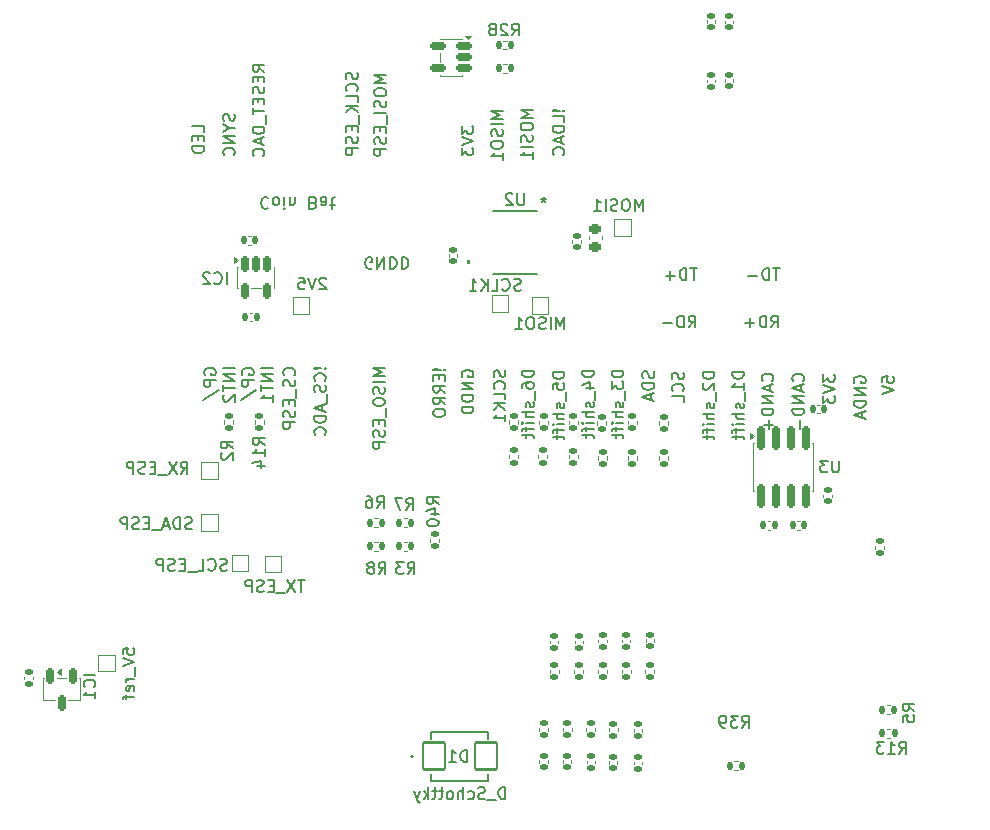
<source format=gbo>
%TF.GenerationSoftware,KiCad,Pcbnew,9.0.4*%
%TF.CreationDate,2026-02-10T01:46:23-05:00*%
%TF.ProjectId,main_board_v3,6d61696e-5f62-46f6-9172-645f76332e6b,rev?*%
%TF.SameCoordinates,Original*%
%TF.FileFunction,Legend,Bot*%
%TF.FilePolarity,Positive*%
%FSLAX46Y46*%
G04 Gerber Fmt 4.6, Leading zero omitted, Abs format (unit mm)*
G04 Created by KiCad (PCBNEW 9.0.4) date 2026-02-10 01:46:23*
%MOMM*%
%LPD*%
G01*
G04 APERTURE LIST*
G04 Aperture macros list*
%AMRoundRect*
0 Rectangle with rounded corners*
0 $1 Rounding radius*
0 $2 $3 $4 $5 $6 $7 $8 $9 X,Y pos of 4 corners*
0 Add a 4 corners polygon primitive as box body*
4,1,4,$2,$3,$4,$5,$6,$7,$8,$9,$2,$3,0*
0 Add four circle primitives for the rounded corners*
1,1,$1+$1,$2,$3*
1,1,$1+$1,$4,$5*
1,1,$1+$1,$6,$7*
1,1,$1+$1,$8,$9*
0 Add four rect primitives between the rounded corners*
20,1,$1+$1,$2,$3,$4,$5,0*
20,1,$1+$1,$4,$5,$6,$7,0*
20,1,$1+$1,$6,$7,$8,$9,0*
20,1,$1+$1,$8,$9,$2,$3,0*%
G04 Aperture macros list end*
%ADD10C,0.150000*%
%ADD11C,0.120000*%
%ADD12C,0.152400*%
%ADD13C,0.000000*%
%ADD14C,1.300000*%
%ADD15C,3.500000*%
%ADD16C,1.596000*%
%ADD17R,1.600000X1.600000*%
%ADD18C,1.600000*%
%ADD19R,1.300000X1.300000*%
%ADD20RoundRect,0.135000X0.185000X-0.135000X0.185000X0.135000X-0.185000X0.135000X-0.185000X-0.135000X0*%
%ADD21RoundRect,0.135000X-0.135000X-0.185000X0.135000X-0.185000X0.135000X0.185000X-0.135000X0.185000X0*%
%ADD22RoundRect,0.135000X0.135000X0.185000X-0.135000X0.185000X-0.135000X-0.185000X0.135000X-0.185000X0*%
%ADD23RoundRect,0.150000X-0.150000X0.512500X-0.150000X-0.512500X0.150000X-0.512500X0.150000X0.512500X0*%
%ADD24RoundRect,0.140000X0.140000X0.170000X-0.140000X0.170000X-0.140000X-0.170000X0.140000X-0.170000X0*%
%ADD25RoundRect,0.150000X-0.150000X0.825000X-0.150000X-0.825000X0.150000X-0.825000X0.150000X0.825000X0*%
%ADD26RoundRect,0.102000X-0.937000X-1.129900X0.937000X-1.129900X0.937000X1.129900X-0.937000X1.129900X0*%
%ADD27RoundRect,0.140000X-0.170000X0.140000X-0.170000X-0.140000X0.170000X-0.140000X0.170000X0.140000X0*%
%ADD28RoundRect,0.140000X0.170000X-0.140000X0.170000X0.140000X-0.170000X0.140000X-0.170000X-0.140000X0*%
%ADD29RoundRect,0.135000X-0.185000X0.135000X-0.185000X-0.135000X0.185000X-0.135000X0.185000X0.135000X0*%
%ADD30R,1.000000X1.000000*%
%ADD31RoundRect,0.140000X-0.140000X-0.170000X0.140000X-0.170000X0.140000X0.170000X-0.140000X0.170000X0*%
%ADD32RoundRect,0.225000X-0.250000X0.225000X-0.250000X-0.225000X0.250000X-0.225000X0.250000X0.225000X0*%
%ADD33RoundRect,0.150000X0.512500X0.150000X-0.512500X0.150000X-0.512500X-0.150000X0.512500X-0.150000X0*%
%ADD34R,1.473200X0.355600*%
G04 APERTURE END LIST*
D10*
X78274580Y-49336779D02*
X78322200Y-49384398D01*
X78322200Y-49384398D02*
X78369819Y-49336779D01*
X78369819Y-49336779D02*
X78322200Y-49289160D01*
X78322200Y-49289160D02*
X78274580Y-49336779D01*
X78274580Y-49336779D02*
X78369819Y-49336779D01*
X77988866Y-49336779D02*
X77417438Y-49289160D01*
X77417438Y-49289160D02*
X77369819Y-49336779D01*
X77369819Y-49336779D02*
X77417438Y-49384398D01*
X77417438Y-49384398D02*
X77988866Y-49336779D01*
X77988866Y-49336779D02*
X77369819Y-49336779D01*
X78274580Y-50384397D02*
X78322200Y-50336778D01*
X78322200Y-50336778D02*
X78369819Y-50193921D01*
X78369819Y-50193921D02*
X78369819Y-50098683D01*
X78369819Y-50098683D02*
X78322200Y-49955826D01*
X78322200Y-49955826D02*
X78226961Y-49860588D01*
X78226961Y-49860588D02*
X78131723Y-49812969D01*
X78131723Y-49812969D02*
X77941247Y-49765350D01*
X77941247Y-49765350D02*
X77798390Y-49765350D01*
X77798390Y-49765350D02*
X77607914Y-49812969D01*
X77607914Y-49812969D02*
X77512676Y-49860588D01*
X77512676Y-49860588D02*
X77417438Y-49955826D01*
X77417438Y-49955826D02*
X77369819Y-50098683D01*
X77369819Y-50098683D02*
X77369819Y-50193921D01*
X77369819Y-50193921D02*
X77417438Y-50336778D01*
X77417438Y-50336778D02*
X77465057Y-50384397D01*
X78322200Y-50765350D02*
X78369819Y-50908207D01*
X78369819Y-50908207D02*
X78369819Y-51146302D01*
X78369819Y-51146302D02*
X78322200Y-51241540D01*
X78322200Y-51241540D02*
X78274580Y-51289159D01*
X78274580Y-51289159D02*
X78179342Y-51336778D01*
X78179342Y-51336778D02*
X78084104Y-51336778D01*
X78084104Y-51336778D02*
X77988866Y-51289159D01*
X77988866Y-51289159D02*
X77941247Y-51241540D01*
X77941247Y-51241540D02*
X77893628Y-51146302D01*
X77893628Y-51146302D02*
X77846009Y-50955826D01*
X77846009Y-50955826D02*
X77798390Y-50860588D01*
X77798390Y-50860588D02*
X77750771Y-50812969D01*
X77750771Y-50812969D02*
X77655533Y-50765350D01*
X77655533Y-50765350D02*
X77560295Y-50765350D01*
X77560295Y-50765350D02*
X77465057Y-50812969D01*
X77465057Y-50812969D02*
X77417438Y-50860588D01*
X77417438Y-50860588D02*
X77369819Y-50955826D01*
X77369819Y-50955826D02*
X77369819Y-51193921D01*
X77369819Y-51193921D02*
X77417438Y-51336778D01*
X78465057Y-51527255D02*
X78465057Y-52289159D01*
X78084104Y-52479636D02*
X78084104Y-52955826D01*
X78369819Y-52384398D02*
X77369819Y-52717731D01*
X77369819Y-52717731D02*
X78369819Y-53051064D01*
X78369819Y-53384398D02*
X77369819Y-53384398D01*
X77369819Y-53384398D02*
X77369819Y-53622493D01*
X77369819Y-53622493D02*
X77417438Y-53765350D01*
X77417438Y-53765350D02*
X77512676Y-53860588D01*
X77512676Y-53860588D02*
X77607914Y-53908207D01*
X77607914Y-53908207D02*
X77798390Y-53955826D01*
X77798390Y-53955826D02*
X77941247Y-53955826D01*
X77941247Y-53955826D02*
X78131723Y-53908207D01*
X78131723Y-53908207D02*
X78226961Y-53860588D01*
X78226961Y-53860588D02*
X78322200Y-53765350D01*
X78322200Y-53765350D02*
X78369819Y-53622493D01*
X78369819Y-53622493D02*
X78369819Y-53384398D01*
X78274580Y-54955826D02*
X78322200Y-54908207D01*
X78322200Y-54908207D02*
X78369819Y-54765350D01*
X78369819Y-54765350D02*
X78369819Y-54670112D01*
X78369819Y-54670112D02*
X78322200Y-54527255D01*
X78322200Y-54527255D02*
X78226961Y-54432017D01*
X78226961Y-54432017D02*
X78131723Y-54384398D01*
X78131723Y-54384398D02*
X77941247Y-54336779D01*
X77941247Y-54336779D02*
X77798390Y-54336779D01*
X77798390Y-54336779D02*
X77607914Y-54384398D01*
X77607914Y-54384398D02*
X77512676Y-54432017D01*
X77512676Y-54432017D02*
X77417438Y-54527255D01*
X77417438Y-54527255D02*
X77369819Y-54670112D01*
X77369819Y-54670112D02*
X77369819Y-54765350D01*
X77369819Y-54765350D02*
X77417438Y-54908207D01*
X77417438Y-54908207D02*
X77465057Y-54955826D01*
X103569819Y-49536779D02*
X102569819Y-49536779D01*
X102569819Y-49536779D02*
X102569819Y-49774874D01*
X102569819Y-49774874D02*
X102617438Y-49917731D01*
X102617438Y-49917731D02*
X102712676Y-50012969D01*
X102712676Y-50012969D02*
X102807914Y-50060588D01*
X102807914Y-50060588D02*
X102998390Y-50108207D01*
X102998390Y-50108207D02*
X103141247Y-50108207D01*
X103141247Y-50108207D02*
X103331723Y-50060588D01*
X103331723Y-50060588D02*
X103426961Y-50012969D01*
X103426961Y-50012969D02*
X103522200Y-49917731D01*
X103522200Y-49917731D02*
X103569819Y-49774874D01*
X103569819Y-49774874D02*
X103569819Y-49536779D01*
X102569819Y-50441541D02*
X102569819Y-51060588D01*
X102569819Y-51060588D02*
X102950771Y-50727255D01*
X102950771Y-50727255D02*
X102950771Y-50870112D01*
X102950771Y-50870112D02*
X102998390Y-50965350D01*
X102998390Y-50965350D02*
X103046009Y-51012969D01*
X103046009Y-51012969D02*
X103141247Y-51060588D01*
X103141247Y-51060588D02*
X103379342Y-51060588D01*
X103379342Y-51060588D02*
X103474580Y-51012969D01*
X103474580Y-51012969D02*
X103522200Y-50965350D01*
X103522200Y-50965350D02*
X103569819Y-50870112D01*
X103569819Y-50870112D02*
X103569819Y-50584398D01*
X103569819Y-50584398D02*
X103522200Y-50489160D01*
X103522200Y-50489160D02*
X103474580Y-50441541D01*
X103665057Y-51251065D02*
X103665057Y-52012969D01*
X103522200Y-52203446D02*
X103569819Y-52298684D01*
X103569819Y-52298684D02*
X103569819Y-52489160D01*
X103569819Y-52489160D02*
X103522200Y-52584398D01*
X103522200Y-52584398D02*
X103426961Y-52632017D01*
X103426961Y-52632017D02*
X103379342Y-52632017D01*
X103379342Y-52632017D02*
X103284104Y-52584398D01*
X103284104Y-52584398D02*
X103236485Y-52489160D01*
X103236485Y-52489160D02*
X103236485Y-52346303D01*
X103236485Y-52346303D02*
X103188866Y-52251065D01*
X103188866Y-52251065D02*
X103093628Y-52203446D01*
X103093628Y-52203446D02*
X103046009Y-52203446D01*
X103046009Y-52203446D02*
X102950771Y-52251065D01*
X102950771Y-52251065D02*
X102903152Y-52346303D01*
X102903152Y-52346303D02*
X102903152Y-52489160D01*
X102903152Y-52489160D02*
X102950771Y-52584398D01*
X103569819Y-53060589D02*
X102569819Y-53060589D01*
X103569819Y-53489160D02*
X103046009Y-53489160D01*
X103046009Y-53489160D02*
X102950771Y-53441541D01*
X102950771Y-53441541D02*
X102903152Y-53346303D01*
X102903152Y-53346303D02*
X102903152Y-53203446D01*
X102903152Y-53203446D02*
X102950771Y-53108208D01*
X102950771Y-53108208D02*
X102998390Y-53060589D01*
X103569819Y-53965351D02*
X102903152Y-53965351D01*
X102569819Y-53965351D02*
X102617438Y-53917732D01*
X102617438Y-53917732D02*
X102665057Y-53965351D01*
X102665057Y-53965351D02*
X102617438Y-54012970D01*
X102617438Y-54012970D02*
X102569819Y-53965351D01*
X102569819Y-53965351D02*
X102665057Y-53965351D01*
X102903152Y-54298684D02*
X102903152Y-54679636D01*
X103569819Y-54441541D02*
X102712676Y-54441541D01*
X102712676Y-54441541D02*
X102617438Y-54489160D01*
X102617438Y-54489160D02*
X102569819Y-54584398D01*
X102569819Y-54584398D02*
X102569819Y-54679636D01*
X102903152Y-54870113D02*
X102903152Y-55251065D01*
X102569819Y-55012970D02*
X103426961Y-55012970D01*
X103426961Y-55012970D02*
X103522200Y-55060589D01*
X103522200Y-55060589D02*
X103569819Y-55155827D01*
X103569819Y-55155827D02*
X103569819Y-55251065D01*
X83469819Y-24536779D02*
X82469819Y-24536779D01*
X82469819Y-24536779D02*
X83184104Y-24870112D01*
X83184104Y-24870112D02*
X82469819Y-25203445D01*
X82469819Y-25203445D02*
X83469819Y-25203445D01*
X82469819Y-25870112D02*
X82469819Y-26060588D01*
X82469819Y-26060588D02*
X82517438Y-26155826D01*
X82517438Y-26155826D02*
X82612676Y-26251064D01*
X82612676Y-26251064D02*
X82803152Y-26298683D01*
X82803152Y-26298683D02*
X83136485Y-26298683D01*
X83136485Y-26298683D02*
X83326961Y-26251064D01*
X83326961Y-26251064D02*
X83422200Y-26155826D01*
X83422200Y-26155826D02*
X83469819Y-26060588D01*
X83469819Y-26060588D02*
X83469819Y-25870112D01*
X83469819Y-25870112D02*
X83422200Y-25774874D01*
X83422200Y-25774874D02*
X83326961Y-25679636D01*
X83326961Y-25679636D02*
X83136485Y-25632017D01*
X83136485Y-25632017D02*
X82803152Y-25632017D01*
X82803152Y-25632017D02*
X82612676Y-25679636D01*
X82612676Y-25679636D02*
X82517438Y-25774874D01*
X82517438Y-25774874D02*
X82469819Y-25870112D01*
X83422200Y-26679636D02*
X83469819Y-26822493D01*
X83469819Y-26822493D02*
X83469819Y-27060588D01*
X83469819Y-27060588D02*
X83422200Y-27155826D01*
X83422200Y-27155826D02*
X83374580Y-27203445D01*
X83374580Y-27203445D02*
X83279342Y-27251064D01*
X83279342Y-27251064D02*
X83184104Y-27251064D01*
X83184104Y-27251064D02*
X83088866Y-27203445D01*
X83088866Y-27203445D02*
X83041247Y-27155826D01*
X83041247Y-27155826D02*
X82993628Y-27060588D01*
X82993628Y-27060588D02*
X82946009Y-26870112D01*
X82946009Y-26870112D02*
X82898390Y-26774874D01*
X82898390Y-26774874D02*
X82850771Y-26727255D01*
X82850771Y-26727255D02*
X82755533Y-26679636D01*
X82755533Y-26679636D02*
X82660295Y-26679636D01*
X82660295Y-26679636D02*
X82565057Y-26727255D01*
X82565057Y-26727255D02*
X82517438Y-26774874D01*
X82517438Y-26774874D02*
X82469819Y-26870112D01*
X82469819Y-26870112D02*
X82469819Y-27108207D01*
X82469819Y-27108207D02*
X82517438Y-27251064D01*
X83469819Y-27679636D02*
X82469819Y-27679636D01*
X83565057Y-27917731D02*
X83565057Y-28679635D01*
X82946009Y-28917731D02*
X82946009Y-29251064D01*
X83469819Y-29393921D02*
X83469819Y-28917731D01*
X83469819Y-28917731D02*
X82469819Y-28917731D01*
X82469819Y-28917731D02*
X82469819Y-29393921D01*
X83422200Y-29774874D02*
X83469819Y-29917731D01*
X83469819Y-29917731D02*
X83469819Y-30155826D01*
X83469819Y-30155826D02*
X83422200Y-30251064D01*
X83422200Y-30251064D02*
X83374580Y-30298683D01*
X83374580Y-30298683D02*
X83279342Y-30346302D01*
X83279342Y-30346302D02*
X83184104Y-30346302D01*
X83184104Y-30346302D02*
X83088866Y-30298683D01*
X83088866Y-30298683D02*
X83041247Y-30251064D01*
X83041247Y-30251064D02*
X82993628Y-30155826D01*
X82993628Y-30155826D02*
X82946009Y-29965350D01*
X82946009Y-29965350D02*
X82898390Y-29870112D01*
X82898390Y-29870112D02*
X82850771Y-29822493D01*
X82850771Y-29822493D02*
X82755533Y-29774874D01*
X82755533Y-29774874D02*
X82660295Y-29774874D01*
X82660295Y-29774874D02*
X82565057Y-29822493D01*
X82565057Y-29822493D02*
X82517438Y-29870112D01*
X82517438Y-29870112D02*
X82469819Y-29965350D01*
X82469819Y-29965350D02*
X82469819Y-30203445D01*
X82469819Y-30203445D02*
X82517438Y-30346302D01*
X83469819Y-30774874D02*
X82469819Y-30774874D01*
X82469819Y-30774874D02*
X82469819Y-31155826D01*
X82469819Y-31155826D02*
X82517438Y-31251064D01*
X82517438Y-31251064D02*
X82565057Y-31298683D01*
X82565057Y-31298683D02*
X82660295Y-31346302D01*
X82660295Y-31346302D02*
X82803152Y-31346302D01*
X82803152Y-31346302D02*
X82898390Y-31298683D01*
X82898390Y-31298683D02*
X82946009Y-31251064D01*
X82946009Y-31251064D02*
X82993628Y-31155826D01*
X82993628Y-31155826D02*
X82993628Y-30774874D01*
X68107494Y-49860588D02*
X68059875Y-49765350D01*
X68059875Y-49765350D02*
X68059875Y-49622493D01*
X68059875Y-49622493D02*
X68107494Y-49479636D01*
X68107494Y-49479636D02*
X68202732Y-49384398D01*
X68202732Y-49384398D02*
X68297970Y-49336779D01*
X68297970Y-49336779D02*
X68488446Y-49289160D01*
X68488446Y-49289160D02*
X68631303Y-49289160D01*
X68631303Y-49289160D02*
X68821779Y-49336779D01*
X68821779Y-49336779D02*
X68917017Y-49384398D01*
X68917017Y-49384398D02*
X69012256Y-49479636D01*
X69012256Y-49479636D02*
X69059875Y-49622493D01*
X69059875Y-49622493D02*
X69059875Y-49717731D01*
X69059875Y-49717731D02*
X69012256Y-49860588D01*
X69012256Y-49860588D02*
X68964636Y-49908207D01*
X68964636Y-49908207D02*
X68631303Y-49908207D01*
X68631303Y-49908207D02*
X68631303Y-49717731D01*
X69059875Y-50336779D02*
X68059875Y-50336779D01*
X68059875Y-50336779D02*
X68059875Y-50717731D01*
X68059875Y-50717731D02*
X68107494Y-50812969D01*
X68107494Y-50812969D02*
X68155113Y-50860588D01*
X68155113Y-50860588D02*
X68250351Y-50908207D01*
X68250351Y-50908207D02*
X68393208Y-50908207D01*
X68393208Y-50908207D02*
X68488446Y-50860588D01*
X68488446Y-50860588D02*
X68536065Y-50812969D01*
X68536065Y-50812969D02*
X68583684Y-50717731D01*
X68583684Y-50717731D02*
X68583684Y-50336779D01*
X68012256Y-52051064D02*
X69297970Y-51193922D01*
X70669819Y-49336779D02*
X69669819Y-49336779D01*
X70669819Y-49812969D02*
X69669819Y-49812969D01*
X69669819Y-49812969D02*
X70669819Y-50384397D01*
X70669819Y-50384397D02*
X69669819Y-50384397D01*
X69669819Y-50717731D02*
X69669819Y-51289159D01*
X70669819Y-51003445D02*
X69669819Y-51003445D01*
X69765057Y-51574874D02*
X69717438Y-51622493D01*
X69717438Y-51622493D02*
X69669819Y-51717731D01*
X69669819Y-51717731D02*
X69669819Y-51955826D01*
X69669819Y-51955826D02*
X69717438Y-52051064D01*
X69717438Y-52051064D02*
X69765057Y-52098683D01*
X69765057Y-52098683D02*
X69860295Y-52146302D01*
X69860295Y-52146302D02*
X69955533Y-52146302D01*
X69955533Y-52146302D02*
X70098390Y-52098683D01*
X70098390Y-52098683D02*
X70669819Y-51527255D01*
X70669819Y-51527255D02*
X70669819Y-52146302D01*
X71307494Y-49860588D02*
X71259875Y-49765350D01*
X71259875Y-49765350D02*
X71259875Y-49622493D01*
X71259875Y-49622493D02*
X71307494Y-49479636D01*
X71307494Y-49479636D02*
X71402732Y-49384398D01*
X71402732Y-49384398D02*
X71497970Y-49336779D01*
X71497970Y-49336779D02*
X71688446Y-49289160D01*
X71688446Y-49289160D02*
X71831303Y-49289160D01*
X71831303Y-49289160D02*
X72021779Y-49336779D01*
X72021779Y-49336779D02*
X72117017Y-49384398D01*
X72117017Y-49384398D02*
X72212256Y-49479636D01*
X72212256Y-49479636D02*
X72259875Y-49622493D01*
X72259875Y-49622493D02*
X72259875Y-49717731D01*
X72259875Y-49717731D02*
X72212256Y-49860588D01*
X72212256Y-49860588D02*
X72164636Y-49908207D01*
X72164636Y-49908207D02*
X71831303Y-49908207D01*
X71831303Y-49908207D02*
X71831303Y-49717731D01*
X72259875Y-50336779D02*
X71259875Y-50336779D01*
X71259875Y-50336779D02*
X71259875Y-50717731D01*
X71259875Y-50717731D02*
X71307494Y-50812969D01*
X71307494Y-50812969D02*
X71355113Y-50860588D01*
X71355113Y-50860588D02*
X71450351Y-50908207D01*
X71450351Y-50908207D02*
X71593208Y-50908207D01*
X71593208Y-50908207D02*
X71688446Y-50860588D01*
X71688446Y-50860588D02*
X71736065Y-50812969D01*
X71736065Y-50812969D02*
X71783684Y-50717731D01*
X71783684Y-50717731D02*
X71783684Y-50336779D01*
X71212256Y-52051064D02*
X72497970Y-51193922D01*
X73869819Y-49336779D02*
X72869819Y-49336779D01*
X73869819Y-49812969D02*
X72869819Y-49812969D01*
X72869819Y-49812969D02*
X73869819Y-50384397D01*
X73869819Y-50384397D02*
X72869819Y-50384397D01*
X72869819Y-50717731D02*
X72869819Y-51289159D01*
X73869819Y-51003445D02*
X72869819Y-51003445D01*
X73869819Y-52146302D02*
X73869819Y-51574874D01*
X73869819Y-51860588D02*
X72869819Y-51860588D01*
X72869819Y-51860588D02*
X73012676Y-51765350D01*
X73012676Y-51765350D02*
X73107914Y-51670112D01*
X73107914Y-51670112D02*
X73155533Y-51574874D01*
X68069819Y-29312969D02*
X68069819Y-28836779D01*
X68069819Y-28836779D02*
X67069819Y-28836779D01*
X67546009Y-29646303D02*
X67546009Y-29979636D01*
X68069819Y-30122493D02*
X68069819Y-29646303D01*
X68069819Y-29646303D02*
X67069819Y-29646303D01*
X67069819Y-29646303D02*
X67069819Y-30122493D01*
X68069819Y-30551065D02*
X67069819Y-30551065D01*
X67069819Y-30551065D02*
X67069819Y-30789160D01*
X67069819Y-30789160D02*
X67117438Y-30932017D01*
X67117438Y-30932017D02*
X67212676Y-31027255D01*
X67212676Y-31027255D02*
X67307914Y-31074874D01*
X67307914Y-31074874D02*
X67498390Y-31122493D01*
X67498390Y-31122493D02*
X67641247Y-31122493D01*
X67641247Y-31122493D02*
X67831723Y-31074874D01*
X67831723Y-31074874D02*
X67926961Y-31027255D01*
X67926961Y-31027255D02*
X68022200Y-30932017D01*
X68022200Y-30932017D02*
X68069819Y-30789160D01*
X68069819Y-30789160D02*
X68069819Y-30551065D01*
X111269819Y-49636779D02*
X110269819Y-49636779D01*
X110269819Y-49636779D02*
X110269819Y-49874874D01*
X110269819Y-49874874D02*
X110317438Y-50017731D01*
X110317438Y-50017731D02*
X110412676Y-50112969D01*
X110412676Y-50112969D02*
X110507914Y-50160588D01*
X110507914Y-50160588D02*
X110698390Y-50208207D01*
X110698390Y-50208207D02*
X110841247Y-50208207D01*
X110841247Y-50208207D02*
X111031723Y-50160588D01*
X111031723Y-50160588D02*
X111126961Y-50112969D01*
X111126961Y-50112969D02*
X111222200Y-50017731D01*
X111222200Y-50017731D02*
X111269819Y-49874874D01*
X111269819Y-49874874D02*
X111269819Y-49636779D01*
X110365057Y-50589160D02*
X110317438Y-50636779D01*
X110317438Y-50636779D02*
X110269819Y-50732017D01*
X110269819Y-50732017D02*
X110269819Y-50970112D01*
X110269819Y-50970112D02*
X110317438Y-51065350D01*
X110317438Y-51065350D02*
X110365057Y-51112969D01*
X110365057Y-51112969D02*
X110460295Y-51160588D01*
X110460295Y-51160588D02*
X110555533Y-51160588D01*
X110555533Y-51160588D02*
X110698390Y-51112969D01*
X110698390Y-51112969D02*
X111269819Y-50541541D01*
X111269819Y-50541541D02*
X111269819Y-51160588D01*
X111365057Y-51351065D02*
X111365057Y-52112969D01*
X111222200Y-52303446D02*
X111269819Y-52398684D01*
X111269819Y-52398684D02*
X111269819Y-52589160D01*
X111269819Y-52589160D02*
X111222200Y-52684398D01*
X111222200Y-52684398D02*
X111126961Y-52732017D01*
X111126961Y-52732017D02*
X111079342Y-52732017D01*
X111079342Y-52732017D02*
X110984104Y-52684398D01*
X110984104Y-52684398D02*
X110936485Y-52589160D01*
X110936485Y-52589160D02*
X110936485Y-52446303D01*
X110936485Y-52446303D02*
X110888866Y-52351065D01*
X110888866Y-52351065D02*
X110793628Y-52303446D01*
X110793628Y-52303446D02*
X110746009Y-52303446D01*
X110746009Y-52303446D02*
X110650771Y-52351065D01*
X110650771Y-52351065D02*
X110603152Y-52446303D01*
X110603152Y-52446303D02*
X110603152Y-52589160D01*
X110603152Y-52589160D02*
X110650771Y-52684398D01*
X111269819Y-53160589D02*
X110269819Y-53160589D01*
X111269819Y-53589160D02*
X110746009Y-53589160D01*
X110746009Y-53589160D02*
X110650771Y-53541541D01*
X110650771Y-53541541D02*
X110603152Y-53446303D01*
X110603152Y-53446303D02*
X110603152Y-53303446D01*
X110603152Y-53303446D02*
X110650771Y-53208208D01*
X110650771Y-53208208D02*
X110698390Y-53160589D01*
X111269819Y-54065351D02*
X110603152Y-54065351D01*
X110269819Y-54065351D02*
X110317438Y-54017732D01*
X110317438Y-54017732D02*
X110365057Y-54065351D01*
X110365057Y-54065351D02*
X110317438Y-54112970D01*
X110317438Y-54112970D02*
X110269819Y-54065351D01*
X110269819Y-54065351D02*
X110365057Y-54065351D01*
X110603152Y-54398684D02*
X110603152Y-54779636D01*
X111269819Y-54541541D02*
X110412676Y-54541541D01*
X110412676Y-54541541D02*
X110317438Y-54589160D01*
X110317438Y-54589160D02*
X110269819Y-54684398D01*
X110269819Y-54684398D02*
X110269819Y-54779636D01*
X110603152Y-54970113D02*
X110603152Y-55351065D01*
X110269819Y-55112970D02*
X111126961Y-55112970D01*
X111126961Y-55112970D02*
X111222200Y-55160589D01*
X111222200Y-55160589D02*
X111269819Y-55255827D01*
X111269819Y-55255827D02*
X111269819Y-55351065D01*
X75674580Y-49908207D02*
X75722200Y-49860588D01*
X75722200Y-49860588D02*
X75769819Y-49717731D01*
X75769819Y-49717731D02*
X75769819Y-49622493D01*
X75769819Y-49622493D02*
X75722200Y-49479636D01*
X75722200Y-49479636D02*
X75626961Y-49384398D01*
X75626961Y-49384398D02*
X75531723Y-49336779D01*
X75531723Y-49336779D02*
X75341247Y-49289160D01*
X75341247Y-49289160D02*
X75198390Y-49289160D01*
X75198390Y-49289160D02*
X75007914Y-49336779D01*
X75007914Y-49336779D02*
X74912676Y-49384398D01*
X74912676Y-49384398D02*
X74817438Y-49479636D01*
X74817438Y-49479636D02*
X74769819Y-49622493D01*
X74769819Y-49622493D02*
X74769819Y-49717731D01*
X74769819Y-49717731D02*
X74817438Y-49860588D01*
X74817438Y-49860588D02*
X74865057Y-49908207D01*
X75722200Y-50289160D02*
X75769819Y-50432017D01*
X75769819Y-50432017D02*
X75769819Y-50670112D01*
X75769819Y-50670112D02*
X75722200Y-50765350D01*
X75722200Y-50765350D02*
X75674580Y-50812969D01*
X75674580Y-50812969D02*
X75579342Y-50860588D01*
X75579342Y-50860588D02*
X75484104Y-50860588D01*
X75484104Y-50860588D02*
X75388866Y-50812969D01*
X75388866Y-50812969D02*
X75341247Y-50765350D01*
X75341247Y-50765350D02*
X75293628Y-50670112D01*
X75293628Y-50670112D02*
X75246009Y-50479636D01*
X75246009Y-50479636D02*
X75198390Y-50384398D01*
X75198390Y-50384398D02*
X75150771Y-50336779D01*
X75150771Y-50336779D02*
X75055533Y-50289160D01*
X75055533Y-50289160D02*
X74960295Y-50289160D01*
X74960295Y-50289160D02*
X74865057Y-50336779D01*
X74865057Y-50336779D02*
X74817438Y-50384398D01*
X74817438Y-50384398D02*
X74769819Y-50479636D01*
X74769819Y-50479636D02*
X74769819Y-50717731D01*
X74769819Y-50717731D02*
X74817438Y-50860588D01*
X75865057Y-51051065D02*
X75865057Y-51812969D01*
X75246009Y-52051065D02*
X75246009Y-52384398D01*
X75769819Y-52527255D02*
X75769819Y-52051065D01*
X75769819Y-52051065D02*
X74769819Y-52051065D01*
X74769819Y-52051065D02*
X74769819Y-52527255D01*
X75722200Y-52908208D02*
X75769819Y-53051065D01*
X75769819Y-53051065D02*
X75769819Y-53289160D01*
X75769819Y-53289160D02*
X75722200Y-53384398D01*
X75722200Y-53384398D02*
X75674580Y-53432017D01*
X75674580Y-53432017D02*
X75579342Y-53479636D01*
X75579342Y-53479636D02*
X75484104Y-53479636D01*
X75484104Y-53479636D02*
X75388866Y-53432017D01*
X75388866Y-53432017D02*
X75341247Y-53384398D01*
X75341247Y-53384398D02*
X75293628Y-53289160D01*
X75293628Y-53289160D02*
X75246009Y-53098684D01*
X75246009Y-53098684D02*
X75198390Y-53003446D01*
X75198390Y-53003446D02*
X75150771Y-52955827D01*
X75150771Y-52955827D02*
X75055533Y-52908208D01*
X75055533Y-52908208D02*
X74960295Y-52908208D01*
X74960295Y-52908208D02*
X74865057Y-52955827D01*
X74865057Y-52955827D02*
X74817438Y-53003446D01*
X74817438Y-53003446D02*
X74769819Y-53098684D01*
X74769819Y-53098684D02*
X74769819Y-53336779D01*
X74769819Y-53336779D02*
X74817438Y-53479636D01*
X75769819Y-53908208D02*
X74769819Y-53908208D01*
X74769819Y-53908208D02*
X74769819Y-54289160D01*
X74769819Y-54289160D02*
X74817438Y-54384398D01*
X74817438Y-54384398D02*
X74865057Y-54432017D01*
X74865057Y-54432017D02*
X74960295Y-54479636D01*
X74960295Y-54479636D02*
X75103152Y-54479636D01*
X75103152Y-54479636D02*
X75198390Y-54432017D01*
X75198390Y-54432017D02*
X75246009Y-54384398D01*
X75246009Y-54384398D02*
X75293628Y-54289160D01*
X75293628Y-54289160D02*
X75293628Y-53908208D01*
X93522200Y-49489160D02*
X93569819Y-49632017D01*
X93569819Y-49632017D02*
X93569819Y-49870112D01*
X93569819Y-49870112D02*
X93522200Y-49965350D01*
X93522200Y-49965350D02*
X93474580Y-50012969D01*
X93474580Y-50012969D02*
X93379342Y-50060588D01*
X93379342Y-50060588D02*
X93284104Y-50060588D01*
X93284104Y-50060588D02*
X93188866Y-50012969D01*
X93188866Y-50012969D02*
X93141247Y-49965350D01*
X93141247Y-49965350D02*
X93093628Y-49870112D01*
X93093628Y-49870112D02*
X93046009Y-49679636D01*
X93046009Y-49679636D02*
X92998390Y-49584398D01*
X92998390Y-49584398D02*
X92950771Y-49536779D01*
X92950771Y-49536779D02*
X92855533Y-49489160D01*
X92855533Y-49489160D02*
X92760295Y-49489160D01*
X92760295Y-49489160D02*
X92665057Y-49536779D01*
X92665057Y-49536779D02*
X92617438Y-49584398D01*
X92617438Y-49584398D02*
X92569819Y-49679636D01*
X92569819Y-49679636D02*
X92569819Y-49917731D01*
X92569819Y-49917731D02*
X92617438Y-50060588D01*
X93474580Y-51060588D02*
X93522200Y-51012969D01*
X93522200Y-51012969D02*
X93569819Y-50870112D01*
X93569819Y-50870112D02*
X93569819Y-50774874D01*
X93569819Y-50774874D02*
X93522200Y-50632017D01*
X93522200Y-50632017D02*
X93426961Y-50536779D01*
X93426961Y-50536779D02*
X93331723Y-50489160D01*
X93331723Y-50489160D02*
X93141247Y-50441541D01*
X93141247Y-50441541D02*
X92998390Y-50441541D01*
X92998390Y-50441541D02*
X92807914Y-50489160D01*
X92807914Y-50489160D02*
X92712676Y-50536779D01*
X92712676Y-50536779D02*
X92617438Y-50632017D01*
X92617438Y-50632017D02*
X92569819Y-50774874D01*
X92569819Y-50774874D02*
X92569819Y-50870112D01*
X92569819Y-50870112D02*
X92617438Y-51012969D01*
X92617438Y-51012969D02*
X92665057Y-51060588D01*
X93569819Y-51965350D02*
X93569819Y-51489160D01*
X93569819Y-51489160D02*
X92569819Y-51489160D01*
X93569819Y-52298684D02*
X92569819Y-52298684D01*
X93569819Y-52870112D02*
X92998390Y-52441541D01*
X92569819Y-52870112D02*
X93141247Y-52298684D01*
X93569819Y-53822493D02*
X93569819Y-53251065D01*
X93569819Y-53536779D02*
X92569819Y-53536779D01*
X92569819Y-53536779D02*
X92712676Y-53441541D01*
X92712676Y-53441541D02*
X92807914Y-53346303D01*
X92807914Y-53346303D02*
X92855533Y-53251065D01*
X125469819Y-50512969D02*
X125469819Y-50036779D01*
X125469819Y-50036779D02*
X125946009Y-49989160D01*
X125946009Y-49989160D02*
X125898390Y-50036779D01*
X125898390Y-50036779D02*
X125850771Y-50132017D01*
X125850771Y-50132017D02*
X125850771Y-50370112D01*
X125850771Y-50370112D02*
X125898390Y-50465350D01*
X125898390Y-50465350D02*
X125946009Y-50512969D01*
X125946009Y-50512969D02*
X126041247Y-50560588D01*
X126041247Y-50560588D02*
X126279342Y-50560588D01*
X126279342Y-50560588D02*
X126374580Y-50512969D01*
X126374580Y-50512969D02*
X126422200Y-50465350D01*
X126422200Y-50465350D02*
X126469819Y-50370112D01*
X126469819Y-50370112D02*
X126469819Y-50132017D01*
X126469819Y-50132017D02*
X126422200Y-50036779D01*
X126422200Y-50036779D02*
X126374580Y-49989160D01*
X125469819Y-50846303D02*
X126469819Y-51179636D01*
X126469819Y-51179636D02*
X125469819Y-51512969D01*
X109806077Y-40869819D02*
X109234649Y-40869819D01*
X109520363Y-41869819D02*
X109520363Y-40869819D01*
X108901315Y-41869819D02*
X108901315Y-40869819D01*
X108901315Y-40869819D02*
X108663220Y-40869819D01*
X108663220Y-40869819D02*
X108520363Y-40917438D01*
X108520363Y-40917438D02*
X108425125Y-41012676D01*
X108425125Y-41012676D02*
X108377506Y-41107914D01*
X108377506Y-41107914D02*
X108329887Y-41298390D01*
X108329887Y-41298390D02*
X108329887Y-41441247D01*
X108329887Y-41441247D02*
X108377506Y-41631723D01*
X108377506Y-41631723D02*
X108425125Y-41726961D01*
X108425125Y-41726961D02*
X108520363Y-41822200D01*
X108520363Y-41822200D02*
X108663220Y-41869819D01*
X108663220Y-41869819D02*
X108901315Y-41869819D01*
X107901315Y-41488866D02*
X107139411Y-41488866D01*
X107520363Y-41869819D02*
X107520363Y-41107914D01*
X81022200Y-24289160D02*
X81069819Y-24432017D01*
X81069819Y-24432017D02*
X81069819Y-24670112D01*
X81069819Y-24670112D02*
X81022200Y-24765350D01*
X81022200Y-24765350D02*
X80974580Y-24812969D01*
X80974580Y-24812969D02*
X80879342Y-24860588D01*
X80879342Y-24860588D02*
X80784104Y-24860588D01*
X80784104Y-24860588D02*
X80688866Y-24812969D01*
X80688866Y-24812969D02*
X80641247Y-24765350D01*
X80641247Y-24765350D02*
X80593628Y-24670112D01*
X80593628Y-24670112D02*
X80546009Y-24479636D01*
X80546009Y-24479636D02*
X80498390Y-24384398D01*
X80498390Y-24384398D02*
X80450771Y-24336779D01*
X80450771Y-24336779D02*
X80355533Y-24289160D01*
X80355533Y-24289160D02*
X80260295Y-24289160D01*
X80260295Y-24289160D02*
X80165057Y-24336779D01*
X80165057Y-24336779D02*
X80117438Y-24384398D01*
X80117438Y-24384398D02*
X80069819Y-24479636D01*
X80069819Y-24479636D02*
X80069819Y-24717731D01*
X80069819Y-24717731D02*
X80117438Y-24860588D01*
X80974580Y-25860588D02*
X81022200Y-25812969D01*
X81022200Y-25812969D02*
X81069819Y-25670112D01*
X81069819Y-25670112D02*
X81069819Y-25574874D01*
X81069819Y-25574874D02*
X81022200Y-25432017D01*
X81022200Y-25432017D02*
X80926961Y-25336779D01*
X80926961Y-25336779D02*
X80831723Y-25289160D01*
X80831723Y-25289160D02*
X80641247Y-25241541D01*
X80641247Y-25241541D02*
X80498390Y-25241541D01*
X80498390Y-25241541D02*
X80307914Y-25289160D01*
X80307914Y-25289160D02*
X80212676Y-25336779D01*
X80212676Y-25336779D02*
X80117438Y-25432017D01*
X80117438Y-25432017D02*
X80069819Y-25574874D01*
X80069819Y-25574874D02*
X80069819Y-25670112D01*
X80069819Y-25670112D02*
X80117438Y-25812969D01*
X80117438Y-25812969D02*
X80165057Y-25860588D01*
X81069819Y-26765350D02*
X81069819Y-26289160D01*
X81069819Y-26289160D02*
X80069819Y-26289160D01*
X81069819Y-27098684D02*
X80069819Y-27098684D01*
X81069819Y-27670112D02*
X80498390Y-27241541D01*
X80069819Y-27670112D02*
X80641247Y-27098684D01*
X81165057Y-27860589D02*
X81165057Y-28622493D01*
X80546009Y-28860589D02*
X80546009Y-29193922D01*
X81069819Y-29336779D02*
X81069819Y-28860589D01*
X81069819Y-28860589D02*
X80069819Y-28860589D01*
X80069819Y-28860589D02*
X80069819Y-29336779D01*
X81022200Y-29717732D02*
X81069819Y-29860589D01*
X81069819Y-29860589D02*
X81069819Y-30098684D01*
X81069819Y-30098684D02*
X81022200Y-30193922D01*
X81022200Y-30193922D02*
X80974580Y-30241541D01*
X80974580Y-30241541D02*
X80879342Y-30289160D01*
X80879342Y-30289160D02*
X80784104Y-30289160D01*
X80784104Y-30289160D02*
X80688866Y-30241541D01*
X80688866Y-30241541D02*
X80641247Y-30193922D01*
X80641247Y-30193922D02*
X80593628Y-30098684D01*
X80593628Y-30098684D02*
X80546009Y-29908208D01*
X80546009Y-29908208D02*
X80498390Y-29812970D01*
X80498390Y-29812970D02*
X80450771Y-29765351D01*
X80450771Y-29765351D02*
X80355533Y-29717732D01*
X80355533Y-29717732D02*
X80260295Y-29717732D01*
X80260295Y-29717732D02*
X80165057Y-29765351D01*
X80165057Y-29765351D02*
X80117438Y-29812970D01*
X80117438Y-29812970D02*
X80069819Y-29908208D01*
X80069819Y-29908208D02*
X80069819Y-30146303D01*
X80069819Y-30146303D02*
X80117438Y-30289160D01*
X81069819Y-30717732D02*
X80069819Y-30717732D01*
X80069819Y-30717732D02*
X80069819Y-31098684D01*
X80069819Y-31098684D02*
X80117438Y-31193922D01*
X80117438Y-31193922D02*
X80165057Y-31241541D01*
X80165057Y-31241541D02*
X80260295Y-31289160D01*
X80260295Y-31289160D02*
X80403152Y-31289160D01*
X80403152Y-31289160D02*
X80498390Y-31241541D01*
X80498390Y-31241541D02*
X80546009Y-31193922D01*
X80546009Y-31193922D02*
X80593628Y-31098684D01*
X80593628Y-31098684D02*
X80593628Y-30717732D01*
X73169819Y-24208207D02*
X72693628Y-23874874D01*
X73169819Y-23636779D02*
X72169819Y-23636779D01*
X72169819Y-23636779D02*
X72169819Y-24017731D01*
X72169819Y-24017731D02*
X72217438Y-24112969D01*
X72217438Y-24112969D02*
X72265057Y-24160588D01*
X72265057Y-24160588D02*
X72360295Y-24208207D01*
X72360295Y-24208207D02*
X72503152Y-24208207D01*
X72503152Y-24208207D02*
X72598390Y-24160588D01*
X72598390Y-24160588D02*
X72646009Y-24112969D01*
X72646009Y-24112969D02*
X72693628Y-24017731D01*
X72693628Y-24017731D02*
X72693628Y-23636779D01*
X72646009Y-24636779D02*
X72646009Y-24970112D01*
X73169819Y-25112969D02*
X73169819Y-24636779D01*
X73169819Y-24636779D02*
X72169819Y-24636779D01*
X72169819Y-24636779D02*
X72169819Y-25112969D01*
X73122200Y-25493922D02*
X73169819Y-25636779D01*
X73169819Y-25636779D02*
X73169819Y-25874874D01*
X73169819Y-25874874D02*
X73122200Y-25970112D01*
X73122200Y-25970112D02*
X73074580Y-26017731D01*
X73074580Y-26017731D02*
X72979342Y-26065350D01*
X72979342Y-26065350D02*
X72884104Y-26065350D01*
X72884104Y-26065350D02*
X72788866Y-26017731D01*
X72788866Y-26017731D02*
X72741247Y-25970112D01*
X72741247Y-25970112D02*
X72693628Y-25874874D01*
X72693628Y-25874874D02*
X72646009Y-25684398D01*
X72646009Y-25684398D02*
X72598390Y-25589160D01*
X72598390Y-25589160D02*
X72550771Y-25541541D01*
X72550771Y-25541541D02*
X72455533Y-25493922D01*
X72455533Y-25493922D02*
X72360295Y-25493922D01*
X72360295Y-25493922D02*
X72265057Y-25541541D01*
X72265057Y-25541541D02*
X72217438Y-25589160D01*
X72217438Y-25589160D02*
X72169819Y-25684398D01*
X72169819Y-25684398D02*
X72169819Y-25922493D01*
X72169819Y-25922493D02*
X72217438Y-26065350D01*
X72646009Y-26493922D02*
X72646009Y-26827255D01*
X73169819Y-26970112D02*
X73169819Y-26493922D01*
X73169819Y-26493922D02*
X72169819Y-26493922D01*
X72169819Y-26493922D02*
X72169819Y-26970112D01*
X72169819Y-27255827D02*
X72169819Y-27827255D01*
X73169819Y-27541541D02*
X72169819Y-27541541D01*
X73265057Y-27922494D02*
X73265057Y-28684398D01*
X73169819Y-28922494D02*
X72169819Y-28922494D01*
X72169819Y-28922494D02*
X72169819Y-29160589D01*
X72169819Y-29160589D02*
X72217438Y-29303446D01*
X72217438Y-29303446D02*
X72312676Y-29398684D01*
X72312676Y-29398684D02*
X72407914Y-29446303D01*
X72407914Y-29446303D02*
X72598390Y-29493922D01*
X72598390Y-29493922D02*
X72741247Y-29493922D01*
X72741247Y-29493922D02*
X72931723Y-29446303D01*
X72931723Y-29446303D02*
X73026961Y-29398684D01*
X73026961Y-29398684D02*
X73122200Y-29303446D01*
X73122200Y-29303446D02*
X73169819Y-29160589D01*
X73169819Y-29160589D02*
X73169819Y-28922494D01*
X72884104Y-29874875D02*
X72884104Y-30351065D01*
X73169819Y-29779637D02*
X72169819Y-30112970D01*
X72169819Y-30112970D02*
X73169819Y-30446303D01*
X73074580Y-31351065D02*
X73122200Y-31303446D01*
X73122200Y-31303446D02*
X73169819Y-31160589D01*
X73169819Y-31160589D02*
X73169819Y-31065351D01*
X73169819Y-31065351D02*
X73122200Y-30922494D01*
X73122200Y-30922494D02*
X73026961Y-30827256D01*
X73026961Y-30827256D02*
X72931723Y-30779637D01*
X72931723Y-30779637D02*
X72741247Y-30732018D01*
X72741247Y-30732018D02*
X72598390Y-30732018D01*
X72598390Y-30732018D02*
X72407914Y-30779637D01*
X72407914Y-30779637D02*
X72312676Y-30827256D01*
X72312676Y-30827256D02*
X72217438Y-30922494D01*
X72217438Y-30922494D02*
X72169819Y-31065351D01*
X72169819Y-31065351D02*
X72169819Y-31160589D01*
X72169819Y-31160589D02*
X72217438Y-31303446D01*
X72217438Y-31303446D02*
X72265057Y-31351065D01*
X82260588Y-40882561D02*
X82165350Y-40930180D01*
X82165350Y-40930180D02*
X82022493Y-40930180D01*
X82022493Y-40930180D02*
X81879636Y-40882561D01*
X81879636Y-40882561D02*
X81784398Y-40787323D01*
X81784398Y-40787323D02*
X81736779Y-40692085D01*
X81736779Y-40692085D02*
X81689160Y-40501609D01*
X81689160Y-40501609D02*
X81689160Y-40358752D01*
X81689160Y-40358752D02*
X81736779Y-40168276D01*
X81736779Y-40168276D02*
X81784398Y-40073038D01*
X81784398Y-40073038D02*
X81879636Y-39977800D01*
X81879636Y-39977800D02*
X82022493Y-39930180D01*
X82022493Y-39930180D02*
X82117731Y-39930180D01*
X82117731Y-39930180D02*
X82260588Y-39977800D01*
X82260588Y-39977800D02*
X82308207Y-40025419D01*
X82308207Y-40025419D02*
X82308207Y-40358752D01*
X82308207Y-40358752D02*
X82117731Y-40358752D01*
X82736779Y-39930180D02*
X82736779Y-40930180D01*
X82736779Y-40930180D02*
X83308207Y-39930180D01*
X83308207Y-39930180D02*
X83308207Y-40930180D01*
X83784398Y-39930180D02*
X83784398Y-40930180D01*
X83784398Y-40930180D02*
X84022493Y-40930180D01*
X84022493Y-40930180D02*
X84165350Y-40882561D01*
X84165350Y-40882561D02*
X84260588Y-40787323D01*
X84260588Y-40787323D02*
X84308207Y-40692085D01*
X84308207Y-40692085D02*
X84355826Y-40501609D01*
X84355826Y-40501609D02*
X84355826Y-40358752D01*
X84355826Y-40358752D02*
X84308207Y-40168276D01*
X84308207Y-40168276D02*
X84260588Y-40073038D01*
X84260588Y-40073038D02*
X84165350Y-39977800D01*
X84165350Y-39977800D02*
X84022493Y-39930180D01*
X84022493Y-39930180D02*
X83784398Y-39930180D01*
X84784398Y-39930180D02*
X84784398Y-40930180D01*
X84784398Y-40930180D02*
X85022493Y-40930180D01*
X85022493Y-40930180D02*
X85165350Y-40882561D01*
X85165350Y-40882561D02*
X85260588Y-40787323D01*
X85260588Y-40787323D02*
X85308207Y-40692085D01*
X85308207Y-40692085D02*
X85355826Y-40501609D01*
X85355826Y-40501609D02*
X85355826Y-40358752D01*
X85355826Y-40358752D02*
X85308207Y-40168276D01*
X85308207Y-40168276D02*
X85260588Y-40073038D01*
X85260588Y-40073038D02*
X85165350Y-39977800D01*
X85165350Y-39977800D02*
X85022493Y-39930180D01*
X85022493Y-39930180D02*
X84784398Y-39930180D01*
X116091792Y-45869819D02*
X116425125Y-45393628D01*
X116663220Y-45869819D02*
X116663220Y-44869819D01*
X116663220Y-44869819D02*
X116282268Y-44869819D01*
X116282268Y-44869819D02*
X116187030Y-44917438D01*
X116187030Y-44917438D02*
X116139411Y-44965057D01*
X116139411Y-44965057D02*
X116091792Y-45060295D01*
X116091792Y-45060295D02*
X116091792Y-45203152D01*
X116091792Y-45203152D02*
X116139411Y-45298390D01*
X116139411Y-45298390D02*
X116187030Y-45346009D01*
X116187030Y-45346009D02*
X116282268Y-45393628D01*
X116282268Y-45393628D02*
X116663220Y-45393628D01*
X115663220Y-45869819D02*
X115663220Y-44869819D01*
X115663220Y-44869819D02*
X115425125Y-44869819D01*
X115425125Y-44869819D02*
X115282268Y-44917438D01*
X115282268Y-44917438D02*
X115187030Y-45012676D01*
X115187030Y-45012676D02*
X115139411Y-45107914D01*
X115139411Y-45107914D02*
X115091792Y-45298390D01*
X115091792Y-45298390D02*
X115091792Y-45441247D01*
X115091792Y-45441247D02*
X115139411Y-45631723D01*
X115139411Y-45631723D02*
X115187030Y-45726961D01*
X115187030Y-45726961D02*
X115282268Y-45822200D01*
X115282268Y-45822200D02*
X115425125Y-45869819D01*
X115425125Y-45869819D02*
X115663220Y-45869819D01*
X114663220Y-45488866D02*
X113901316Y-45488866D01*
X114282268Y-45869819D02*
X114282268Y-45107914D01*
X123117438Y-50560588D02*
X123069819Y-50465350D01*
X123069819Y-50465350D02*
X123069819Y-50322493D01*
X123069819Y-50322493D02*
X123117438Y-50179636D01*
X123117438Y-50179636D02*
X123212676Y-50084398D01*
X123212676Y-50084398D02*
X123307914Y-50036779D01*
X123307914Y-50036779D02*
X123498390Y-49989160D01*
X123498390Y-49989160D02*
X123641247Y-49989160D01*
X123641247Y-49989160D02*
X123831723Y-50036779D01*
X123831723Y-50036779D02*
X123926961Y-50084398D01*
X123926961Y-50084398D02*
X124022200Y-50179636D01*
X124022200Y-50179636D02*
X124069819Y-50322493D01*
X124069819Y-50322493D02*
X124069819Y-50417731D01*
X124069819Y-50417731D02*
X124022200Y-50560588D01*
X124022200Y-50560588D02*
X123974580Y-50608207D01*
X123974580Y-50608207D02*
X123641247Y-50608207D01*
X123641247Y-50608207D02*
X123641247Y-50417731D01*
X124069819Y-51036779D02*
X123069819Y-51036779D01*
X123069819Y-51036779D02*
X124069819Y-51608207D01*
X124069819Y-51608207D02*
X123069819Y-51608207D01*
X124069819Y-52084398D02*
X123069819Y-52084398D01*
X123069819Y-52084398D02*
X123069819Y-52322493D01*
X123069819Y-52322493D02*
X123117438Y-52465350D01*
X123117438Y-52465350D02*
X123212676Y-52560588D01*
X123212676Y-52560588D02*
X123307914Y-52608207D01*
X123307914Y-52608207D02*
X123498390Y-52655826D01*
X123498390Y-52655826D02*
X123641247Y-52655826D01*
X123641247Y-52655826D02*
X123831723Y-52608207D01*
X123831723Y-52608207D02*
X123926961Y-52560588D01*
X123926961Y-52560588D02*
X124022200Y-52465350D01*
X124022200Y-52465350D02*
X124069819Y-52322493D01*
X124069819Y-52322493D02*
X124069819Y-52084398D01*
X123784104Y-53036779D02*
X123784104Y-53512969D01*
X124069819Y-52941541D02*
X123069819Y-53274874D01*
X123069819Y-53274874D02*
X124069819Y-53608207D01*
X70622200Y-27789160D02*
X70669819Y-27932017D01*
X70669819Y-27932017D02*
X70669819Y-28170112D01*
X70669819Y-28170112D02*
X70622200Y-28265350D01*
X70622200Y-28265350D02*
X70574580Y-28312969D01*
X70574580Y-28312969D02*
X70479342Y-28360588D01*
X70479342Y-28360588D02*
X70384104Y-28360588D01*
X70384104Y-28360588D02*
X70288866Y-28312969D01*
X70288866Y-28312969D02*
X70241247Y-28265350D01*
X70241247Y-28265350D02*
X70193628Y-28170112D01*
X70193628Y-28170112D02*
X70146009Y-27979636D01*
X70146009Y-27979636D02*
X70098390Y-27884398D01*
X70098390Y-27884398D02*
X70050771Y-27836779D01*
X70050771Y-27836779D02*
X69955533Y-27789160D01*
X69955533Y-27789160D02*
X69860295Y-27789160D01*
X69860295Y-27789160D02*
X69765057Y-27836779D01*
X69765057Y-27836779D02*
X69717438Y-27884398D01*
X69717438Y-27884398D02*
X69669819Y-27979636D01*
X69669819Y-27979636D02*
X69669819Y-28217731D01*
X69669819Y-28217731D02*
X69717438Y-28360588D01*
X70193628Y-28979636D02*
X70669819Y-28979636D01*
X69669819Y-28646303D02*
X70193628Y-28979636D01*
X70193628Y-28979636D02*
X69669819Y-29312969D01*
X70669819Y-29646303D02*
X69669819Y-29646303D01*
X69669819Y-29646303D02*
X70669819Y-30217731D01*
X70669819Y-30217731D02*
X69669819Y-30217731D01*
X70574580Y-31265350D02*
X70622200Y-31217731D01*
X70622200Y-31217731D02*
X70669819Y-31074874D01*
X70669819Y-31074874D02*
X70669819Y-30979636D01*
X70669819Y-30979636D02*
X70622200Y-30836779D01*
X70622200Y-30836779D02*
X70526961Y-30741541D01*
X70526961Y-30741541D02*
X70431723Y-30693922D01*
X70431723Y-30693922D02*
X70241247Y-30646303D01*
X70241247Y-30646303D02*
X70098390Y-30646303D01*
X70098390Y-30646303D02*
X69907914Y-30693922D01*
X69907914Y-30693922D02*
X69812676Y-30741541D01*
X69812676Y-30741541D02*
X69717438Y-30836779D01*
X69717438Y-30836779D02*
X69669819Y-30979636D01*
X69669819Y-30979636D02*
X69669819Y-31074874D01*
X69669819Y-31074874D02*
X69717438Y-31217731D01*
X69717438Y-31217731D02*
X69765057Y-31265350D01*
X89917438Y-50060588D02*
X89869819Y-49965350D01*
X89869819Y-49965350D02*
X89869819Y-49822493D01*
X89869819Y-49822493D02*
X89917438Y-49679636D01*
X89917438Y-49679636D02*
X90012676Y-49584398D01*
X90012676Y-49584398D02*
X90107914Y-49536779D01*
X90107914Y-49536779D02*
X90298390Y-49489160D01*
X90298390Y-49489160D02*
X90441247Y-49489160D01*
X90441247Y-49489160D02*
X90631723Y-49536779D01*
X90631723Y-49536779D02*
X90726961Y-49584398D01*
X90726961Y-49584398D02*
X90822200Y-49679636D01*
X90822200Y-49679636D02*
X90869819Y-49822493D01*
X90869819Y-49822493D02*
X90869819Y-49917731D01*
X90869819Y-49917731D02*
X90822200Y-50060588D01*
X90822200Y-50060588D02*
X90774580Y-50108207D01*
X90774580Y-50108207D02*
X90441247Y-50108207D01*
X90441247Y-50108207D02*
X90441247Y-49917731D01*
X90869819Y-50536779D02*
X89869819Y-50536779D01*
X89869819Y-50536779D02*
X90869819Y-51108207D01*
X90869819Y-51108207D02*
X89869819Y-51108207D01*
X90869819Y-51584398D02*
X89869819Y-51584398D01*
X89869819Y-51584398D02*
X89869819Y-51822493D01*
X89869819Y-51822493D02*
X89917438Y-51965350D01*
X89917438Y-51965350D02*
X90012676Y-52060588D01*
X90012676Y-52060588D02*
X90107914Y-52108207D01*
X90107914Y-52108207D02*
X90298390Y-52155826D01*
X90298390Y-52155826D02*
X90441247Y-52155826D01*
X90441247Y-52155826D02*
X90631723Y-52108207D01*
X90631723Y-52108207D02*
X90726961Y-52060588D01*
X90726961Y-52060588D02*
X90822200Y-51965350D01*
X90822200Y-51965350D02*
X90869819Y-51822493D01*
X90869819Y-51822493D02*
X90869819Y-51584398D01*
X90869819Y-52584398D02*
X89869819Y-52584398D01*
X89869819Y-52584398D02*
X89869819Y-52822493D01*
X89869819Y-52822493D02*
X89917438Y-52965350D01*
X89917438Y-52965350D02*
X90012676Y-53060588D01*
X90012676Y-53060588D02*
X90107914Y-53108207D01*
X90107914Y-53108207D02*
X90298390Y-53155826D01*
X90298390Y-53155826D02*
X90441247Y-53155826D01*
X90441247Y-53155826D02*
X90631723Y-53108207D01*
X90631723Y-53108207D02*
X90726961Y-53060588D01*
X90726961Y-53060588D02*
X90822200Y-52965350D01*
X90822200Y-52965350D02*
X90869819Y-52822493D01*
X90869819Y-52822493D02*
X90869819Y-52584398D01*
X95869819Y-27436779D02*
X94869819Y-27436779D01*
X94869819Y-27436779D02*
X95584104Y-27770112D01*
X95584104Y-27770112D02*
X94869819Y-28103445D01*
X94869819Y-28103445D02*
X95869819Y-28103445D01*
X94869819Y-28770112D02*
X94869819Y-28960588D01*
X94869819Y-28960588D02*
X94917438Y-29055826D01*
X94917438Y-29055826D02*
X95012676Y-29151064D01*
X95012676Y-29151064D02*
X95203152Y-29198683D01*
X95203152Y-29198683D02*
X95536485Y-29198683D01*
X95536485Y-29198683D02*
X95726961Y-29151064D01*
X95726961Y-29151064D02*
X95822200Y-29055826D01*
X95822200Y-29055826D02*
X95869819Y-28960588D01*
X95869819Y-28960588D02*
X95869819Y-28770112D01*
X95869819Y-28770112D02*
X95822200Y-28674874D01*
X95822200Y-28674874D02*
X95726961Y-28579636D01*
X95726961Y-28579636D02*
X95536485Y-28532017D01*
X95536485Y-28532017D02*
X95203152Y-28532017D01*
X95203152Y-28532017D02*
X95012676Y-28579636D01*
X95012676Y-28579636D02*
X94917438Y-28674874D01*
X94917438Y-28674874D02*
X94869819Y-28770112D01*
X95822200Y-29579636D02*
X95869819Y-29722493D01*
X95869819Y-29722493D02*
X95869819Y-29960588D01*
X95869819Y-29960588D02*
X95822200Y-30055826D01*
X95822200Y-30055826D02*
X95774580Y-30103445D01*
X95774580Y-30103445D02*
X95679342Y-30151064D01*
X95679342Y-30151064D02*
X95584104Y-30151064D01*
X95584104Y-30151064D02*
X95488866Y-30103445D01*
X95488866Y-30103445D02*
X95441247Y-30055826D01*
X95441247Y-30055826D02*
X95393628Y-29960588D01*
X95393628Y-29960588D02*
X95346009Y-29770112D01*
X95346009Y-29770112D02*
X95298390Y-29674874D01*
X95298390Y-29674874D02*
X95250771Y-29627255D01*
X95250771Y-29627255D02*
X95155533Y-29579636D01*
X95155533Y-29579636D02*
X95060295Y-29579636D01*
X95060295Y-29579636D02*
X94965057Y-29627255D01*
X94965057Y-29627255D02*
X94917438Y-29674874D01*
X94917438Y-29674874D02*
X94869819Y-29770112D01*
X94869819Y-29770112D02*
X94869819Y-30008207D01*
X94869819Y-30008207D02*
X94917438Y-30151064D01*
X95869819Y-30579636D02*
X94869819Y-30579636D01*
X95869819Y-31579635D02*
X95869819Y-31008207D01*
X95869819Y-31293921D02*
X94869819Y-31293921D01*
X94869819Y-31293921D02*
X95012676Y-31198683D01*
X95012676Y-31198683D02*
X95107914Y-31103445D01*
X95107914Y-31103445D02*
X95155533Y-31008207D01*
X108622200Y-49689160D02*
X108669819Y-49832017D01*
X108669819Y-49832017D02*
X108669819Y-50070112D01*
X108669819Y-50070112D02*
X108622200Y-50165350D01*
X108622200Y-50165350D02*
X108574580Y-50212969D01*
X108574580Y-50212969D02*
X108479342Y-50260588D01*
X108479342Y-50260588D02*
X108384104Y-50260588D01*
X108384104Y-50260588D02*
X108288866Y-50212969D01*
X108288866Y-50212969D02*
X108241247Y-50165350D01*
X108241247Y-50165350D02*
X108193628Y-50070112D01*
X108193628Y-50070112D02*
X108146009Y-49879636D01*
X108146009Y-49879636D02*
X108098390Y-49784398D01*
X108098390Y-49784398D02*
X108050771Y-49736779D01*
X108050771Y-49736779D02*
X107955533Y-49689160D01*
X107955533Y-49689160D02*
X107860295Y-49689160D01*
X107860295Y-49689160D02*
X107765057Y-49736779D01*
X107765057Y-49736779D02*
X107717438Y-49784398D01*
X107717438Y-49784398D02*
X107669819Y-49879636D01*
X107669819Y-49879636D02*
X107669819Y-50117731D01*
X107669819Y-50117731D02*
X107717438Y-50260588D01*
X108574580Y-51260588D02*
X108622200Y-51212969D01*
X108622200Y-51212969D02*
X108669819Y-51070112D01*
X108669819Y-51070112D02*
X108669819Y-50974874D01*
X108669819Y-50974874D02*
X108622200Y-50832017D01*
X108622200Y-50832017D02*
X108526961Y-50736779D01*
X108526961Y-50736779D02*
X108431723Y-50689160D01*
X108431723Y-50689160D02*
X108241247Y-50641541D01*
X108241247Y-50641541D02*
X108098390Y-50641541D01*
X108098390Y-50641541D02*
X107907914Y-50689160D01*
X107907914Y-50689160D02*
X107812676Y-50736779D01*
X107812676Y-50736779D02*
X107717438Y-50832017D01*
X107717438Y-50832017D02*
X107669819Y-50974874D01*
X107669819Y-50974874D02*
X107669819Y-51070112D01*
X107669819Y-51070112D02*
X107717438Y-51212969D01*
X107717438Y-51212969D02*
X107765057Y-51260588D01*
X108669819Y-52165350D02*
X108669819Y-51689160D01*
X108669819Y-51689160D02*
X107669819Y-51689160D01*
X116174580Y-50408207D02*
X116222200Y-50360588D01*
X116222200Y-50360588D02*
X116269819Y-50217731D01*
X116269819Y-50217731D02*
X116269819Y-50122493D01*
X116269819Y-50122493D02*
X116222200Y-49979636D01*
X116222200Y-49979636D02*
X116126961Y-49884398D01*
X116126961Y-49884398D02*
X116031723Y-49836779D01*
X116031723Y-49836779D02*
X115841247Y-49789160D01*
X115841247Y-49789160D02*
X115698390Y-49789160D01*
X115698390Y-49789160D02*
X115507914Y-49836779D01*
X115507914Y-49836779D02*
X115412676Y-49884398D01*
X115412676Y-49884398D02*
X115317438Y-49979636D01*
X115317438Y-49979636D02*
X115269819Y-50122493D01*
X115269819Y-50122493D02*
X115269819Y-50217731D01*
X115269819Y-50217731D02*
X115317438Y-50360588D01*
X115317438Y-50360588D02*
X115365057Y-50408207D01*
X115984104Y-50789160D02*
X115984104Y-51265350D01*
X116269819Y-50693922D02*
X115269819Y-51027255D01*
X115269819Y-51027255D02*
X116269819Y-51360588D01*
X116269819Y-51693922D02*
X115269819Y-51693922D01*
X115269819Y-51693922D02*
X116269819Y-52265350D01*
X116269819Y-52265350D02*
X115269819Y-52265350D01*
X116269819Y-52741541D02*
X115269819Y-52741541D01*
X115269819Y-52741541D02*
X115269819Y-52979636D01*
X115269819Y-52979636D02*
X115317438Y-53122493D01*
X115317438Y-53122493D02*
X115412676Y-53217731D01*
X115412676Y-53217731D02*
X115507914Y-53265350D01*
X115507914Y-53265350D02*
X115698390Y-53312969D01*
X115698390Y-53312969D02*
X115841247Y-53312969D01*
X115841247Y-53312969D02*
X116031723Y-53265350D01*
X116031723Y-53265350D02*
X116126961Y-53217731D01*
X116126961Y-53217731D02*
X116222200Y-53122493D01*
X116222200Y-53122493D02*
X116269819Y-52979636D01*
X116269819Y-52979636D02*
X116269819Y-52741541D01*
X115888866Y-53741541D02*
X115888866Y-54503446D01*
X116269819Y-54122493D02*
X115507914Y-54122493D01*
X98474580Y-27536779D02*
X98522200Y-27584398D01*
X98522200Y-27584398D02*
X98569819Y-27536779D01*
X98569819Y-27536779D02*
X98522200Y-27489160D01*
X98522200Y-27489160D02*
X98474580Y-27536779D01*
X98474580Y-27536779D02*
X98569819Y-27536779D01*
X98188866Y-27536779D02*
X97617438Y-27489160D01*
X97617438Y-27489160D02*
X97569819Y-27536779D01*
X97569819Y-27536779D02*
X97617438Y-27584398D01*
X97617438Y-27584398D02*
X98188866Y-27536779D01*
X98188866Y-27536779D02*
X97569819Y-27536779D01*
X98569819Y-28489159D02*
X98569819Y-28012969D01*
X98569819Y-28012969D02*
X97569819Y-28012969D01*
X98569819Y-28822493D02*
X97569819Y-28822493D01*
X97569819Y-28822493D02*
X97569819Y-29060588D01*
X97569819Y-29060588D02*
X97617438Y-29203445D01*
X97617438Y-29203445D02*
X97712676Y-29298683D01*
X97712676Y-29298683D02*
X97807914Y-29346302D01*
X97807914Y-29346302D02*
X97998390Y-29393921D01*
X97998390Y-29393921D02*
X98141247Y-29393921D01*
X98141247Y-29393921D02*
X98331723Y-29346302D01*
X98331723Y-29346302D02*
X98426961Y-29298683D01*
X98426961Y-29298683D02*
X98522200Y-29203445D01*
X98522200Y-29203445D02*
X98569819Y-29060588D01*
X98569819Y-29060588D02*
X98569819Y-28822493D01*
X98284104Y-29774874D02*
X98284104Y-30251064D01*
X98569819Y-29679636D02*
X97569819Y-30012969D01*
X97569819Y-30012969D02*
X98569819Y-30346302D01*
X98474580Y-31251064D02*
X98522200Y-31203445D01*
X98522200Y-31203445D02*
X98569819Y-31060588D01*
X98569819Y-31060588D02*
X98569819Y-30965350D01*
X98569819Y-30965350D02*
X98522200Y-30822493D01*
X98522200Y-30822493D02*
X98426961Y-30727255D01*
X98426961Y-30727255D02*
X98331723Y-30679636D01*
X98331723Y-30679636D02*
X98141247Y-30632017D01*
X98141247Y-30632017D02*
X97998390Y-30632017D01*
X97998390Y-30632017D02*
X97807914Y-30679636D01*
X97807914Y-30679636D02*
X97712676Y-30727255D01*
X97712676Y-30727255D02*
X97617438Y-30822493D01*
X97617438Y-30822493D02*
X97569819Y-30965350D01*
X97569819Y-30965350D02*
X97569819Y-31060588D01*
X97569819Y-31060588D02*
X97617438Y-31203445D01*
X97617438Y-31203445D02*
X97665057Y-31251064D01*
X109091792Y-45869819D02*
X109425125Y-45393628D01*
X109663220Y-45869819D02*
X109663220Y-44869819D01*
X109663220Y-44869819D02*
X109282268Y-44869819D01*
X109282268Y-44869819D02*
X109187030Y-44917438D01*
X109187030Y-44917438D02*
X109139411Y-44965057D01*
X109139411Y-44965057D02*
X109091792Y-45060295D01*
X109091792Y-45060295D02*
X109091792Y-45203152D01*
X109091792Y-45203152D02*
X109139411Y-45298390D01*
X109139411Y-45298390D02*
X109187030Y-45346009D01*
X109187030Y-45346009D02*
X109282268Y-45393628D01*
X109282268Y-45393628D02*
X109663220Y-45393628D01*
X108663220Y-45869819D02*
X108663220Y-44869819D01*
X108663220Y-44869819D02*
X108425125Y-44869819D01*
X108425125Y-44869819D02*
X108282268Y-44917438D01*
X108282268Y-44917438D02*
X108187030Y-45012676D01*
X108187030Y-45012676D02*
X108139411Y-45107914D01*
X108139411Y-45107914D02*
X108091792Y-45298390D01*
X108091792Y-45298390D02*
X108091792Y-45441247D01*
X108091792Y-45441247D02*
X108139411Y-45631723D01*
X108139411Y-45631723D02*
X108187030Y-45726961D01*
X108187030Y-45726961D02*
X108282268Y-45822200D01*
X108282268Y-45822200D02*
X108425125Y-45869819D01*
X108425125Y-45869819D02*
X108663220Y-45869819D01*
X107663220Y-45488866D02*
X106901316Y-45488866D01*
X101069819Y-49536779D02*
X100069819Y-49536779D01*
X100069819Y-49536779D02*
X100069819Y-49774874D01*
X100069819Y-49774874D02*
X100117438Y-49917731D01*
X100117438Y-49917731D02*
X100212676Y-50012969D01*
X100212676Y-50012969D02*
X100307914Y-50060588D01*
X100307914Y-50060588D02*
X100498390Y-50108207D01*
X100498390Y-50108207D02*
X100641247Y-50108207D01*
X100641247Y-50108207D02*
X100831723Y-50060588D01*
X100831723Y-50060588D02*
X100926961Y-50012969D01*
X100926961Y-50012969D02*
X101022200Y-49917731D01*
X101022200Y-49917731D02*
X101069819Y-49774874D01*
X101069819Y-49774874D02*
X101069819Y-49536779D01*
X100403152Y-50965350D02*
X101069819Y-50965350D01*
X100022200Y-50727255D02*
X100736485Y-50489160D01*
X100736485Y-50489160D02*
X100736485Y-51108207D01*
X101165057Y-51251065D02*
X101165057Y-52012969D01*
X101022200Y-52203446D02*
X101069819Y-52298684D01*
X101069819Y-52298684D02*
X101069819Y-52489160D01*
X101069819Y-52489160D02*
X101022200Y-52584398D01*
X101022200Y-52584398D02*
X100926961Y-52632017D01*
X100926961Y-52632017D02*
X100879342Y-52632017D01*
X100879342Y-52632017D02*
X100784104Y-52584398D01*
X100784104Y-52584398D02*
X100736485Y-52489160D01*
X100736485Y-52489160D02*
X100736485Y-52346303D01*
X100736485Y-52346303D02*
X100688866Y-52251065D01*
X100688866Y-52251065D02*
X100593628Y-52203446D01*
X100593628Y-52203446D02*
X100546009Y-52203446D01*
X100546009Y-52203446D02*
X100450771Y-52251065D01*
X100450771Y-52251065D02*
X100403152Y-52346303D01*
X100403152Y-52346303D02*
X100403152Y-52489160D01*
X100403152Y-52489160D02*
X100450771Y-52584398D01*
X101069819Y-53060589D02*
X100069819Y-53060589D01*
X101069819Y-53489160D02*
X100546009Y-53489160D01*
X100546009Y-53489160D02*
X100450771Y-53441541D01*
X100450771Y-53441541D02*
X100403152Y-53346303D01*
X100403152Y-53346303D02*
X100403152Y-53203446D01*
X100403152Y-53203446D02*
X100450771Y-53108208D01*
X100450771Y-53108208D02*
X100498390Y-53060589D01*
X101069819Y-53965351D02*
X100403152Y-53965351D01*
X100069819Y-53965351D02*
X100117438Y-53917732D01*
X100117438Y-53917732D02*
X100165057Y-53965351D01*
X100165057Y-53965351D02*
X100117438Y-54012970D01*
X100117438Y-54012970D02*
X100069819Y-53965351D01*
X100069819Y-53965351D02*
X100165057Y-53965351D01*
X100403152Y-54298684D02*
X100403152Y-54679636D01*
X101069819Y-54441541D02*
X100212676Y-54441541D01*
X100212676Y-54441541D02*
X100117438Y-54489160D01*
X100117438Y-54489160D02*
X100069819Y-54584398D01*
X100069819Y-54584398D02*
X100069819Y-54679636D01*
X100403152Y-54870113D02*
X100403152Y-55251065D01*
X100069819Y-55012970D02*
X100926961Y-55012970D01*
X100926961Y-55012970D02*
X101022200Y-55060589D01*
X101022200Y-55060589D02*
X101069819Y-55155827D01*
X101069819Y-55155827D02*
X101069819Y-55251065D01*
X113769819Y-49636779D02*
X112769819Y-49636779D01*
X112769819Y-49636779D02*
X112769819Y-49874874D01*
X112769819Y-49874874D02*
X112817438Y-50017731D01*
X112817438Y-50017731D02*
X112912676Y-50112969D01*
X112912676Y-50112969D02*
X113007914Y-50160588D01*
X113007914Y-50160588D02*
X113198390Y-50208207D01*
X113198390Y-50208207D02*
X113341247Y-50208207D01*
X113341247Y-50208207D02*
X113531723Y-50160588D01*
X113531723Y-50160588D02*
X113626961Y-50112969D01*
X113626961Y-50112969D02*
X113722200Y-50017731D01*
X113722200Y-50017731D02*
X113769819Y-49874874D01*
X113769819Y-49874874D02*
X113769819Y-49636779D01*
X113769819Y-51160588D02*
X113769819Y-50589160D01*
X113769819Y-50874874D02*
X112769819Y-50874874D01*
X112769819Y-50874874D02*
X112912676Y-50779636D01*
X112912676Y-50779636D02*
X113007914Y-50684398D01*
X113007914Y-50684398D02*
X113055533Y-50589160D01*
X113865057Y-51351065D02*
X113865057Y-52112969D01*
X113722200Y-52303446D02*
X113769819Y-52398684D01*
X113769819Y-52398684D02*
X113769819Y-52589160D01*
X113769819Y-52589160D02*
X113722200Y-52684398D01*
X113722200Y-52684398D02*
X113626961Y-52732017D01*
X113626961Y-52732017D02*
X113579342Y-52732017D01*
X113579342Y-52732017D02*
X113484104Y-52684398D01*
X113484104Y-52684398D02*
X113436485Y-52589160D01*
X113436485Y-52589160D02*
X113436485Y-52446303D01*
X113436485Y-52446303D02*
X113388866Y-52351065D01*
X113388866Y-52351065D02*
X113293628Y-52303446D01*
X113293628Y-52303446D02*
X113246009Y-52303446D01*
X113246009Y-52303446D02*
X113150771Y-52351065D01*
X113150771Y-52351065D02*
X113103152Y-52446303D01*
X113103152Y-52446303D02*
X113103152Y-52589160D01*
X113103152Y-52589160D02*
X113150771Y-52684398D01*
X113769819Y-53160589D02*
X112769819Y-53160589D01*
X113769819Y-53589160D02*
X113246009Y-53589160D01*
X113246009Y-53589160D02*
X113150771Y-53541541D01*
X113150771Y-53541541D02*
X113103152Y-53446303D01*
X113103152Y-53446303D02*
X113103152Y-53303446D01*
X113103152Y-53303446D02*
X113150771Y-53208208D01*
X113150771Y-53208208D02*
X113198390Y-53160589D01*
X113769819Y-54065351D02*
X113103152Y-54065351D01*
X112769819Y-54065351D02*
X112817438Y-54017732D01*
X112817438Y-54017732D02*
X112865057Y-54065351D01*
X112865057Y-54065351D02*
X112817438Y-54112970D01*
X112817438Y-54112970D02*
X112769819Y-54065351D01*
X112769819Y-54065351D02*
X112865057Y-54065351D01*
X113103152Y-54398684D02*
X113103152Y-54779636D01*
X113769819Y-54541541D02*
X112912676Y-54541541D01*
X112912676Y-54541541D02*
X112817438Y-54589160D01*
X112817438Y-54589160D02*
X112769819Y-54684398D01*
X112769819Y-54684398D02*
X112769819Y-54779636D01*
X113103152Y-54970113D02*
X113103152Y-55351065D01*
X112769819Y-55112970D02*
X113626961Y-55112970D01*
X113626961Y-55112970D02*
X113722200Y-55160589D01*
X113722200Y-55160589D02*
X113769819Y-55255827D01*
X113769819Y-55255827D02*
X113769819Y-55351065D01*
X89869819Y-28841541D02*
X89869819Y-29460588D01*
X89869819Y-29460588D02*
X90250771Y-29127255D01*
X90250771Y-29127255D02*
X90250771Y-29270112D01*
X90250771Y-29270112D02*
X90298390Y-29365350D01*
X90298390Y-29365350D02*
X90346009Y-29412969D01*
X90346009Y-29412969D02*
X90441247Y-29460588D01*
X90441247Y-29460588D02*
X90679342Y-29460588D01*
X90679342Y-29460588D02*
X90774580Y-29412969D01*
X90774580Y-29412969D02*
X90822200Y-29365350D01*
X90822200Y-29365350D02*
X90869819Y-29270112D01*
X90869819Y-29270112D02*
X90869819Y-28984398D01*
X90869819Y-28984398D02*
X90822200Y-28889160D01*
X90822200Y-28889160D02*
X90774580Y-28841541D01*
X89869819Y-29746303D02*
X90869819Y-30079636D01*
X90869819Y-30079636D02*
X89869819Y-30412969D01*
X89869819Y-30651065D02*
X89869819Y-31270112D01*
X89869819Y-31270112D02*
X90250771Y-30936779D01*
X90250771Y-30936779D02*
X90250771Y-31079636D01*
X90250771Y-31079636D02*
X90298390Y-31174874D01*
X90298390Y-31174874D02*
X90346009Y-31222493D01*
X90346009Y-31222493D02*
X90441247Y-31270112D01*
X90441247Y-31270112D02*
X90679342Y-31270112D01*
X90679342Y-31270112D02*
X90774580Y-31222493D01*
X90774580Y-31222493D02*
X90822200Y-31174874D01*
X90822200Y-31174874D02*
X90869819Y-31079636D01*
X90869819Y-31079636D02*
X90869819Y-30793922D01*
X90869819Y-30793922D02*
X90822200Y-30698684D01*
X90822200Y-30698684D02*
X90774580Y-30651065D01*
X73508207Y-34925419D02*
X73460588Y-34877800D01*
X73460588Y-34877800D02*
X73317731Y-34830180D01*
X73317731Y-34830180D02*
X73222493Y-34830180D01*
X73222493Y-34830180D02*
X73079636Y-34877800D01*
X73079636Y-34877800D02*
X72984398Y-34973038D01*
X72984398Y-34973038D02*
X72936779Y-35068276D01*
X72936779Y-35068276D02*
X72889160Y-35258752D01*
X72889160Y-35258752D02*
X72889160Y-35401609D01*
X72889160Y-35401609D02*
X72936779Y-35592085D01*
X72936779Y-35592085D02*
X72984398Y-35687323D01*
X72984398Y-35687323D02*
X73079636Y-35782561D01*
X73079636Y-35782561D02*
X73222493Y-35830180D01*
X73222493Y-35830180D02*
X73317731Y-35830180D01*
X73317731Y-35830180D02*
X73460588Y-35782561D01*
X73460588Y-35782561D02*
X73508207Y-35734942D01*
X74079636Y-34830180D02*
X73984398Y-34877800D01*
X73984398Y-34877800D02*
X73936779Y-34925419D01*
X73936779Y-34925419D02*
X73889160Y-35020657D01*
X73889160Y-35020657D02*
X73889160Y-35306371D01*
X73889160Y-35306371D02*
X73936779Y-35401609D01*
X73936779Y-35401609D02*
X73984398Y-35449228D01*
X73984398Y-35449228D02*
X74079636Y-35496847D01*
X74079636Y-35496847D02*
X74222493Y-35496847D01*
X74222493Y-35496847D02*
X74317731Y-35449228D01*
X74317731Y-35449228D02*
X74365350Y-35401609D01*
X74365350Y-35401609D02*
X74412969Y-35306371D01*
X74412969Y-35306371D02*
X74412969Y-35020657D01*
X74412969Y-35020657D02*
X74365350Y-34925419D01*
X74365350Y-34925419D02*
X74317731Y-34877800D01*
X74317731Y-34877800D02*
X74222493Y-34830180D01*
X74222493Y-34830180D02*
X74079636Y-34830180D01*
X74841541Y-34830180D02*
X74841541Y-35496847D01*
X74841541Y-35830180D02*
X74793922Y-35782561D01*
X74793922Y-35782561D02*
X74841541Y-35734942D01*
X74841541Y-35734942D02*
X74889160Y-35782561D01*
X74889160Y-35782561D02*
X74841541Y-35830180D01*
X74841541Y-35830180D02*
X74841541Y-35734942D01*
X75317731Y-35496847D02*
X75317731Y-34830180D01*
X75317731Y-35401609D02*
X75365350Y-35449228D01*
X75365350Y-35449228D02*
X75460588Y-35496847D01*
X75460588Y-35496847D02*
X75603445Y-35496847D01*
X75603445Y-35496847D02*
X75698683Y-35449228D01*
X75698683Y-35449228D02*
X75746302Y-35353990D01*
X75746302Y-35353990D02*
X75746302Y-34830180D01*
X77317731Y-35353990D02*
X77460588Y-35306371D01*
X77460588Y-35306371D02*
X77508207Y-35258752D01*
X77508207Y-35258752D02*
X77555826Y-35163514D01*
X77555826Y-35163514D02*
X77555826Y-35020657D01*
X77555826Y-35020657D02*
X77508207Y-34925419D01*
X77508207Y-34925419D02*
X77460588Y-34877800D01*
X77460588Y-34877800D02*
X77365350Y-34830180D01*
X77365350Y-34830180D02*
X76984398Y-34830180D01*
X76984398Y-34830180D02*
X76984398Y-35830180D01*
X76984398Y-35830180D02*
X77317731Y-35830180D01*
X77317731Y-35830180D02*
X77412969Y-35782561D01*
X77412969Y-35782561D02*
X77460588Y-35734942D01*
X77460588Y-35734942D02*
X77508207Y-35639704D01*
X77508207Y-35639704D02*
X77508207Y-35544466D01*
X77508207Y-35544466D02*
X77460588Y-35449228D01*
X77460588Y-35449228D02*
X77412969Y-35401609D01*
X77412969Y-35401609D02*
X77317731Y-35353990D01*
X77317731Y-35353990D02*
X76984398Y-35353990D01*
X78412969Y-34830180D02*
X78412969Y-35353990D01*
X78412969Y-35353990D02*
X78365350Y-35449228D01*
X78365350Y-35449228D02*
X78270112Y-35496847D01*
X78270112Y-35496847D02*
X78079636Y-35496847D01*
X78079636Y-35496847D02*
X77984398Y-35449228D01*
X78412969Y-34877800D02*
X78317731Y-34830180D01*
X78317731Y-34830180D02*
X78079636Y-34830180D01*
X78079636Y-34830180D02*
X77984398Y-34877800D01*
X77984398Y-34877800D02*
X77936779Y-34973038D01*
X77936779Y-34973038D02*
X77936779Y-35068276D01*
X77936779Y-35068276D02*
X77984398Y-35163514D01*
X77984398Y-35163514D02*
X78079636Y-35211133D01*
X78079636Y-35211133D02*
X78317731Y-35211133D01*
X78317731Y-35211133D02*
X78412969Y-35258752D01*
X78746303Y-35496847D02*
X79127255Y-35496847D01*
X78889160Y-35830180D02*
X78889160Y-34973038D01*
X78889160Y-34973038D02*
X78936779Y-34877800D01*
X78936779Y-34877800D02*
X79032017Y-34830180D01*
X79032017Y-34830180D02*
X79127255Y-34830180D01*
X83369819Y-49336779D02*
X82369819Y-49336779D01*
X82369819Y-49336779D02*
X83084104Y-49670112D01*
X83084104Y-49670112D02*
X82369819Y-50003445D01*
X82369819Y-50003445D02*
X83369819Y-50003445D01*
X83369819Y-50479636D02*
X82369819Y-50479636D01*
X83322200Y-50908207D02*
X83369819Y-51051064D01*
X83369819Y-51051064D02*
X83369819Y-51289159D01*
X83369819Y-51289159D02*
X83322200Y-51384397D01*
X83322200Y-51384397D02*
X83274580Y-51432016D01*
X83274580Y-51432016D02*
X83179342Y-51479635D01*
X83179342Y-51479635D02*
X83084104Y-51479635D01*
X83084104Y-51479635D02*
X82988866Y-51432016D01*
X82988866Y-51432016D02*
X82941247Y-51384397D01*
X82941247Y-51384397D02*
X82893628Y-51289159D01*
X82893628Y-51289159D02*
X82846009Y-51098683D01*
X82846009Y-51098683D02*
X82798390Y-51003445D01*
X82798390Y-51003445D02*
X82750771Y-50955826D01*
X82750771Y-50955826D02*
X82655533Y-50908207D01*
X82655533Y-50908207D02*
X82560295Y-50908207D01*
X82560295Y-50908207D02*
X82465057Y-50955826D01*
X82465057Y-50955826D02*
X82417438Y-51003445D01*
X82417438Y-51003445D02*
X82369819Y-51098683D01*
X82369819Y-51098683D02*
X82369819Y-51336778D01*
X82369819Y-51336778D02*
X82417438Y-51479635D01*
X82369819Y-52098683D02*
X82369819Y-52289159D01*
X82369819Y-52289159D02*
X82417438Y-52384397D01*
X82417438Y-52384397D02*
X82512676Y-52479635D01*
X82512676Y-52479635D02*
X82703152Y-52527254D01*
X82703152Y-52527254D02*
X83036485Y-52527254D01*
X83036485Y-52527254D02*
X83226961Y-52479635D01*
X83226961Y-52479635D02*
X83322200Y-52384397D01*
X83322200Y-52384397D02*
X83369819Y-52289159D01*
X83369819Y-52289159D02*
X83369819Y-52098683D01*
X83369819Y-52098683D02*
X83322200Y-52003445D01*
X83322200Y-52003445D02*
X83226961Y-51908207D01*
X83226961Y-51908207D02*
X83036485Y-51860588D01*
X83036485Y-51860588D02*
X82703152Y-51860588D01*
X82703152Y-51860588D02*
X82512676Y-51908207D01*
X82512676Y-51908207D02*
X82417438Y-52003445D01*
X82417438Y-52003445D02*
X82369819Y-52098683D01*
X83465057Y-52717731D02*
X83465057Y-53479635D01*
X82846009Y-53717731D02*
X82846009Y-54051064D01*
X83369819Y-54193921D02*
X83369819Y-53717731D01*
X83369819Y-53717731D02*
X82369819Y-53717731D01*
X82369819Y-53717731D02*
X82369819Y-54193921D01*
X83322200Y-54574874D02*
X83369819Y-54717731D01*
X83369819Y-54717731D02*
X83369819Y-54955826D01*
X83369819Y-54955826D02*
X83322200Y-55051064D01*
X83322200Y-55051064D02*
X83274580Y-55098683D01*
X83274580Y-55098683D02*
X83179342Y-55146302D01*
X83179342Y-55146302D02*
X83084104Y-55146302D01*
X83084104Y-55146302D02*
X82988866Y-55098683D01*
X82988866Y-55098683D02*
X82941247Y-55051064D01*
X82941247Y-55051064D02*
X82893628Y-54955826D01*
X82893628Y-54955826D02*
X82846009Y-54765350D01*
X82846009Y-54765350D02*
X82798390Y-54670112D01*
X82798390Y-54670112D02*
X82750771Y-54622493D01*
X82750771Y-54622493D02*
X82655533Y-54574874D01*
X82655533Y-54574874D02*
X82560295Y-54574874D01*
X82560295Y-54574874D02*
X82465057Y-54622493D01*
X82465057Y-54622493D02*
X82417438Y-54670112D01*
X82417438Y-54670112D02*
X82369819Y-54765350D01*
X82369819Y-54765350D02*
X82369819Y-55003445D01*
X82369819Y-55003445D02*
X82417438Y-55146302D01*
X83369819Y-55574874D02*
X82369819Y-55574874D01*
X82369819Y-55574874D02*
X82369819Y-55955826D01*
X82369819Y-55955826D02*
X82417438Y-56051064D01*
X82417438Y-56051064D02*
X82465057Y-56098683D01*
X82465057Y-56098683D02*
X82560295Y-56146302D01*
X82560295Y-56146302D02*
X82703152Y-56146302D01*
X82703152Y-56146302D02*
X82798390Y-56098683D01*
X82798390Y-56098683D02*
X82846009Y-56051064D01*
X82846009Y-56051064D02*
X82893628Y-55955826D01*
X82893628Y-55955826D02*
X82893628Y-55574874D01*
X120469819Y-49841541D02*
X120469819Y-50460588D01*
X120469819Y-50460588D02*
X120850771Y-50127255D01*
X120850771Y-50127255D02*
X120850771Y-50270112D01*
X120850771Y-50270112D02*
X120898390Y-50365350D01*
X120898390Y-50365350D02*
X120946009Y-50412969D01*
X120946009Y-50412969D02*
X121041247Y-50460588D01*
X121041247Y-50460588D02*
X121279342Y-50460588D01*
X121279342Y-50460588D02*
X121374580Y-50412969D01*
X121374580Y-50412969D02*
X121422200Y-50365350D01*
X121422200Y-50365350D02*
X121469819Y-50270112D01*
X121469819Y-50270112D02*
X121469819Y-49984398D01*
X121469819Y-49984398D02*
X121422200Y-49889160D01*
X121422200Y-49889160D02*
X121374580Y-49841541D01*
X120469819Y-50746303D02*
X121469819Y-51079636D01*
X121469819Y-51079636D02*
X120469819Y-51412969D01*
X120469819Y-51651065D02*
X120469819Y-52270112D01*
X120469819Y-52270112D02*
X120850771Y-51936779D01*
X120850771Y-51936779D02*
X120850771Y-52079636D01*
X120850771Y-52079636D02*
X120898390Y-52174874D01*
X120898390Y-52174874D02*
X120946009Y-52222493D01*
X120946009Y-52222493D02*
X121041247Y-52270112D01*
X121041247Y-52270112D02*
X121279342Y-52270112D01*
X121279342Y-52270112D02*
X121374580Y-52222493D01*
X121374580Y-52222493D02*
X121422200Y-52174874D01*
X121422200Y-52174874D02*
X121469819Y-52079636D01*
X121469819Y-52079636D02*
X121469819Y-51793922D01*
X121469819Y-51793922D02*
X121422200Y-51698684D01*
X121422200Y-51698684D02*
X121374580Y-51651065D01*
X93369819Y-27536779D02*
X92369819Y-27536779D01*
X92369819Y-27536779D02*
X93084104Y-27870112D01*
X93084104Y-27870112D02*
X92369819Y-28203445D01*
X92369819Y-28203445D02*
X93369819Y-28203445D01*
X93369819Y-28679636D02*
X92369819Y-28679636D01*
X93322200Y-29108207D02*
X93369819Y-29251064D01*
X93369819Y-29251064D02*
X93369819Y-29489159D01*
X93369819Y-29489159D02*
X93322200Y-29584397D01*
X93322200Y-29584397D02*
X93274580Y-29632016D01*
X93274580Y-29632016D02*
X93179342Y-29679635D01*
X93179342Y-29679635D02*
X93084104Y-29679635D01*
X93084104Y-29679635D02*
X92988866Y-29632016D01*
X92988866Y-29632016D02*
X92941247Y-29584397D01*
X92941247Y-29584397D02*
X92893628Y-29489159D01*
X92893628Y-29489159D02*
X92846009Y-29298683D01*
X92846009Y-29298683D02*
X92798390Y-29203445D01*
X92798390Y-29203445D02*
X92750771Y-29155826D01*
X92750771Y-29155826D02*
X92655533Y-29108207D01*
X92655533Y-29108207D02*
X92560295Y-29108207D01*
X92560295Y-29108207D02*
X92465057Y-29155826D01*
X92465057Y-29155826D02*
X92417438Y-29203445D01*
X92417438Y-29203445D02*
X92369819Y-29298683D01*
X92369819Y-29298683D02*
X92369819Y-29536778D01*
X92369819Y-29536778D02*
X92417438Y-29679635D01*
X92369819Y-30298683D02*
X92369819Y-30489159D01*
X92369819Y-30489159D02*
X92417438Y-30584397D01*
X92417438Y-30584397D02*
X92512676Y-30679635D01*
X92512676Y-30679635D02*
X92703152Y-30727254D01*
X92703152Y-30727254D02*
X93036485Y-30727254D01*
X93036485Y-30727254D02*
X93226961Y-30679635D01*
X93226961Y-30679635D02*
X93322200Y-30584397D01*
X93322200Y-30584397D02*
X93369819Y-30489159D01*
X93369819Y-30489159D02*
X93369819Y-30298683D01*
X93369819Y-30298683D02*
X93322200Y-30203445D01*
X93322200Y-30203445D02*
X93226961Y-30108207D01*
X93226961Y-30108207D02*
X93036485Y-30060588D01*
X93036485Y-30060588D02*
X92703152Y-30060588D01*
X92703152Y-30060588D02*
X92512676Y-30108207D01*
X92512676Y-30108207D02*
X92417438Y-30203445D01*
X92417438Y-30203445D02*
X92369819Y-30298683D01*
X93369819Y-31679635D02*
X93369819Y-31108207D01*
X93369819Y-31393921D02*
X92369819Y-31393921D01*
X92369819Y-31393921D02*
X92512676Y-31298683D01*
X92512676Y-31298683D02*
X92607914Y-31203445D01*
X92607914Y-31203445D02*
X92655533Y-31108207D01*
X118774580Y-50408207D02*
X118822200Y-50360588D01*
X118822200Y-50360588D02*
X118869819Y-50217731D01*
X118869819Y-50217731D02*
X118869819Y-50122493D01*
X118869819Y-50122493D02*
X118822200Y-49979636D01*
X118822200Y-49979636D02*
X118726961Y-49884398D01*
X118726961Y-49884398D02*
X118631723Y-49836779D01*
X118631723Y-49836779D02*
X118441247Y-49789160D01*
X118441247Y-49789160D02*
X118298390Y-49789160D01*
X118298390Y-49789160D02*
X118107914Y-49836779D01*
X118107914Y-49836779D02*
X118012676Y-49884398D01*
X118012676Y-49884398D02*
X117917438Y-49979636D01*
X117917438Y-49979636D02*
X117869819Y-50122493D01*
X117869819Y-50122493D02*
X117869819Y-50217731D01*
X117869819Y-50217731D02*
X117917438Y-50360588D01*
X117917438Y-50360588D02*
X117965057Y-50408207D01*
X118584104Y-50789160D02*
X118584104Y-51265350D01*
X118869819Y-50693922D02*
X117869819Y-51027255D01*
X117869819Y-51027255D02*
X118869819Y-51360588D01*
X118869819Y-51693922D02*
X117869819Y-51693922D01*
X117869819Y-51693922D02*
X118869819Y-52265350D01*
X118869819Y-52265350D02*
X117869819Y-52265350D01*
X118869819Y-52741541D02*
X117869819Y-52741541D01*
X117869819Y-52741541D02*
X117869819Y-52979636D01*
X117869819Y-52979636D02*
X117917438Y-53122493D01*
X117917438Y-53122493D02*
X118012676Y-53217731D01*
X118012676Y-53217731D02*
X118107914Y-53265350D01*
X118107914Y-53265350D02*
X118298390Y-53312969D01*
X118298390Y-53312969D02*
X118441247Y-53312969D01*
X118441247Y-53312969D02*
X118631723Y-53265350D01*
X118631723Y-53265350D02*
X118726961Y-53217731D01*
X118726961Y-53217731D02*
X118822200Y-53122493D01*
X118822200Y-53122493D02*
X118869819Y-52979636D01*
X118869819Y-52979636D02*
X118869819Y-52741541D01*
X118488866Y-53741541D02*
X118488866Y-54503446D01*
X98569819Y-49636779D02*
X97569819Y-49636779D01*
X97569819Y-49636779D02*
X97569819Y-49874874D01*
X97569819Y-49874874D02*
X97617438Y-50017731D01*
X97617438Y-50017731D02*
X97712676Y-50112969D01*
X97712676Y-50112969D02*
X97807914Y-50160588D01*
X97807914Y-50160588D02*
X97998390Y-50208207D01*
X97998390Y-50208207D02*
X98141247Y-50208207D01*
X98141247Y-50208207D02*
X98331723Y-50160588D01*
X98331723Y-50160588D02*
X98426961Y-50112969D01*
X98426961Y-50112969D02*
X98522200Y-50017731D01*
X98522200Y-50017731D02*
X98569819Y-49874874D01*
X98569819Y-49874874D02*
X98569819Y-49636779D01*
X97569819Y-51112969D02*
X97569819Y-50636779D01*
X97569819Y-50636779D02*
X98046009Y-50589160D01*
X98046009Y-50589160D02*
X97998390Y-50636779D01*
X97998390Y-50636779D02*
X97950771Y-50732017D01*
X97950771Y-50732017D02*
X97950771Y-50970112D01*
X97950771Y-50970112D02*
X97998390Y-51065350D01*
X97998390Y-51065350D02*
X98046009Y-51112969D01*
X98046009Y-51112969D02*
X98141247Y-51160588D01*
X98141247Y-51160588D02*
X98379342Y-51160588D01*
X98379342Y-51160588D02*
X98474580Y-51112969D01*
X98474580Y-51112969D02*
X98522200Y-51065350D01*
X98522200Y-51065350D02*
X98569819Y-50970112D01*
X98569819Y-50970112D02*
X98569819Y-50732017D01*
X98569819Y-50732017D02*
X98522200Y-50636779D01*
X98522200Y-50636779D02*
X98474580Y-50589160D01*
X98665057Y-51351065D02*
X98665057Y-52112969D01*
X98522200Y-52303446D02*
X98569819Y-52398684D01*
X98569819Y-52398684D02*
X98569819Y-52589160D01*
X98569819Y-52589160D02*
X98522200Y-52684398D01*
X98522200Y-52684398D02*
X98426961Y-52732017D01*
X98426961Y-52732017D02*
X98379342Y-52732017D01*
X98379342Y-52732017D02*
X98284104Y-52684398D01*
X98284104Y-52684398D02*
X98236485Y-52589160D01*
X98236485Y-52589160D02*
X98236485Y-52446303D01*
X98236485Y-52446303D02*
X98188866Y-52351065D01*
X98188866Y-52351065D02*
X98093628Y-52303446D01*
X98093628Y-52303446D02*
X98046009Y-52303446D01*
X98046009Y-52303446D02*
X97950771Y-52351065D01*
X97950771Y-52351065D02*
X97903152Y-52446303D01*
X97903152Y-52446303D02*
X97903152Y-52589160D01*
X97903152Y-52589160D02*
X97950771Y-52684398D01*
X98569819Y-53160589D02*
X97569819Y-53160589D01*
X98569819Y-53589160D02*
X98046009Y-53589160D01*
X98046009Y-53589160D02*
X97950771Y-53541541D01*
X97950771Y-53541541D02*
X97903152Y-53446303D01*
X97903152Y-53446303D02*
X97903152Y-53303446D01*
X97903152Y-53303446D02*
X97950771Y-53208208D01*
X97950771Y-53208208D02*
X97998390Y-53160589D01*
X98569819Y-54065351D02*
X97903152Y-54065351D01*
X97569819Y-54065351D02*
X97617438Y-54017732D01*
X97617438Y-54017732D02*
X97665057Y-54065351D01*
X97665057Y-54065351D02*
X97617438Y-54112970D01*
X97617438Y-54112970D02*
X97569819Y-54065351D01*
X97569819Y-54065351D02*
X97665057Y-54065351D01*
X97903152Y-54398684D02*
X97903152Y-54779636D01*
X98569819Y-54541541D02*
X97712676Y-54541541D01*
X97712676Y-54541541D02*
X97617438Y-54589160D01*
X97617438Y-54589160D02*
X97569819Y-54684398D01*
X97569819Y-54684398D02*
X97569819Y-54779636D01*
X97903152Y-54970113D02*
X97903152Y-55351065D01*
X97569819Y-55112970D02*
X98426961Y-55112970D01*
X98426961Y-55112970D02*
X98522200Y-55160589D01*
X98522200Y-55160589D02*
X98569819Y-55255827D01*
X98569819Y-55255827D02*
X98569819Y-55351065D01*
X116806077Y-40869819D02*
X116234649Y-40869819D01*
X116520363Y-41869819D02*
X116520363Y-40869819D01*
X115901315Y-41869819D02*
X115901315Y-40869819D01*
X115901315Y-40869819D02*
X115663220Y-40869819D01*
X115663220Y-40869819D02*
X115520363Y-40917438D01*
X115520363Y-40917438D02*
X115425125Y-41012676D01*
X115425125Y-41012676D02*
X115377506Y-41107914D01*
X115377506Y-41107914D02*
X115329887Y-41298390D01*
X115329887Y-41298390D02*
X115329887Y-41441247D01*
X115329887Y-41441247D02*
X115377506Y-41631723D01*
X115377506Y-41631723D02*
X115425125Y-41726961D01*
X115425125Y-41726961D02*
X115520363Y-41822200D01*
X115520363Y-41822200D02*
X115663220Y-41869819D01*
X115663220Y-41869819D02*
X115901315Y-41869819D01*
X114901315Y-41488866D02*
X114139411Y-41488866D01*
X88374580Y-49436779D02*
X88422200Y-49484398D01*
X88422200Y-49484398D02*
X88469819Y-49436779D01*
X88469819Y-49436779D02*
X88422200Y-49389160D01*
X88422200Y-49389160D02*
X88374580Y-49436779D01*
X88374580Y-49436779D02*
X88469819Y-49436779D01*
X88088866Y-49436779D02*
X87517438Y-49389160D01*
X87517438Y-49389160D02*
X87469819Y-49436779D01*
X87469819Y-49436779D02*
X87517438Y-49484398D01*
X87517438Y-49484398D02*
X88088866Y-49436779D01*
X88088866Y-49436779D02*
X87469819Y-49436779D01*
X87946009Y-49912969D02*
X87946009Y-50246302D01*
X88469819Y-50389159D02*
X88469819Y-49912969D01*
X88469819Y-49912969D02*
X87469819Y-49912969D01*
X87469819Y-49912969D02*
X87469819Y-50389159D01*
X88469819Y-51389159D02*
X87993628Y-51055826D01*
X88469819Y-50817731D02*
X87469819Y-50817731D01*
X87469819Y-50817731D02*
X87469819Y-51198683D01*
X87469819Y-51198683D02*
X87517438Y-51293921D01*
X87517438Y-51293921D02*
X87565057Y-51341540D01*
X87565057Y-51341540D02*
X87660295Y-51389159D01*
X87660295Y-51389159D02*
X87803152Y-51389159D01*
X87803152Y-51389159D02*
X87898390Y-51341540D01*
X87898390Y-51341540D02*
X87946009Y-51293921D01*
X87946009Y-51293921D02*
X87993628Y-51198683D01*
X87993628Y-51198683D02*
X87993628Y-50817731D01*
X88469819Y-52389159D02*
X87993628Y-52055826D01*
X88469819Y-51817731D02*
X87469819Y-51817731D01*
X87469819Y-51817731D02*
X87469819Y-52198683D01*
X87469819Y-52198683D02*
X87517438Y-52293921D01*
X87517438Y-52293921D02*
X87565057Y-52341540D01*
X87565057Y-52341540D02*
X87660295Y-52389159D01*
X87660295Y-52389159D02*
X87803152Y-52389159D01*
X87803152Y-52389159D02*
X87898390Y-52341540D01*
X87898390Y-52341540D02*
X87946009Y-52293921D01*
X87946009Y-52293921D02*
X87993628Y-52198683D01*
X87993628Y-52198683D02*
X87993628Y-51817731D01*
X87469819Y-53008207D02*
X87469819Y-53198683D01*
X87469819Y-53198683D02*
X87517438Y-53293921D01*
X87517438Y-53293921D02*
X87612676Y-53389159D01*
X87612676Y-53389159D02*
X87803152Y-53436778D01*
X87803152Y-53436778D02*
X88136485Y-53436778D01*
X88136485Y-53436778D02*
X88326961Y-53389159D01*
X88326961Y-53389159D02*
X88422200Y-53293921D01*
X88422200Y-53293921D02*
X88469819Y-53198683D01*
X88469819Y-53198683D02*
X88469819Y-53008207D01*
X88469819Y-53008207D02*
X88422200Y-52912969D01*
X88422200Y-52912969D02*
X88326961Y-52817731D01*
X88326961Y-52817731D02*
X88136485Y-52770112D01*
X88136485Y-52770112D02*
X87803152Y-52770112D01*
X87803152Y-52770112D02*
X87612676Y-52817731D01*
X87612676Y-52817731D02*
X87517438Y-52912969D01*
X87517438Y-52912969D02*
X87469819Y-53008207D01*
X95969819Y-49536779D02*
X94969819Y-49536779D01*
X94969819Y-49536779D02*
X94969819Y-49774874D01*
X94969819Y-49774874D02*
X95017438Y-49917731D01*
X95017438Y-49917731D02*
X95112676Y-50012969D01*
X95112676Y-50012969D02*
X95207914Y-50060588D01*
X95207914Y-50060588D02*
X95398390Y-50108207D01*
X95398390Y-50108207D02*
X95541247Y-50108207D01*
X95541247Y-50108207D02*
X95731723Y-50060588D01*
X95731723Y-50060588D02*
X95826961Y-50012969D01*
X95826961Y-50012969D02*
X95922200Y-49917731D01*
X95922200Y-49917731D02*
X95969819Y-49774874D01*
X95969819Y-49774874D02*
X95969819Y-49536779D01*
X94969819Y-50965350D02*
X94969819Y-50774874D01*
X94969819Y-50774874D02*
X95017438Y-50679636D01*
X95017438Y-50679636D02*
X95065057Y-50632017D01*
X95065057Y-50632017D02*
X95207914Y-50536779D01*
X95207914Y-50536779D02*
X95398390Y-50489160D01*
X95398390Y-50489160D02*
X95779342Y-50489160D01*
X95779342Y-50489160D02*
X95874580Y-50536779D01*
X95874580Y-50536779D02*
X95922200Y-50584398D01*
X95922200Y-50584398D02*
X95969819Y-50679636D01*
X95969819Y-50679636D02*
X95969819Y-50870112D01*
X95969819Y-50870112D02*
X95922200Y-50965350D01*
X95922200Y-50965350D02*
X95874580Y-51012969D01*
X95874580Y-51012969D02*
X95779342Y-51060588D01*
X95779342Y-51060588D02*
X95541247Y-51060588D01*
X95541247Y-51060588D02*
X95446009Y-51012969D01*
X95446009Y-51012969D02*
X95398390Y-50965350D01*
X95398390Y-50965350D02*
X95350771Y-50870112D01*
X95350771Y-50870112D02*
X95350771Y-50679636D01*
X95350771Y-50679636D02*
X95398390Y-50584398D01*
X95398390Y-50584398D02*
X95446009Y-50536779D01*
X95446009Y-50536779D02*
X95541247Y-50489160D01*
X96065057Y-51251065D02*
X96065057Y-52012969D01*
X95922200Y-52203446D02*
X95969819Y-52298684D01*
X95969819Y-52298684D02*
X95969819Y-52489160D01*
X95969819Y-52489160D02*
X95922200Y-52584398D01*
X95922200Y-52584398D02*
X95826961Y-52632017D01*
X95826961Y-52632017D02*
X95779342Y-52632017D01*
X95779342Y-52632017D02*
X95684104Y-52584398D01*
X95684104Y-52584398D02*
X95636485Y-52489160D01*
X95636485Y-52489160D02*
X95636485Y-52346303D01*
X95636485Y-52346303D02*
X95588866Y-52251065D01*
X95588866Y-52251065D02*
X95493628Y-52203446D01*
X95493628Y-52203446D02*
X95446009Y-52203446D01*
X95446009Y-52203446D02*
X95350771Y-52251065D01*
X95350771Y-52251065D02*
X95303152Y-52346303D01*
X95303152Y-52346303D02*
X95303152Y-52489160D01*
X95303152Y-52489160D02*
X95350771Y-52584398D01*
X95969819Y-53060589D02*
X94969819Y-53060589D01*
X95969819Y-53489160D02*
X95446009Y-53489160D01*
X95446009Y-53489160D02*
X95350771Y-53441541D01*
X95350771Y-53441541D02*
X95303152Y-53346303D01*
X95303152Y-53346303D02*
X95303152Y-53203446D01*
X95303152Y-53203446D02*
X95350771Y-53108208D01*
X95350771Y-53108208D02*
X95398390Y-53060589D01*
X95969819Y-53965351D02*
X95303152Y-53965351D01*
X94969819Y-53965351D02*
X95017438Y-53917732D01*
X95017438Y-53917732D02*
X95065057Y-53965351D01*
X95065057Y-53965351D02*
X95017438Y-54012970D01*
X95017438Y-54012970D02*
X94969819Y-53965351D01*
X94969819Y-53965351D02*
X95065057Y-53965351D01*
X95303152Y-54298684D02*
X95303152Y-54679636D01*
X95969819Y-54441541D02*
X95112676Y-54441541D01*
X95112676Y-54441541D02*
X95017438Y-54489160D01*
X95017438Y-54489160D02*
X94969819Y-54584398D01*
X94969819Y-54584398D02*
X94969819Y-54679636D01*
X95303152Y-54870113D02*
X95303152Y-55251065D01*
X94969819Y-55012970D02*
X95826961Y-55012970D01*
X95826961Y-55012970D02*
X95922200Y-55060589D01*
X95922200Y-55060589D02*
X95969819Y-55155827D01*
X95969819Y-55155827D02*
X95969819Y-55251065D01*
X106122200Y-49589160D02*
X106169819Y-49732017D01*
X106169819Y-49732017D02*
X106169819Y-49970112D01*
X106169819Y-49970112D02*
X106122200Y-50065350D01*
X106122200Y-50065350D02*
X106074580Y-50112969D01*
X106074580Y-50112969D02*
X105979342Y-50160588D01*
X105979342Y-50160588D02*
X105884104Y-50160588D01*
X105884104Y-50160588D02*
X105788866Y-50112969D01*
X105788866Y-50112969D02*
X105741247Y-50065350D01*
X105741247Y-50065350D02*
X105693628Y-49970112D01*
X105693628Y-49970112D02*
X105646009Y-49779636D01*
X105646009Y-49779636D02*
X105598390Y-49684398D01*
X105598390Y-49684398D02*
X105550771Y-49636779D01*
X105550771Y-49636779D02*
X105455533Y-49589160D01*
X105455533Y-49589160D02*
X105360295Y-49589160D01*
X105360295Y-49589160D02*
X105265057Y-49636779D01*
X105265057Y-49636779D02*
X105217438Y-49684398D01*
X105217438Y-49684398D02*
X105169819Y-49779636D01*
X105169819Y-49779636D02*
X105169819Y-50017731D01*
X105169819Y-50017731D02*
X105217438Y-50160588D01*
X106169819Y-50589160D02*
X105169819Y-50589160D01*
X105169819Y-50589160D02*
X105169819Y-50827255D01*
X105169819Y-50827255D02*
X105217438Y-50970112D01*
X105217438Y-50970112D02*
X105312676Y-51065350D01*
X105312676Y-51065350D02*
X105407914Y-51112969D01*
X105407914Y-51112969D02*
X105598390Y-51160588D01*
X105598390Y-51160588D02*
X105741247Y-51160588D01*
X105741247Y-51160588D02*
X105931723Y-51112969D01*
X105931723Y-51112969D02*
X106026961Y-51065350D01*
X106026961Y-51065350D02*
X106122200Y-50970112D01*
X106122200Y-50970112D02*
X106169819Y-50827255D01*
X106169819Y-50827255D02*
X106169819Y-50589160D01*
X105884104Y-51541541D02*
X105884104Y-52017731D01*
X106169819Y-51446303D02*
X105169819Y-51779636D01*
X105169819Y-51779636D02*
X106169819Y-52112969D01*
X85291666Y-66742819D02*
X85624999Y-66266628D01*
X85863094Y-66742819D02*
X85863094Y-65742819D01*
X85863094Y-65742819D02*
X85482142Y-65742819D01*
X85482142Y-65742819D02*
X85386904Y-65790438D01*
X85386904Y-65790438D02*
X85339285Y-65838057D01*
X85339285Y-65838057D02*
X85291666Y-65933295D01*
X85291666Y-65933295D02*
X85291666Y-66076152D01*
X85291666Y-66076152D02*
X85339285Y-66171390D01*
X85339285Y-66171390D02*
X85386904Y-66219009D01*
X85386904Y-66219009D02*
X85482142Y-66266628D01*
X85482142Y-66266628D02*
X85863094Y-66266628D01*
X84958332Y-65742819D02*
X84339285Y-65742819D01*
X84339285Y-65742819D02*
X84672618Y-66123771D01*
X84672618Y-66123771D02*
X84529761Y-66123771D01*
X84529761Y-66123771D02*
X84434523Y-66171390D01*
X84434523Y-66171390D02*
X84386904Y-66219009D01*
X84386904Y-66219009D02*
X84339285Y-66314247D01*
X84339285Y-66314247D02*
X84339285Y-66552342D01*
X84339285Y-66552342D02*
X84386904Y-66647580D01*
X84386904Y-66647580D02*
X84434523Y-66695200D01*
X84434523Y-66695200D02*
X84529761Y-66742819D01*
X84529761Y-66742819D02*
X84815475Y-66742819D01*
X84815475Y-66742819D02*
X84910713Y-66695200D01*
X84910713Y-66695200D02*
X84958332Y-66647580D01*
X58854819Y-75273810D02*
X57854819Y-75273810D01*
X58759580Y-76321428D02*
X58807200Y-76273809D01*
X58807200Y-76273809D02*
X58854819Y-76130952D01*
X58854819Y-76130952D02*
X58854819Y-76035714D01*
X58854819Y-76035714D02*
X58807200Y-75892857D01*
X58807200Y-75892857D02*
X58711961Y-75797619D01*
X58711961Y-75797619D02*
X58616723Y-75750000D01*
X58616723Y-75750000D02*
X58426247Y-75702381D01*
X58426247Y-75702381D02*
X58283390Y-75702381D01*
X58283390Y-75702381D02*
X58092914Y-75750000D01*
X58092914Y-75750000D02*
X57997676Y-75797619D01*
X57997676Y-75797619D02*
X57902438Y-75892857D01*
X57902438Y-75892857D02*
X57854819Y-76035714D01*
X57854819Y-76035714D02*
X57854819Y-76130952D01*
X57854819Y-76130952D02*
X57902438Y-76273809D01*
X57902438Y-76273809D02*
X57950057Y-76321428D01*
X58854819Y-77273809D02*
X58854819Y-76702381D01*
X58854819Y-76988095D02*
X57854819Y-76988095D01*
X57854819Y-76988095D02*
X57997676Y-76892857D01*
X57997676Y-76892857D02*
X58092914Y-76797619D01*
X58092914Y-76797619D02*
X58140533Y-76702381D01*
X121806904Y-57141419D02*
X121806904Y-57950942D01*
X121806904Y-57950942D02*
X121759285Y-58046180D01*
X121759285Y-58046180D02*
X121711666Y-58093800D01*
X121711666Y-58093800D02*
X121616428Y-58141419D01*
X121616428Y-58141419D02*
X121425952Y-58141419D01*
X121425952Y-58141419D02*
X121330714Y-58093800D01*
X121330714Y-58093800D02*
X121283095Y-58046180D01*
X121283095Y-58046180D02*
X121235476Y-57950942D01*
X121235476Y-57950942D02*
X121235476Y-57141419D01*
X120854523Y-57141419D02*
X120235476Y-57141419D01*
X120235476Y-57141419D02*
X120568809Y-57522371D01*
X120568809Y-57522371D02*
X120425952Y-57522371D01*
X120425952Y-57522371D02*
X120330714Y-57569990D01*
X120330714Y-57569990D02*
X120283095Y-57617609D01*
X120283095Y-57617609D02*
X120235476Y-57712847D01*
X120235476Y-57712847D02*
X120235476Y-57950942D01*
X120235476Y-57950942D02*
X120283095Y-58046180D01*
X120283095Y-58046180D02*
X120330714Y-58093800D01*
X120330714Y-58093800D02*
X120425952Y-58141419D01*
X120425952Y-58141419D02*
X120711666Y-58141419D01*
X120711666Y-58141419D02*
X120806904Y-58093800D01*
X120806904Y-58093800D02*
X120854523Y-58046180D01*
X90329494Y-82654819D02*
X90329494Y-81654819D01*
X90329494Y-81654819D02*
X90091399Y-81654819D01*
X90091399Y-81654819D02*
X89948542Y-81702438D01*
X89948542Y-81702438D02*
X89853304Y-81797676D01*
X89853304Y-81797676D02*
X89805685Y-81892914D01*
X89805685Y-81892914D02*
X89758066Y-82083390D01*
X89758066Y-82083390D02*
X89758066Y-82226247D01*
X89758066Y-82226247D02*
X89805685Y-82416723D01*
X89805685Y-82416723D02*
X89853304Y-82511961D01*
X89853304Y-82511961D02*
X89948542Y-82607200D01*
X89948542Y-82607200D02*
X90091399Y-82654819D01*
X90091399Y-82654819D02*
X90329494Y-82654819D01*
X88805685Y-82654819D02*
X89377113Y-82654819D01*
X89091399Y-82654819D02*
X89091399Y-81654819D01*
X89091399Y-81654819D02*
X89186637Y-81797676D01*
X89186637Y-81797676D02*
X89281875Y-81892914D01*
X89281875Y-81892914D02*
X89377113Y-81940533D01*
X93552524Y-85804819D02*
X93552524Y-84804819D01*
X93552524Y-84804819D02*
X93314429Y-84804819D01*
X93314429Y-84804819D02*
X93171572Y-84852438D01*
X93171572Y-84852438D02*
X93076334Y-84947676D01*
X93076334Y-84947676D02*
X93028715Y-85042914D01*
X93028715Y-85042914D02*
X92981096Y-85233390D01*
X92981096Y-85233390D02*
X92981096Y-85376247D01*
X92981096Y-85376247D02*
X93028715Y-85566723D01*
X93028715Y-85566723D02*
X93076334Y-85661961D01*
X93076334Y-85661961D02*
X93171572Y-85757200D01*
X93171572Y-85757200D02*
X93314429Y-85804819D01*
X93314429Y-85804819D02*
X93552524Y-85804819D01*
X92790620Y-85900057D02*
X92028715Y-85900057D01*
X91838238Y-85757200D02*
X91695381Y-85804819D01*
X91695381Y-85804819D02*
X91457286Y-85804819D01*
X91457286Y-85804819D02*
X91362048Y-85757200D01*
X91362048Y-85757200D02*
X91314429Y-85709580D01*
X91314429Y-85709580D02*
X91266810Y-85614342D01*
X91266810Y-85614342D02*
X91266810Y-85519104D01*
X91266810Y-85519104D02*
X91314429Y-85423866D01*
X91314429Y-85423866D02*
X91362048Y-85376247D01*
X91362048Y-85376247D02*
X91457286Y-85328628D01*
X91457286Y-85328628D02*
X91647762Y-85281009D01*
X91647762Y-85281009D02*
X91743000Y-85233390D01*
X91743000Y-85233390D02*
X91790619Y-85185771D01*
X91790619Y-85185771D02*
X91838238Y-85090533D01*
X91838238Y-85090533D02*
X91838238Y-84995295D01*
X91838238Y-84995295D02*
X91790619Y-84900057D01*
X91790619Y-84900057D02*
X91743000Y-84852438D01*
X91743000Y-84852438D02*
X91647762Y-84804819D01*
X91647762Y-84804819D02*
X91409667Y-84804819D01*
X91409667Y-84804819D02*
X91266810Y-84852438D01*
X90409667Y-85757200D02*
X90504905Y-85804819D01*
X90504905Y-85804819D02*
X90695381Y-85804819D01*
X90695381Y-85804819D02*
X90790619Y-85757200D01*
X90790619Y-85757200D02*
X90838238Y-85709580D01*
X90838238Y-85709580D02*
X90885857Y-85614342D01*
X90885857Y-85614342D02*
X90885857Y-85328628D01*
X90885857Y-85328628D02*
X90838238Y-85233390D01*
X90838238Y-85233390D02*
X90790619Y-85185771D01*
X90790619Y-85185771D02*
X90695381Y-85138152D01*
X90695381Y-85138152D02*
X90504905Y-85138152D01*
X90504905Y-85138152D02*
X90409667Y-85185771D01*
X89981095Y-85804819D02*
X89981095Y-84804819D01*
X89552524Y-85804819D02*
X89552524Y-85281009D01*
X89552524Y-85281009D02*
X89600143Y-85185771D01*
X89600143Y-85185771D02*
X89695381Y-85138152D01*
X89695381Y-85138152D02*
X89838238Y-85138152D01*
X89838238Y-85138152D02*
X89933476Y-85185771D01*
X89933476Y-85185771D02*
X89981095Y-85233390D01*
X88933476Y-85804819D02*
X89028714Y-85757200D01*
X89028714Y-85757200D02*
X89076333Y-85709580D01*
X89076333Y-85709580D02*
X89123952Y-85614342D01*
X89123952Y-85614342D02*
X89123952Y-85328628D01*
X89123952Y-85328628D02*
X89076333Y-85233390D01*
X89076333Y-85233390D02*
X89028714Y-85185771D01*
X89028714Y-85185771D02*
X88933476Y-85138152D01*
X88933476Y-85138152D02*
X88790619Y-85138152D01*
X88790619Y-85138152D02*
X88695381Y-85185771D01*
X88695381Y-85185771D02*
X88647762Y-85233390D01*
X88647762Y-85233390D02*
X88600143Y-85328628D01*
X88600143Y-85328628D02*
X88600143Y-85614342D01*
X88600143Y-85614342D02*
X88647762Y-85709580D01*
X88647762Y-85709580D02*
X88695381Y-85757200D01*
X88695381Y-85757200D02*
X88790619Y-85804819D01*
X88790619Y-85804819D02*
X88933476Y-85804819D01*
X88314428Y-85138152D02*
X87933476Y-85138152D01*
X88171571Y-84804819D02*
X88171571Y-85661961D01*
X88171571Y-85661961D02*
X88123952Y-85757200D01*
X88123952Y-85757200D02*
X88028714Y-85804819D01*
X88028714Y-85804819D02*
X87933476Y-85804819D01*
X87742999Y-85138152D02*
X87362047Y-85138152D01*
X87600142Y-84804819D02*
X87600142Y-85661961D01*
X87600142Y-85661961D02*
X87552523Y-85757200D01*
X87552523Y-85757200D02*
X87457285Y-85804819D01*
X87457285Y-85804819D02*
X87362047Y-85804819D01*
X87028713Y-85804819D02*
X87028713Y-84804819D01*
X86933475Y-85423866D02*
X86647761Y-85804819D01*
X86647761Y-85138152D02*
X87028713Y-85519104D01*
X86314427Y-85138152D02*
X86076332Y-85804819D01*
X85838237Y-85138152D02*
X86076332Y-85804819D01*
X86076332Y-85804819D02*
X86171570Y-86042914D01*
X86171570Y-86042914D02*
X86219189Y-86090533D01*
X86219189Y-86090533D02*
X86314427Y-86138152D01*
X126902857Y-81954819D02*
X127236190Y-81478628D01*
X127474285Y-81954819D02*
X127474285Y-80954819D01*
X127474285Y-80954819D02*
X127093333Y-80954819D01*
X127093333Y-80954819D02*
X126998095Y-81002438D01*
X126998095Y-81002438D02*
X126950476Y-81050057D01*
X126950476Y-81050057D02*
X126902857Y-81145295D01*
X126902857Y-81145295D02*
X126902857Y-81288152D01*
X126902857Y-81288152D02*
X126950476Y-81383390D01*
X126950476Y-81383390D02*
X126998095Y-81431009D01*
X126998095Y-81431009D02*
X127093333Y-81478628D01*
X127093333Y-81478628D02*
X127474285Y-81478628D01*
X125950476Y-81954819D02*
X126521904Y-81954819D01*
X126236190Y-81954819D02*
X126236190Y-80954819D01*
X126236190Y-80954819D02*
X126331428Y-81097676D01*
X126331428Y-81097676D02*
X126426666Y-81192914D01*
X126426666Y-81192914D02*
X126521904Y-81240533D01*
X125617142Y-80954819D02*
X124998095Y-80954819D01*
X124998095Y-80954819D02*
X125331428Y-81335771D01*
X125331428Y-81335771D02*
X125188571Y-81335771D01*
X125188571Y-81335771D02*
X125093333Y-81383390D01*
X125093333Y-81383390D02*
X125045714Y-81431009D01*
X125045714Y-81431009D02*
X124998095Y-81526247D01*
X124998095Y-81526247D02*
X124998095Y-81764342D01*
X124998095Y-81764342D02*
X125045714Y-81859580D01*
X125045714Y-81859580D02*
X125093333Y-81907200D01*
X125093333Y-81907200D02*
X125188571Y-81954819D01*
X125188571Y-81954819D02*
X125474285Y-81954819D01*
X125474285Y-81954819D02*
X125569523Y-81907200D01*
X125569523Y-81907200D02*
X125617142Y-81859580D01*
X69976189Y-42204819D02*
X69976189Y-41204819D01*
X68928571Y-42109580D02*
X68976190Y-42157200D01*
X68976190Y-42157200D02*
X69119047Y-42204819D01*
X69119047Y-42204819D02*
X69214285Y-42204819D01*
X69214285Y-42204819D02*
X69357142Y-42157200D01*
X69357142Y-42157200D02*
X69452380Y-42061961D01*
X69452380Y-42061961D02*
X69499999Y-41966723D01*
X69499999Y-41966723D02*
X69547618Y-41776247D01*
X69547618Y-41776247D02*
X69547618Y-41633390D01*
X69547618Y-41633390D02*
X69499999Y-41442914D01*
X69499999Y-41442914D02*
X69452380Y-41347676D01*
X69452380Y-41347676D02*
X69357142Y-41252438D01*
X69357142Y-41252438D02*
X69214285Y-41204819D01*
X69214285Y-41204819D02*
X69119047Y-41204819D01*
X69119047Y-41204819D02*
X68976190Y-41252438D01*
X68976190Y-41252438D02*
X68928571Y-41300057D01*
X68547618Y-41300057D02*
X68499999Y-41252438D01*
X68499999Y-41252438D02*
X68404761Y-41204819D01*
X68404761Y-41204819D02*
X68166666Y-41204819D01*
X68166666Y-41204819D02*
X68071428Y-41252438D01*
X68071428Y-41252438D02*
X68023809Y-41300057D01*
X68023809Y-41300057D02*
X67976190Y-41395295D01*
X67976190Y-41395295D02*
X67976190Y-41490533D01*
X67976190Y-41490533D02*
X68023809Y-41633390D01*
X68023809Y-41633390D02*
X68595237Y-42204819D01*
X68595237Y-42204819D02*
X67976190Y-42204819D01*
X94117857Y-21154819D02*
X94451190Y-20678628D01*
X94689285Y-21154819D02*
X94689285Y-20154819D01*
X94689285Y-20154819D02*
X94308333Y-20154819D01*
X94308333Y-20154819D02*
X94213095Y-20202438D01*
X94213095Y-20202438D02*
X94165476Y-20250057D01*
X94165476Y-20250057D02*
X94117857Y-20345295D01*
X94117857Y-20345295D02*
X94117857Y-20488152D01*
X94117857Y-20488152D02*
X94165476Y-20583390D01*
X94165476Y-20583390D02*
X94213095Y-20631009D01*
X94213095Y-20631009D02*
X94308333Y-20678628D01*
X94308333Y-20678628D02*
X94689285Y-20678628D01*
X93736904Y-20250057D02*
X93689285Y-20202438D01*
X93689285Y-20202438D02*
X93594047Y-20154819D01*
X93594047Y-20154819D02*
X93355952Y-20154819D01*
X93355952Y-20154819D02*
X93260714Y-20202438D01*
X93260714Y-20202438D02*
X93213095Y-20250057D01*
X93213095Y-20250057D02*
X93165476Y-20345295D01*
X93165476Y-20345295D02*
X93165476Y-20440533D01*
X93165476Y-20440533D02*
X93213095Y-20583390D01*
X93213095Y-20583390D02*
X93784523Y-21154819D01*
X93784523Y-21154819D02*
X93165476Y-21154819D01*
X92594047Y-20583390D02*
X92689285Y-20535771D01*
X92689285Y-20535771D02*
X92736904Y-20488152D01*
X92736904Y-20488152D02*
X92784523Y-20392914D01*
X92784523Y-20392914D02*
X92784523Y-20345295D01*
X92784523Y-20345295D02*
X92736904Y-20250057D01*
X92736904Y-20250057D02*
X92689285Y-20202438D01*
X92689285Y-20202438D02*
X92594047Y-20154819D01*
X92594047Y-20154819D02*
X92403571Y-20154819D01*
X92403571Y-20154819D02*
X92308333Y-20202438D01*
X92308333Y-20202438D02*
X92260714Y-20250057D01*
X92260714Y-20250057D02*
X92213095Y-20345295D01*
X92213095Y-20345295D02*
X92213095Y-20392914D01*
X92213095Y-20392914D02*
X92260714Y-20488152D01*
X92260714Y-20488152D02*
X92308333Y-20535771D01*
X92308333Y-20535771D02*
X92403571Y-20583390D01*
X92403571Y-20583390D02*
X92594047Y-20583390D01*
X92594047Y-20583390D02*
X92689285Y-20631009D01*
X92689285Y-20631009D02*
X92736904Y-20678628D01*
X92736904Y-20678628D02*
X92784523Y-20773866D01*
X92784523Y-20773866D02*
X92784523Y-20964342D01*
X92784523Y-20964342D02*
X92736904Y-21059580D01*
X92736904Y-21059580D02*
X92689285Y-21107200D01*
X92689285Y-21107200D02*
X92594047Y-21154819D01*
X92594047Y-21154819D02*
X92403571Y-21154819D01*
X92403571Y-21154819D02*
X92308333Y-21107200D01*
X92308333Y-21107200D02*
X92260714Y-21059580D01*
X92260714Y-21059580D02*
X92213095Y-20964342D01*
X92213095Y-20964342D02*
X92213095Y-20773866D01*
X92213095Y-20773866D02*
X92260714Y-20678628D01*
X92260714Y-20678628D02*
X92308333Y-20631009D01*
X92308333Y-20631009D02*
X92403571Y-20583390D01*
X98547618Y-46004819D02*
X98547618Y-45004819D01*
X98547618Y-45004819D02*
X98214285Y-45719104D01*
X98214285Y-45719104D02*
X97880952Y-45004819D01*
X97880952Y-45004819D02*
X97880952Y-46004819D01*
X97404761Y-46004819D02*
X97404761Y-45004819D01*
X96976190Y-45957200D02*
X96833333Y-46004819D01*
X96833333Y-46004819D02*
X96595238Y-46004819D01*
X96595238Y-46004819D02*
X96500000Y-45957200D01*
X96500000Y-45957200D02*
X96452381Y-45909580D01*
X96452381Y-45909580D02*
X96404762Y-45814342D01*
X96404762Y-45814342D02*
X96404762Y-45719104D01*
X96404762Y-45719104D02*
X96452381Y-45623866D01*
X96452381Y-45623866D02*
X96500000Y-45576247D01*
X96500000Y-45576247D02*
X96595238Y-45528628D01*
X96595238Y-45528628D02*
X96785714Y-45481009D01*
X96785714Y-45481009D02*
X96880952Y-45433390D01*
X96880952Y-45433390D02*
X96928571Y-45385771D01*
X96928571Y-45385771D02*
X96976190Y-45290533D01*
X96976190Y-45290533D02*
X96976190Y-45195295D01*
X96976190Y-45195295D02*
X96928571Y-45100057D01*
X96928571Y-45100057D02*
X96880952Y-45052438D01*
X96880952Y-45052438D02*
X96785714Y-45004819D01*
X96785714Y-45004819D02*
X96547619Y-45004819D01*
X96547619Y-45004819D02*
X96404762Y-45052438D01*
X95785714Y-45004819D02*
X95595238Y-45004819D01*
X95595238Y-45004819D02*
X95500000Y-45052438D01*
X95500000Y-45052438D02*
X95404762Y-45147676D01*
X95404762Y-45147676D02*
X95357143Y-45338152D01*
X95357143Y-45338152D02*
X95357143Y-45671485D01*
X95357143Y-45671485D02*
X95404762Y-45861961D01*
X95404762Y-45861961D02*
X95500000Y-45957200D01*
X95500000Y-45957200D02*
X95595238Y-46004819D01*
X95595238Y-46004819D02*
X95785714Y-46004819D01*
X95785714Y-46004819D02*
X95880952Y-45957200D01*
X95880952Y-45957200D02*
X95976190Y-45861961D01*
X95976190Y-45861961D02*
X96023809Y-45671485D01*
X96023809Y-45671485D02*
X96023809Y-45338152D01*
X96023809Y-45338152D02*
X95976190Y-45147676D01*
X95976190Y-45147676D02*
X95880952Y-45052438D01*
X95880952Y-45052438D02*
X95785714Y-45004819D01*
X94404762Y-46004819D02*
X94976190Y-46004819D01*
X94690476Y-46004819D02*
X94690476Y-45004819D01*
X94690476Y-45004819D02*
X94785714Y-45147676D01*
X94785714Y-45147676D02*
X94880952Y-45242914D01*
X94880952Y-45242914D02*
X94976190Y-45290533D01*
X66076190Y-58254819D02*
X66409523Y-57778628D01*
X66647618Y-58254819D02*
X66647618Y-57254819D01*
X66647618Y-57254819D02*
X66266666Y-57254819D01*
X66266666Y-57254819D02*
X66171428Y-57302438D01*
X66171428Y-57302438D02*
X66123809Y-57350057D01*
X66123809Y-57350057D02*
X66076190Y-57445295D01*
X66076190Y-57445295D02*
X66076190Y-57588152D01*
X66076190Y-57588152D02*
X66123809Y-57683390D01*
X66123809Y-57683390D02*
X66171428Y-57731009D01*
X66171428Y-57731009D02*
X66266666Y-57778628D01*
X66266666Y-57778628D02*
X66647618Y-57778628D01*
X65742856Y-57254819D02*
X65076190Y-58254819D01*
X65076190Y-57254819D02*
X65742856Y-58254819D01*
X64933333Y-58350057D02*
X64171428Y-58350057D01*
X63933332Y-57731009D02*
X63599999Y-57731009D01*
X63457142Y-58254819D02*
X63933332Y-58254819D01*
X63933332Y-58254819D02*
X63933332Y-57254819D01*
X63933332Y-57254819D02*
X63457142Y-57254819D01*
X63076189Y-58207200D02*
X62933332Y-58254819D01*
X62933332Y-58254819D02*
X62695237Y-58254819D01*
X62695237Y-58254819D02*
X62599999Y-58207200D01*
X62599999Y-58207200D02*
X62552380Y-58159580D01*
X62552380Y-58159580D02*
X62504761Y-58064342D01*
X62504761Y-58064342D02*
X62504761Y-57969104D01*
X62504761Y-57969104D02*
X62552380Y-57873866D01*
X62552380Y-57873866D02*
X62599999Y-57826247D01*
X62599999Y-57826247D02*
X62695237Y-57778628D01*
X62695237Y-57778628D02*
X62885713Y-57731009D01*
X62885713Y-57731009D02*
X62980951Y-57683390D01*
X62980951Y-57683390D02*
X63028570Y-57635771D01*
X63028570Y-57635771D02*
X63076189Y-57540533D01*
X63076189Y-57540533D02*
X63076189Y-57445295D01*
X63076189Y-57445295D02*
X63028570Y-57350057D01*
X63028570Y-57350057D02*
X62980951Y-57302438D01*
X62980951Y-57302438D02*
X62885713Y-57254819D01*
X62885713Y-57254819D02*
X62647618Y-57254819D01*
X62647618Y-57254819D02*
X62504761Y-57302438D01*
X62076189Y-58254819D02*
X62076189Y-57254819D01*
X62076189Y-57254819D02*
X61695237Y-57254819D01*
X61695237Y-57254819D02*
X61599999Y-57302438D01*
X61599999Y-57302438D02*
X61552380Y-57350057D01*
X61552380Y-57350057D02*
X61504761Y-57445295D01*
X61504761Y-57445295D02*
X61504761Y-57588152D01*
X61504761Y-57588152D02*
X61552380Y-57683390D01*
X61552380Y-57683390D02*
X61599999Y-57731009D01*
X61599999Y-57731009D02*
X61695237Y-57778628D01*
X61695237Y-57778628D02*
X62076189Y-57778628D01*
X105197618Y-36004819D02*
X105197618Y-35004819D01*
X105197618Y-35004819D02*
X104864285Y-35719104D01*
X104864285Y-35719104D02*
X104530952Y-35004819D01*
X104530952Y-35004819D02*
X104530952Y-36004819D01*
X103864285Y-35004819D02*
X103673809Y-35004819D01*
X103673809Y-35004819D02*
X103578571Y-35052438D01*
X103578571Y-35052438D02*
X103483333Y-35147676D01*
X103483333Y-35147676D02*
X103435714Y-35338152D01*
X103435714Y-35338152D02*
X103435714Y-35671485D01*
X103435714Y-35671485D02*
X103483333Y-35861961D01*
X103483333Y-35861961D02*
X103578571Y-35957200D01*
X103578571Y-35957200D02*
X103673809Y-36004819D01*
X103673809Y-36004819D02*
X103864285Y-36004819D01*
X103864285Y-36004819D02*
X103959523Y-35957200D01*
X103959523Y-35957200D02*
X104054761Y-35861961D01*
X104054761Y-35861961D02*
X104102380Y-35671485D01*
X104102380Y-35671485D02*
X104102380Y-35338152D01*
X104102380Y-35338152D02*
X104054761Y-35147676D01*
X104054761Y-35147676D02*
X103959523Y-35052438D01*
X103959523Y-35052438D02*
X103864285Y-35004819D01*
X103054761Y-35957200D02*
X102911904Y-36004819D01*
X102911904Y-36004819D02*
X102673809Y-36004819D01*
X102673809Y-36004819D02*
X102578571Y-35957200D01*
X102578571Y-35957200D02*
X102530952Y-35909580D01*
X102530952Y-35909580D02*
X102483333Y-35814342D01*
X102483333Y-35814342D02*
X102483333Y-35719104D01*
X102483333Y-35719104D02*
X102530952Y-35623866D01*
X102530952Y-35623866D02*
X102578571Y-35576247D01*
X102578571Y-35576247D02*
X102673809Y-35528628D01*
X102673809Y-35528628D02*
X102864285Y-35481009D01*
X102864285Y-35481009D02*
X102959523Y-35433390D01*
X102959523Y-35433390D02*
X103007142Y-35385771D01*
X103007142Y-35385771D02*
X103054761Y-35290533D01*
X103054761Y-35290533D02*
X103054761Y-35195295D01*
X103054761Y-35195295D02*
X103007142Y-35100057D01*
X103007142Y-35100057D02*
X102959523Y-35052438D01*
X102959523Y-35052438D02*
X102864285Y-35004819D01*
X102864285Y-35004819D02*
X102626190Y-35004819D01*
X102626190Y-35004819D02*
X102483333Y-35052438D01*
X102054761Y-36004819D02*
X102054761Y-35004819D01*
X101054762Y-36004819D02*
X101626190Y-36004819D01*
X101340476Y-36004819D02*
X101340476Y-35004819D01*
X101340476Y-35004819D02*
X101435714Y-35147676D01*
X101435714Y-35147676D02*
X101530952Y-35242914D01*
X101530952Y-35242914D02*
X101626190Y-35290533D01*
X128204819Y-78333333D02*
X127728628Y-78000000D01*
X128204819Y-77761905D02*
X127204819Y-77761905D01*
X127204819Y-77761905D02*
X127204819Y-78142857D01*
X127204819Y-78142857D02*
X127252438Y-78238095D01*
X127252438Y-78238095D02*
X127300057Y-78285714D01*
X127300057Y-78285714D02*
X127395295Y-78333333D01*
X127395295Y-78333333D02*
X127538152Y-78333333D01*
X127538152Y-78333333D02*
X127633390Y-78285714D01*
X127633390Y-78285714D02*
X127681009Y-78238095D01*
X127681009Y-78238095D02*
X127728628Y-78142857D01*
X127728628Y-78142857D02*
X127728628Y-77761905D01*
X127204819Y-79238095D02*
X127204819Y-78761905D01*
X127204819Y-78761905D02*
X127681009Y-78714286D01*
X127681009Y-78714286D02*
X127633390Y-78761905D01*
X127633390Y-78761905D02*
X127585771Y-78857143D01*
X127585771Y-78857143D02*
X127585771Y-79095238D01*
X127585771Y-79095238D02*
X127633390Y-79190476D01*
X127633390Y-79190476D02*
X127681009Y-79238095D01*
X127681009Y-79238095D02*
X127776247Y-79285714D01*
X127776247Y-79285714D02*
X128014342Y-79285714D01*
X128014342Y-79285714D02*
X128109580Y-79238095D01*
X128109580Y-79238095D02*
X128157200Y-79190476D01*
X128157200Y-79190476D02*
X128204819Y-79095238D01*
X128204819Y-79095238D02*
X128204819Y-78857143D01*
X128204819Y-78857143D02*
X128157200Y-78761905D01*
X128157200Y-78761905D02*
X128109580Y-78714286D01*
X61154819Y-73554761D02*
X61154819Y-73078571D01*
X61154819Y-73078571D02*
X61631009Y-73030952D01*
X61631009Y-73030952D02*
X61583390Y-73078571D01*
X61583390Y-73078571D02*
X61535771Y-73173809D01*
X61535771Y-73173809D02*
X61535771Y-73411904D01*
X61535771Y-73411904D02*
X61583390Y-73507142D01*
X61583390Y-73507142D02*
X61631009Y-73554761D01*
X61631009Y-73554761D02*
X61726247Y-73602380D01*
X61726247Y-73602380D02*
X61964342Y-73602380D01*
X61964342Y-73602380D02*
X62059580Y-73554761D01*
X62059580Y-73554761D02*
X62107200Y-73507142D01*
X62107200Y-73507142D02*
X62154819Y-73411904D01*
X62154819Y-73411904D02*
X62154819Y-73173809D01*
X62154819Y-73173809D02*
X62107200Y-73078571D01*
X62107200Y-73078571D02*
X62059580Y-73030952D01*
X61154819Y-73888095D02*
X62154819Y-74221428D01*
X62154819Y-74221428D02*
X61154819Y-74554761D01*
X62250057Y-74650000D02*
X62250057Y-75411904D01*
X62154819Y-75650000D02*
X61488152Y-75650000D01*
X61678628Y-75650000D02*
X61583390Y-75697619D01*
X61583390Y-75697619D02*
X61535771Y-75745238D01*
X61535771Y-75745238D02*
X61488152Y-75840476D01*
X61488152Y-75840476D02*
X61488152Y-75935714D01*
X62107200Y-76650000D02*
X62154819Y-76554762D01*
X62154819Y-76554762D02*
X62154819Y-76364286D01*
X62154819Y-76364286D02*
X62107200Y-76269048D01*
X62107200Y-76269048D02*
X62011961Y-76221429D01*
X62011961Y-76221429D02*
X61631009Y-76221429D01*
X61631009Y-76221429D02*
X61535771Y-76269048D01*
X61535771Y-76269048D02*
X61488152Y-76364286D01*
X61488152Y-76364286D02*
X61488152Y-76554762D01*
X61488152Y-76554762D02*
X61535771Y-76650000D01*
X61535771Y-76650000D02*
X61631009Y-76697619D01*
X61631009Y-76697619D02*
X61726247Y-76697619D01*
X61726247Y-76697619D02*
X61821485Y-76221429D01*
X61488152Y-76983334D02*
X61488152Y-77364286D01*
X62154819Y-77126191D02*
X61297676Y-77126191D01*
X61297676Y-77126191D02*
X61202438Y-77173810D01*
X61202438Y-77173810D02*
X61154819Y-77269048D01*
X61154819Y-77269048D02*
X61154819Y-77364286D01*
X95161904Y-34516217D02*
X95161904Y-35325740D01*
X95161904Y-35325740D02*
X95114285Y-35420978D01*
X95114285Y-35420978D02*
X95066666Y-35468598D01*
X95066666Y-35468598D02*
X94971428Y-35516217D01*
X94971428Y-35516217D02*
X94780952Y-35516217D01*
X94780952Y-35516217D02*
X94685714Y-35468598D01*
X94685714Y-35468598D02*
X94638095Y-35420978D01*
X94638095Y-35420978D02*
X94590476Y-35325740D01*
X94590476Y-35325740D02*
X94590476Y-34516217D01*
X94161904Y-34611455D02*
X94114285Y-34563836D01*
X94114285Y-34563836D02*
X94019047Y-34516217D01*
X94019047Y-34516217D02*
X93780952Y-34516217D01*
X93780952Y-34516217D02*
X93685714Y-34563836D01*
X93685714Y-34563836D02*
X93638095Y-34611455D01*
X93638095Y-34611455D02*
X93590476Y-34706693D01*
X93590476Y-34706693D02*
X93590476Y-34801931D01*
X93590476Y-34801931D02*
X93638095Y-34944788D01*
X93638095Y-34944788D02*
X94209523Y-35516217D01*
X94209523Y-35516217D02*
X93590476Y-35516217D01*
X96811099Y-34854819D02*
X96811099Y-35092914D01*
X97049194Y-34997676D02*
X96811099Y-35092914D01*
X96811099Y-35092914D02*
X96573004Y-34997676D01*
X96953956Y-35283390D02*
X96811099Y-35092914D01*
X96811099Y-35092914D02*
X96668242Y-35283390D01*
X85191666Y-61292819D02*
X85524999Y-60816628D01*
X85763094Y-61292819D02*
X85763094Y-60292819D01*
X85763094Y-60292819D02*
X85382142Y-60292819D01*
X85382142Y-60292819D02*
X85286904Y-60340438D01*
X85286904Y-60340438D02*
X85239285Y-60388057D01*
X85239285Y-60388057D02*
X85191666Y-60483295D01*
X85191666Y-60483295D02*
X85191666Y-60626152D01*
X85191666Y-60626152D02*
X85239285Y-60721390D01*
X85239285Y-60721390D02*
X85286904Y-60769009D01*
X85286904Y-60769009D02*
X85382142Y-60816628D01*
X85382142Y-60816628D02*
X85763094Y-60816628D01*
X84858332Y-60292819D02*
X84191666Y-60292819D01*
X84191666Y-60292819D02*
X84620237Y-61292819D01*
X113592857Y-79754819D02*
X113926190Y-79278628D01*
X114164285Y-79754819D02*
X114164285Y-78754819D01*
X114164285Y-78754819D02*
X113783333Y-78754819D01*
X113783333Y-78754819D02*
X113688095Y-78802438D01*
X113688095Y-78802438D02*
X113640476Y-78850057D01*
X113640476Y-78850057D02*
X113592857Y-78945295D01*
X113592857Y-78945295D02*
X113592857Y-79088152D01*
X113592857Y-79088152D02*
X113640476Y-79183390D01*
X113640476Y-79183390D02*
X113688095Y-79231009D01*
X113688095Y-79231009D02*
X113783333Y-79278628D01*
X113783333Y-79278628D02*
X114164285Y-79278628D01*
X113259523Y-78754819D02*
X112640476Y-78754819D01*
X112640476Y-78754819D02*
X112973809Y-79135771D01*
X112973809Y-79135771D02*
X112830952Y-79135771D01*
X112830952Y-79135771D02*
X112735714Y-79183390D01*
X112735714Y-79183390D02*
X112688095Y-79231009D01*
X112688095Y-79231009D02*
X112640476Y-79326247D01*
X112640476Y-79326247D02*
X112640476Y-79564342D01*
X112640476Y-79564342D02*
X112688095Y-79659580D01*
X112688095Y-79659580D02*
X112735714Y-79707200D01*
X112735714Y-79707200D02*
X112830952Y-79754819D01*
X112830952Y-79754819D02*
X113116666Y-79754819D01*
X113116666Y-79754819D02*
X113211904Y-79707200D01*
X113211904Y-79707200D02*
X113259523Y-79659580D01*
X112164285Y-79754819D02*
X111973809Y-79754819D01*
X111973809Y-79754819D02*
X111878571Y-79707200D01*
X111878571Y-79707200D02*
X111830952Y-79659580D01*
X111830952Y-79659580D02*
X111735714Y-79516723D01*
X111735714Y-79516723D02*
X111688095Y-79326247D01*
X111688095Y-79326247D02*
X111688095Y-78945295D01*
X111688095Y-78945295D02*
X111735714Y-78850057D01*
X111735714Y-78850057D02*
X111783333Y-78802438D01*
X111783333Y-78802438D02*
X111878571Y-78754819D01*
X111878571Y-78754819D02*
X112069047Y-78754819D01*
X112069047Y-78754819D02*
X112164285Y-78802438D01*
X112164285Y-78802438D02*
X112211904Y-78850057D01*
X112211904Y-78850057D02*
X112259523Y-78945295D01*
X112259523Y-78945295D02*
X112259523Y-79183390D01*
X112259523Y-79183390D02*
X112211904Y-79278628D01*
X112211904Y-79278628D02*
X112164285Y-79326247D01*
X112164285Y-79326247D02*
X112069047Y-79373866D01*
X112069047Y-79373866D02*
X111878571Y-79373866D01*
X111878571Y-79373866D02*
X111783333Y-79326247D01*
X111783333Y-79326247D02*
X111735714Y-79278628D01*
X111735714Y-79278628D02*
X111688095Y-79183390D01*
X87929819Y-60795142D02*
X87453628Y-60461809D01*
X87929819Y-60223714D02*
X86929819Y-60223714D01*
X86929819Y-60223714D02*
X86929819Y-60604666D01*
X86929819Y-60604666D02*
X86977438Y-60699904D01*
X86977438Y-60699904D02*
X87025057Y-60747523D01*
X87025057Y-60747523D02*
X87120295Y-60795142D01*
X87120295Y-60795142D02*
X87263152Y-60795142D01*
X87263152Y-60795142D02*
X87358390Y-60747523D01*
X87358390Y-60747523D02*
X87406009Y-60699904D01*
X87406009Y-60699904D02*
X87453628Y-60604666D01*
X87453628Y-60604666D02*
X87453628Y-60223714D01*
X87263152Y-61652285D02*
X87929819Y-61652285D01*
X86882200Y-61414190D02*
X87596485Y-61176095D01*
X87596485Y-61176095D02*
X87596485Y-61795142D01*
X86929819Y-62366571D02*
X86929819Y-62461809D01*
X86929819Y-62461809D02*
X86977438Y-62557047D01*
X86977438Y-62557047D02*
X87025057Y-62604666D01*
X87025057Y-62604666D02*
X87120295Y-62652285D01*
X87120295Y-62652285D02*
X87310771Y-62699904D01*
X87310771Y-62699904D02*
X87548866Y-62699904D01*
X87548866Y-62699904D02*
X87739342Y-62652285D01*
X87739342Y-62652285D02*
X87834580Y-62604666D01*
X87834580Y-62604666D02*
X87882200Y-62557047D01*
X87882200Y-62557047D02*
X87929819Y-62461809D01*
X87929819Y-62461809D02*
X87929819Y-62366571D01*
X87929819Y-62366571D02*
X87882200Y-62271333D01*
X87882200Y-62271333D02*
X87834580Y-62223714D01*
X87834580Y-62223714D02*
X87739342Y-62176095D01*
X87739342Y-62176095D02*
X87548866Y-62128476D01*
X87548866Y-62128476D02*
X87310771Y-62128476D01*
X87310771Y-62128476D02*
X87120295Y-62176095D01*
X87120295Y-62176095D02*
X87025057Y-62223714D01*
X87025057Y-62223714D02*
X86977438Y-62271333D01*
X86977438Y-62271333D02*
X86929819Y-62366571D01*
X76571428Y-67254819D02*
X76000000Y-67254819D01*
X76285714Y-68254819D02*
X76285714Y-67254819D01*
X75761904Y-67254819D02*
X75095238Y-68254819D01*
X75095238Y-67254819D02*
X75761904Y-68254819D01*
X74952381Y-68350057D02*
X74190476Y-68350057D01*
X73952380Y-67731009D02*
X73619047Y-67731009D01*
X73476190Y-68254819D02*
X73952380Y-68254819D01*
X73952380Y-68254819D02*
X73952380Y-67254819D01*
X73952380Y-67254819D02*
X73476190Y-67254819D01*
X73095237Y-68207200D02*
X72952380Y-68254819D01*
X72952380Y-68254819D02*
X72714285Y-68254819D01*
X72714285Y-68254819D02*
X72619047Y-68207200D01*
X72619047Y-68207200D02*
X72571428Y-68159580D01*
X72571428Y-68159580D02*
X72523809Y-68064342D01*
X72523809Y-68064342D02*
X72523809Y-67969104D01*
X72523809Y-67969104D02*
X72571428Y-67873866D01*
X72571428Y-67873866D02*
X72619047Y-67826247D01*
X72619047Y-67826247D02*
X72714285Y-67778628D01*
X72714285Y-67778628D02*
X72904761Y-67731009D01*
X72904761Y-67731009D02*
X72999999Y-67683390D01*
X72999999Y-67683390D02*
X73047618Y-67635771D01*
X73047618Y-67635771D02*
X73095237Y-67540533D01*
X73095237Y-67540533D02*
X73095237Y-67445295D01*
X73095237Y-67445295D02*
X73047618Y-67350057D01*
X73047618Y-67350057D02*
X72999999Y-67302438D01*
X72999999Y-67302438D02*
X72904761Y-67254819D01*
X72904761Y-67254819D02*
X72666666Y-67254819D01*
X72666666Y-67254819D02*
X72523809Y-67302438D01*
X72095237Y-68254819D02*
X72095237Y-67254819D01*
X72095237Y-67254819D02*
X71714285Y-67254819D01*
X71714285Y-67254819D02*
X71619047Y-67302438D01*
X71619047Y-67302438D02*
X71571428Y-67350057D01*
X71571428Y-67350057D02*
X71523809Y-67445295D01*
X71523809Y-67445295D02*
X71523809Y-67588152D01*
X71523809Y-67588152D02*
X71571428Y-67683390D01*
X71571428Y-67683390D02*
X71619047Y-67731009D01*
X71619047Y-67731009D02*
X71714285Y-67778628D01*
X71714285Y-67778628D02*
X72095237Y-67778628D01*
X94877766Y-42707200D02*
X94734909Y-42754819D01*
X94734909Y-42754819D02*
X94496814Y-42754819D01*
X94496814Y-42754819D02*
X94401576Y-42707200D01*
X94401576Y-42707200D02*
X94353957Y-42659580D01*
X94353957Y-42659580D02*
X94306338Y-42564342D01*
X94306338Y-42564342D02*
X94306338Y-42469104D01*
X94306338Y-42469104D02*
X94353957Y-42373866D01*
X94353957Y-42373866D02*
X94401576Y-42326247D01*
X94401576Y-42326247D02*
X94496814Y-42278628D01*
X94496814Y-42278628D02*
X94687290Y-42231009D01*
X94687290Y-42231009D02*
X94782528Y-42183390D01*
X94782528Y-42183390D02*
X94830147Y-42135771D01*
X94830147Y-42135771D02*
X94877766Y-42040533D01*
X94877766Y-42040533D02*
X94877766Y-41945295D01*
X94877766Y-41945295D02*
X94830147Y-41850057D01*
X94830147Y-41850057D02*
X94782528Y-41802438D01*
X94782528Y-41802438D02*
X94687290Y-41754819D01*
X94687290Y-41754819D02*
X94449195Y-41754819D01*
X94449195Y-41754819D02*
X94306338Y-41802438D01*
X93306338Y-42659580D02*
X93353957Y-42707200D01*
X93353957Y-42707200D02*
X93496814Y-42754819D01*
X93496814Y-42754819D02*
X93592052Y-42754819D01*
X93592052Y-42754819D02*
X93734909Y-42707200D01*
X93734909Y-42707200D02*
X93830147Y-42611961D01*
X93830147Y-42611961D02*
X93877766Y-42516723D01*
X93877766Y-42516723D02*
X93925385Y-42326247D01*
X93925385Y-42326247D02*
X93925385Y-42183390D01*
X93925385Y-42183390D02*
X93877766Y-41992914D01*
X93877766Y-41992914D02*
X93830147Y-41897676D01*
X93830147Y-41897676D02*
X93734909Y-41802438D01*
X93734909Y-41802438D02*
X93592052Y-41754819D01*
X93592052Y-41754819D02*
X93496814Y-41754819D01*
X93496814Y-41754819D02*
X93353957Y-41802438D01*
X93353957Y-41802438D02*
X93306338Y-41850057D01*
X92401576Y-42754819D02*
X92877766Y-42754819D01*
X92877766Y-42754819D02*
X92877766Y-41754819D01*
X92068242Y-42754819D02*
X92068242Y-41754819D01*
X91496814Y-42754819D02*
X91925385Y-42183390D01*
X91496814Y-41754819D02*
X92068242Y-42326247D01*
X90544433Y-42754819D02*
X91115861Y-42754819D01*
X90830147Y-42754819D02*
X90830147Y-41754819D01*
X90830147Y-41754819D02*
X90925385Y-41897676D01*
X90925385Y-41897676D02*
X91020623Y-41992914D01*
X91020623Y-41992914D02*
X91115861Y-42040533D01*
X78390475Y-41750057D02*
X78342856Y-41702438D01*
X78342856Y-41702438D02*
X78247618Y-41654819D01*
X78247618Y-41654819D02*
X78009523Y-41654819D01*
X78009523Y-41654819D02*
X77914285Y-41702438D01*
X77914285Y-41702438D02*
X77866666Y-41750057D01*
X77866666Y-41750057D02*
X77819047Y-41845295D01*
X77819047Y-41845295D02*
X77819047Y-41940533D01*
X77819047Y-41940533D02*
X77866666Y-42083390D01*
X77866666Y-42083390D02*
X78438094Y-42654819D01*
X78438094Y-42654819D02*
X77819047Y-42654819D01*
X77533332Y-41654819D02*
X77199999Y-42654819D01*
X77199999Y-42654819D02*
X76866666Y-41654819D01*
X76057142Y-41654819D02*
X76533332Y-41654819D01*
X76533332Y-41654819D02*
X76580951Y-42131009D01*
X76580951Y-42131009D02*
X76533332Y-42083390D01*
X76533332Y-42083390D02*
X76438094Y-42035771D01*
X76438094Y-42035771D02*
X76199999Y-42035771D01*
X76199999Y-42035771D02*
X76104761Y-42083390D01*
X76104761Y-42083390D02*
X76057142Y-42131009D01*
X76057142Y-42131009D02*
X76009523Y-42226247D01*
X76009523Y-42226247D02*
X76009523Y-42464342D01*
X76009523Y-42464342D02*
X76057142Y-42559580D01*
X76057142Y-42559580D02*
X76104761Y-42607200D01*
X76104761Y-42607200D02*
X76199999Y-42654819D01*
X76199999Y-42654819D02*
X76438094Y-42654819D01*
X76438094Y-42654819D02*
X76533332Y-42607200D01*
X76533332Y-42607200D02*
X76580951Y-42559580D01*
X73184819Y-55818742D02*
X72708628Y-55485409D01*
X73184819Y-55247314D02*
X72184819Y-55247314D01*
X72184819Y-55247314D02*
X72184819Y-55628266D01*
X72184819Y-55628266D02*
X72232438Y-55723504D01*
X72232438Y-55723504D02*
X72280057Y-55771123D01*
X72280057Y-55771123D02*
X72375295Y-55818742D01*
X72375295Y-55818742D02*
X72518152Y-55818742D01*
X72518152Y-55818742D02*
X72613390Y-55771123D01*
X72613390Y-55771123D02*
X72661009Y-55723504D01*
X72661009Y-55723504D02*
X72708628Y-55628266D01*
X72708628Y-55628266D02*
X72708628Y-55247314D01*
X73184819Y-56771123D02*
X73184819Y-56199695D01*
X73184819Y-56485409D02*
X72184819Y-56485409D01*
X72184819Y-56485409D02*
X72327676Y-56390171D01*
X72327676Y-56390171D02*
X72422914Y-56294933D01*
X72422914Y-56294933D02*
X72470533Y-56199695D01*
X72518152Y-57628266D02*
X73184819Y-57628266D01*
X72137200Y-57390171D02*
X72851485Y-57152076D01*
X72851485Y-57152076D02*
X72851485Y-57771123D01*
X82691666Y-61142819D02*
X83024999Y-60666628D01*
X83263094Y-61142819D02*
X83263094Y-60142819D01*
X83263094Y-60142819D02*
X82882142Y-60142819D01*
X82882142Y-60142819D02*
X82786904Y-60190438D01*
X82786904Y-60190438D02*
X82739285Y-60238057D01*
X82739285Y-60238057D02*
X82691666Y-60333295D01*
X82691666Y-60333295D02*
X82691666Y-60476152D01*
X82691666Y-60476152D02*
X82739285Y-60571390D01*
X82739285Y-60571390D02*
X82786904Y-60619009D01*
X82786904Y-60619009D02*
X82882142Y-60666628D01*
X82882142Y-60666628D02*
X83263094Y-60666628D01*
X81834523Y-60142819D02*
X82024999Y-60142819D01*
X82024999Y-60142819D02*
X82120237Y-60190438D01*
X82120237Y-60190438D02*
X82167856Y-60238057D01*
X82167856Y-60238057D02*
X82263094Y-60380914D01*
X82263094Y-60380914D02*
X82310713Y-60571390D01*
X82310713Y-60571390D02*
X82310713Y-60952342D01*
X82310713Y-60952342D02*
X82263094Y-61047580D01*
X82263094Y-61047580D02*
X82215475Y-61095200D01*
X82215475Y-61095200D02*
X82120237Y-61142819D01*
X82120237Y-61142819D02*
X81929761Y-61142819D01*
X81929761Y-61142819D02*
X81834523Y-61095200D01*
X81834523Y-61095200D02*
X81786904Y-61047580D01*
X81786904Y-61047580D02*
X81739285Y-60952342D01*
X81739285Y-60952342D02*
X81739285Y-60714247D01*
X81739285Y-60714247D02*
X81786904Y-60619009D01*
X81786904Y-60619009D02*
X81834523Y-60571390D01*
X81834523Y-60571390D02*
X81929761Y-60523771D01*
X81929761Y-60523771D02*
X82120237Y-60523771D01*
X82120237Y-60523771D02*
X82215475Y-60571390D01*
X82215475Y-60571390D02*
X82263094Y-60619009D01*
X82263094Y-60619009D02*
X82310713Y-60714247D01*
X70484819Y-56104933D02*
X70008628Y-55771600D01*
X70484819Y-55533505D02*
X69484819Y-55533505D01*
X69484819Y-55533505D02*
X69484819Y-55914457D01*
X69484819Y-55914457D02*
X69532438Y-56009695D01*
X69532438Y-56009695D02*
X69580057Y-56057314D01*
X69580057Y-56057314D02*
X69675295Y-56104933D01*
X69675295Y-56104933D02*
X69818152Y-56104933D01*
X69818152Y-56104933D02*
X69913390Y-56057314D01*
X69913390Y-56057314D02*
X69961009Y-56009695D01*
X69961009Y-56009695D02*
X70008628Y-55914457D01*
X70008628Y-55914457D02*
X70008628Y-55533505D01*
X69580057Y-56485886D02*
X69532438Y-56533505D01*
X69532438Y-56533505D02*
X69484819Y-56628743D01*
X69484819Y-56628743D02*
X69484819Y-56866838D01*
X69484819Y-56866838D02*
X69532438Y-56962076D01*
X69532438Y-56962076D02*
X69580057Y-57009695D01*
X69580057Y-57009695D02*
X69675295Y-57057314D01*
X69675295Y-57057314D02*
X69770533Y-57057314D01*
X69770533Y-57057314D02*
X69913390Y-57009695D01*
X69913390Y-57009695D02*
X70484819Y-56438267D01*
X70484819Y-56438267D02*
X70484819Y-57057314D01*
X82841666Y-66742819D02*
X83174999Y-66266628D01*
X83413094Y-66742819D02*
X83413094Y-65742819D01*
X83413094Y-65742819D02*
X83032142Y-65742819D01*
X83032142Y-65742819D02*
X82936904Y-65790438D01*
X82936904Y-65790438D02*
X82889285Y-65838057D01*
X82889285Y-65838057D02*
X82841666Y-65933295D01*
X82841666Y-65933295D02*
X82841666Y-66076152D01*
X82841666Y-66076152D02*
X82889285Y-66171390D01*
X82889285Y-66171390D02*
X82936904Y-66219009D01*
X82936904Y-66219009D02*
X83032142Y-66266628D01*
X83032142Y-66266628D02*
X83413094Y-66266628D01*
X82270237Y-66171390D02*
X82365475Y-66123771D01*
X82365475Y-66123771D02*
X82413094Y-66076152D01*
X82413094Y-66076152D02*
X82460713Y-65980914D01*
X82460713Y-65980914D02*
X82460713Y-65933295D01*
X82460713Y-65933295D02*
X82413094Y-65838057D01*
X82413094Y-65838057D02*
X82365475Y-65790438D01*
X82365475Y-65790438D02*
X82270237Y-65742819D01*
X82270237Y-65742819D02*
X82079761Y-65742819D01*
X82079761Y-65742819D02*
X81984523Y-65790438D01*
X81984523Y-65790438D02*
X81936904Y-65838057D01*
X81936904Y-65838057D02*
X81889285Y-65933295D01*
X81889285Y-65933295D02*
X81889285Y-65980914D01*
X81889285Y-65980914D02*
X81936904Y-66076152D01*
X81936904Y-66076152D02*
X81984523Y-66123771D01*
X81984523Y-66123771D02*
X82079761Y-66171390D01*
X82079761Y-66171390D02*
X82270237Y-66171390D01*
X82270237Y-66171390D02*
X82365475Y-66219009D01*
X82365475Y-66219009D02*
X82413094Y-66266628D01*
X82413094Y-66266628D02*
X82460713Y-66361866D01*
X82460713Y-66361866D02*
X82460713Y-66552342D01*
X82460713Y-66552342D02*
X82413094Y-66647580D01*
X82413094Y-66647580D02*
X82365475Y-66695200D01*
X82365475Y-66695200D02*
X82270237Y-66742819D01*
X82270237Y-66742819D02*
X82079761Y-66742819D01*
X82079761Y-66742819D02*
X81984523Y-66695200D01*
X81984523Y-66695200D02*
X81936904Y-66647580D01*
X81936904Y-66647580D02*
X81889285Y-66552342D01*
X81889285Y-66552342D02*
X81889285Y-66361866D01*
X81889285Y-66361866D02*
X81936904Y-66266628D01*
X81936904Y-66266628D02*
X81984523Y-66219009D01*
X81984523Y-66219009D02*
X82079761Y-66171390D01*
X67023809Y-62907200D02*
X66880952Y-62954819D01*
X66880952Y-62954819D02*
X66642857Y-62954819D01*
X66642857Y-62954819D02*
X66547619Y-62907200D01*
X66547619Y-62907200D02*
X66500000Y-62859580D01*
X66500000Y-62859580D02*
X66452381Y-62764342D01*
X66452381Y-62764342D02*
X66452381Y-62669104D01*
X66452381Y-62669104D02*
X66500000Y-62573866D01*
X66500000Y-62573866D02*
X66547619Y-62526247D01*
X66547619Y-62526247D02*
X66642857Y-62478628D01*
X66642857Y-62478628D02*
X66833333Y-62431009D01*
X66833333Y-62431009D02*
X66928571Y-62383390D01*
X66928571Y-62383390D02*
X66976190Y-62335771D01*
X66976190Y-62335771D02*
X67023809Y-62240533D01*
X67023809Y-62240533D02*
X67023809Y-62145295D01*
X67023809Y-62145295D02*
X66976190Y-62050057D01*
X66976190Y-62050057D02*
X66928571Y-62002438D01*
X66928571Y-62002438D02*
X66833333Y-61954819D01*
X66833333Y-61954819D02*
X66595238Y-61954819D01*
X66595238Y-61954819D02*
X66452381Y-62002438D01*
X66023809Y-62954819D02*
X66023809Y-61954819D01*
X66023809Y-61954819D02*
X65785714Y-61954819D01*
X65785714Y-61954819D02*
X65642857Y-62002438D01*
X65642857Y-62002438D02*
X65547619Y-62097676D01*
X65547619Y-62097676D02*
X65500000Y-62192914D01*
X65500000Y-62192914D02*
X65452381Y-62383390D01*
X65452381Y-62383390D02*
X65452381Y-62526247D01*
X65452381Y-62526247D02*
X65500000Y-62716723D01*
X65500000Y-62716723D02*
X65547619Y-62811961D01*
X65547619Y-62811961D02*
X65642857Y-62907200D01*
X65642857Y-62907200D02*
X65785714Y-62954819D01*
X65785714Y-62954819D02*
X66023809Y-62954819D01*
X65071428Y-62669104D02*
X64595238Y-62669104D01*
X65166666Y-62954819D02*
X64833333Y-61954819D01*
X64833333Y-61954819D02*
X64500000Y-62954819D01*
X64404762Y-63050057D02*
X63642857Y-63050057D01*
X63404761Y-62431009D02*
X63071428Y-62431009D01*
X62928571Y-62954819D02*
X63404761Y-62954819D01*
X63404761Y-62954819D02*
X63404761Y-61954819D01*
X63404761Y-61954819D02*
X62928571Y-61954819D01*
X62547618Y-62907200D02*
X62404761Y-62954819D01*
X62404761Y-62954819D02*
X62166666Y-62954819D01*
X62166666Y-62954819D02*
X62071428Y-62907200D01*
X62071428Y-62907200D02*
X62023809Y-62859580D01*
X62023809Y-62859580D02*
X61976190Y-62764342D01*
X61976190Y-62764342D02*
X61976190Y-62669104D01*
X61976190Y-62669104D02*
X62023809Y-62573866D01*
X62023809Y-62573866D02*
X62071428Y-62526247D01*
X62071428Y-62526247D02*
X62166666Y-62478628D01*
X62166666Y-62478628D02*
X62357142Y-62431009D01*
X62357142Y-62431009D02*
X62452380Y-62383390D01*
X62452380Y-62383390D02*
X62499999Y-62335771D01*
X62499999Y-62335771D02*
X62547618Y-62240533D01*
X62547618Y-62240533D02*
X62547618Y-62145295D01*
X62547618Y-62145295D02*
X62499999Y-62050057D01*
X62499999Y-62050057D02*
X62452380Y-62002438D01*
X62452380Y-62002438D02*
X62357142Y-61954819D01*
X62357142Y-61954819D02*
X62119047Y-61954819D01*
X62119047Y-61954819D02*
X61976190Y-62002438D01*
X61547618Y-62954819D02*
X61547618Y-61954819D01*
X61547618Y-61954819D02*
X61166666Y-61954819D01*
X61166666Y-61954819D02*
X61071428Y-62002438D01*
X61071428Y-62002438D02*
X61023809Y-62050057D01*
X61023809Y-62050057D02*
X60976190Y-62145295D01*
X60976190Y-62145295D02*
X60976190Y-62288152D01*
X60976190Y-62288152D02*
X61023809Y-62383390D01*
X61023809Y-62383390D02*
X61071428Y-62431009D01*
X61071428Y-62431009D02*
X61166666Y-62478628D01*
X61166666Y-62478628D02*
X61547618Y-62478628D01*
X69999999Y-66407200D02*
X69857142Y-66454819D01*
X69857142Y-66454819D02*
X69619047Y-66454819D01*
X69619047Y-66454819D02*
X69523809Y-66407200D01*
X69523809Y-66407200D02*
X69476190Y-66359580D01*
X69476190Y-66359580D02*
X69428571Y-66264342D01*
X69428571Y-66264342D02*
X69428571Y-66169104D01*
X69428571Y-66169104D02*
X69476190Y-66073866D01*
X69476190Y-66073866D02*
X69523809Y-66026247D01*
X69523809Y-66026247D02*
X69619047Y-65978628D01*
X69619047Y-65978628D02*
X69809523Y-65931009D01*
X69809523Y-65931009D02*
X69904761Y-65883390D01*
X69904761Y-65883390D02*
X69952380Y-65835771D01*
X69952380Y-65835771D02*
X69999999Y-65740533D01*
X69999999Y-65740533D02*
X69999999Y-65645295D01*
X69999999Y-65645295D02*
X69952380Y-65550057D01*
X69952380Y-65550057D02*
X69904761Y-65502438D01*
X69904761Y-65502438D02*
X69809523Y-65454819D01*
X69809523Y-65454819D02*
X69571428Y-65454819D01*
X69571428Y-65454819D02*
X69428571Y-65502438D01*
X68428571Y-66359580D02*
X68476190Y-66407200D01*
X68476190Y-66407200D02*
X68619047Y-66454819D01*
X68619047Y-66454819D02*
X68714285Y-66454819D01*
X68714285Y-66454819D02*
X68857142Y-66407200D01*
X68857142Y-66407200D02*
X68952380Y-66311961D01*
X68952380Y-66311961D02*
X68999999Y-66216723D01*
X68999999Y-66216723D02*
X69047618Y-66026247D01*
X69047618Y-66026247D02*
X69047618Y-65883390D01*
X69047618Y-65883390D02*
X68999999Y-65692914D01*
X68999999Y-65692914D02*
X68952380Y-65597676D01*
X68952380Y-65597676D02*
X68857142Y-65502438D01*
X68857142Y-65502438D02*
X68714285Y-65454819D01*
X68714285Y-65454819D02*
X68619047Y-65454819D01*
X68619047Y-65454819D02*
X68476190Y-65502438D01*
X68476190Y-65502438D02*
X68428571Y-65550057D01*
X67523809Y-66454819D02*
X67999999Y-66454819D01*
X67999999Y-66454819D02*
X67999999Y-65454819D01*
X67428571Y-66550057D02*
X66666666Y-66550057D01*
X66428570Y-65931009D02*
X66095237Y-65931009D01*
X65952380Y-66454819D02*
X66428570Y-66454819D01*
X66428570Y-66454819D02*
X66428570Y-65454819D01*
X66428570Y-65454819D02*
X65952380Y-65454819D01*
X65571427Y-66407200D02*
X65428570Y-66454819D01*
X65428570Y-66454819D02*
X65190475Y-66454819D01*
X65190475Y-66454819D02*
X65095237Y-66407200D01*
X65095237Y-66407200D02*
X65047618Y-66359580D01*
X65047618Y-66359580D02*
X64999999Y-66264342D01*
X64999999Y-66264342D02*
X64999999Y-66169104D01*
X64999999Y-66169104D02*
X65047618Y-66073866D01*
X65047618Y-66073866D02*
X65095237Y-66026247D01*
X65095237Y-66026247D02*
X65190475Y-65978628D01*
X65190475Y-65978628D02*
X65380951Y-65931009D01*
X65380951Y-65931009D02*
X65476189Y-65883390D01*
X65476189Y-65883390D02*
X65523808Y-65835771D01*
X65523808Y-65835771D02*
X65571427Y-65740533D01*
X65571427Y-65740533D02*
X65571427Y-65645295D01*
X65571427Y-65645295D02*
X65523808Y-65550057D01*
X65523808Y-65550057D02*
X65476189Y-65502438D01*
X65476189Y-65502438D02*
X65380951Y-65454819D01*
X65380951Y-65454819D02*
X65142856Y-65454819D01*
X65142856Y-65454819D02*
X64999999Y-65502438D01*
X64571427Y-66454819D02*
X64571427Y-65454819D01*
X64571427Y-65454819D02*
X64190475Y-65454819D01*
X64190475Y-65454819D02*
X64095237Y-65502438D01*
X64095237Y-65502438D02*
X64047618Y-65550057D01*
X64047618Y-65550057D02*
X63999999Y-65645295D01*
X63999999Y-65645295D02*
X63999999Y-65788152D01*
X63999999Y-65788152D02*
X64047618Y-65883390D01*
X64047618Y-65883390D02*
X64095237Y-65931009D01*
X64095237Y-65931009D02*
X64190475Y-65978628D01*
X64190475Y-65978628D02*
X64571427Y-65978628D01*
D11*
%TO.C,R49*%
X102320000Y-80083641D02*
X102320000Y-79776359D01*
X103080000Y-80083641D02*
X103080000Y-79776359D01*
%TO.C,R17*%
X106620000Y-54123641D02*
X106620000Y-53816359D01*
X107380000Y-54123641D02*
X107380000Y-53816359D01*
%TO.C,R65*%
X96420000Y-80063641D02*
X96420000Y-79756359D01*
X97180000Y-80063641D02*
X97180000Y-79756359D01*
%TO.C,R27*%
X93361359Y-23570000D02*
X93668641Y-23570000D01*
X93361359Y-24330000D02*
X93668641Y-24330000D01*
%TO.C,R3*%
X85253641Y-64020000D02*
X84946359Y-64020000D01*
X85253641Y-64780000D02*
X84946359Y-64780000D01*
%TO.C,IC1*%
X54440000Y-75590000D02*
X54440000Y-77410000D01*
X54440000Y-77410000D02*
X55440000Y-77410000D01*
X54490000Y-75590000D02*
X54440000Y-75590000D01*
X56390000Y-75590000D02*
X55610000Y-75590000D01*
X56560000Y-77410000D02*
X57560000Y-77410000D01*
X57560000Y-75590000D02*
X57510000Y-75590000D01*
X57560000Y-77410000D02*
X57560000Y-75590000D01*
X55950000Y-75290000D02*
X55620000Y-75050000D01*
X55950000Y-74810000D01*
X55950000Y-75290000D01*
G36*
X55950000Y-75290000D02*
G01*
X55620000Y-75050000D01*
X55950000Y-74810000D01*
X55950000Y-75290000D01*
G37*
%TO.C,R4*%
X93920000Y-56953641D02*
X93920000Y-56646359D01*
X94680000Y-56953641D02*
X94680000Y-56646359D01*
%TO.C,C3*%
X120167836Y-52401600D02*
X119952164Y-52401600D01*
X120167836Y-53121600D02*
X119952164Y-53121600D01*
%TO.C,U3*%
X114535000Y-55626600D02*
X114535000Y-59746600D01*
X114535000Y-59746600D02*
X114630000Y-59746600D01*
X114630000Y-55626600D02*
X114535000Y-55626600D01*
X119560000Y-59746600D02*
X119655000Y-59746600D01*
X119655000Y-55626600D02*
X119560000Y-55626600D01*
X119655000Y-59746600D02*
X119655000Y-55626600D01*
X114625000Y-55086600D02*
X114295000Y-55326600D01*
X114295000Y-54846600D01*
X114625000Y-55086600D01*
G36*
X114625000Y-55086600D02*
G01*
X114295000Y-55326600D01*
X114295000Y-54846600D01*
X114625000Y-55086600D01*
G37*
D12*
%TO.C,D1*%
X87280000Y-80117200D02*
X92106000Y-80117200D01*
X87280000Y-80726800D02*
X87280000Y-80117200D01*
X87280000Y-84282800D02*
X87280000Y-83673200D01*
X92106000Y-80117200D02*
X92106000Y-80726800D01*
X92106000Y-83673200D02*
X92106000Y-84282800D01*
X92106000Y-84282800D02*
X87280000Y-84282800D01*
X85578200Y-82200000D02*
G75*
G02*
X85730600Y-82200000I76200J0D01*
G01*
X85730600Y-82200000D02*
G75*
G02*
X85578200Y-82200000I-76200J0D01*
G01*
D11*
%TO.C,R13*%
X125856359Y-79870000D02*
X126163641Y-79870000D01*
X125856359Y-80630000D02*
X126163641Y-80630000D01*
%TO.C,C45*%
X98440000Y-82522164D02*
X98440000Y-82737836D01*
X99160000Y-82522164D02*
X99160000Y-82737836D01*
%TO.C,R18*%
X103920000Y-54063641D02*
X103920000Y-53756359D01*
X104680000Y-54063641D02*
X104680000Y-53756359D01*
%TO.C,C29*%
X112140000Y-20106521D02*
X112140000Y-19890849D01*
X112860000Y-20106521D02*
X112860000Y-19890849D01*
%TO.C,R29*%
X101420000Y-57063641D02*
X101420000Y-56756359D01*
X102180000Y-57063641D02*
X102180000Y-56756359D01*
%TO.C,C12*%
X99240000Y-38492164D02*
X99240000Y-38707836D01*
X99960000Y-38492164D02*
X99960000Y-38707836D01*
%TO.C,IC2*%
X70890000Y-40727500D02*
X70890000Y-42547500D01*
X70890000Y-42547500D02*
X70940000Y-42547500D01*
X70940000Y-40727500D02*
X70890000Y-40727500D01*
X72060000Y-42547500D02*
X72840000Y-42547500D01*
X73960000Y-42547500D02*
X74010000Y-42547500D01*
X74010000Y-40727500D02*
X73960000Y-40727500D01*
X74010000Y-42547500D02*
X74010000Y-40727500D01*
X70940000Y-40187500D02*
X70610000Y-40427500D01*
X70610000Y-39947500D01*
X70940000Y-40187500D01*
G36*
X70940000Y-40187500D02*
G01*
X70610000Y-40427500D01*
X70610000Y-39947500D01*
X70940000Y-40187500D01*
G37*
%TO.C,R44*%
X103420000Y-74846359D02*
X103420000Y-75153641D01*
X104180000Y-74846359D02*
X104180000Y-75153641D01*
%TO.C,R28*%
X93361359Y-21580000D02*
X93668641Y-21580000D01*
X93361359Y-22340000D02*
X93668641Y-22340000D01*
%TO.C,C43*%
X102340000Y-82592164D02*
X102340000Y-82807836D01*
X103060000Y-82592164D02*
X103060000Y-82807836D01*
%TO.C,C42*%
X104440000Y-82632164D02*
X104440000Y-82847836D01*
X105160000Y-82632164D02*
X105160000Y-82847836D01*
%TO.C,R19*%
X103920000Y-57063641D02*
X103920000Y-56756359D01*
X104680000Y-57063641D02*
X104680000Y-56756359D01*
%TO.C,TP4*%
X95800000Y-43300000D02*
X95800000Y-44700000D01*
X95800000Y-44700000D02*
X97200000Y-44700000D01*
X97200000Y-43300000D02*
X95800000Y-43300000D01*
X97200000Y-44700000D02*
X97200000Y-43300000D01*
%TO.C,C35*%
X103440000Y-72527836D02*
X103440000Y-72312164D01*
X104160000Y-72527836D02*
X104160000Y-72312164D01*
%TO.C,R26*%
X101370000Y-54103641D02*
X101370000Y-53796359D01*
X102130000Y-54103641D02*
X102130000Y-53796359D01*
%TO.C,R41*%
X97320000Y-74846359D02*
X97320000Y-75153641D01*
X98080000Y-74846359D02*
X98080000Y-75153641D01*
%TO.C,C2*%
X71912164Y-44640000D02*
X72127836Y-44640000D01*
X71912164Y-45360000D02*
X72127836Y-45360000D01*
%TO.C,C11*%
X100690000Y-38134420D02*
X100690000Y-38415580D01*
X101710000Y-38134420D02*
X101710000Y-38415580D01*
%TO.C,RX_ESP*%
X67800000Y-57300000D02*
X67800000Y-58700000D01*
X67800000Y-58700000D02*
X69200000Y-58700000D01*
X69200000Y-57300000D02*
X67800000Y-57300000D01*
X69200000Y-58700000D02*
X69200000Y-57300000D01*
%TO.C,TP5*%
X102800000Y-36700000D02*
X102800000Y-38100000D01*
X102800000Y-38100000D02*
X104200000Y-38100000D01*
X104200000Y-36700000D02*
X102800000Y-36700000D01*
X104200000Y-38100000D02*
X104200000Y-36700000D01*
%TO.C,R30*%
X98920000Y-54063641D02*
X98920000Y-53756359D01*
X99680000Y-54063641D02*
X99680000Y-53756359D01*
%TO.C,C51*%
X118282164Y-62266600D02*
X118497836Y-62266600D01*
X118282164Y-62986600D02*
X118497836Y-62986600D01*
%TO.C,C52*%
X115997836Y-62266600D02*
X115782164Y-62266600D01*
X115997836Y-62986600D02*
X115782164Y-62986600D01*
%TO.C,R5*%
X126153641Y-77870000D02*
X125846359Y-77870000D01*
X126153641Y-78630000D02*
X125846359Y-78630000D01*
%TO.C,D2*%
X88052500Y-21440000D02*
X88052500Y-21490000D01*
X88052500Y-22610000D02*
X88052500Y-23390000D01*
X88052500Y-24510000D02*
X88052500Y-24560000D01*
X88052500Y-24560000D02*
X89872500Y-24560000D01*
X89872500Y-21440000D02*
X88052500Y-21440000D01*
X89872500Y-21490000D02*
X89872500Y-21440000D01*
X89872500Y-24560000D02*
X89872500Y-24510000D01*
X90412500Y-21490000D02*
X90172500Y-21160000D01*
X90652500Y-21160000D01*
X90412500Y-21490000D01*
G36*
X90412500Y-21490000D02*
G01*
X90172500Y-21160000D01*
X90652500Y-21160000D01*
X90412500Y-21490000D01*
G37*
%TO.C,TP13*%
X59100000Y-73600000D02*
X59100000Y-75000000D01*
X59100000Y-75000000D02*
X60500000Y-75000000D01*
X60500000Y-73600000D02*
X59100000Y-73600000D01*
X60500000Y-75000000D02*
X60500000Y-73600000D01*
%TO.C,C44*%
X100440000Y-82552164D02*
X100440000Y-82767836D01*
X101160000Y-82552164D02*
X101160000Y-82767836D01*
%TO.C,R16*%
X106620000Y-57063641D02*
X106620000Y-56756359D01*
X107380000Y-57063641D02*
X107380000Y-56756359D01*
D12*
%TO.C,U2*%
X92560576Y-36020300D02*
X96239424Y-36020300D01*
X96239424Y-41379700D02*
X92560576Y-41379700D01*
D13*
G36*
X90590000Y-40515501D02*
G01*
X90336000Y-40515501D01*
X90336000Y-40134501D01*
X90590000Y-40134501D01*
X90590000Y-40515501D01*
G37*
D11*
%TO.C,C1*%
X71792164Y-38138898D02*
X72007836Y-38138898D01*
X71792164Y-38858898D02*
X72007836Y-38858898D01*
%TO.C,R48*%
X104420000Y-80143641D02*
X104420000Y-79836359D01*
X105180000Y-80143641D02*
X105180000Y-79836359D01*
%TO.C,C46*%
X96440000Y-82532164D02*
X96440000Y-82747836D01*
X97160000Y-82532164D02*
X97160000Y-82747836D01*
%TO.C,R7*%
X85253641Y-62020000D02*
X84946359Y-62020000D01*
X85253641Y-62780000D02*
X84946359Y-62780000D01*
%TO.C,R43*%
X101420000Y-74836359D02*
X101420000Y-75143641D01*
X102180000Y-74836359D02*
X102180000Y-75143641D01*
%TO.C,R39*%
X113253641Y-82620000D02*
X112946359Y-82620000D01*
X113253641Y-83380000D02*
X112946359Y-83380000D01*
%TO.C,R40*%
X87220000Y-63756359D02*
X87220000Y-64063641D01*
X87980000Y-63756359D02*
X87980000Y-64063641D01*
%TO.C,TX_ESP*%
X73200000Y-65200000D02*
X73200000Y-66600000D01*
X73200000Y-66600000D02*
X74600000Y-66600000D01*
X74600000Y-65200000D02*
X73200000Y-65200000D01*
X74600000Y-66600000D02*
X74600000Y-65200000D01*
%TO.C,R64*%
X98420000Y-80053641D02*
X98420000Y-79746359D01*
X99180000Y-80053641D02*
X99180000Y-79746359D01*
%TO.C,C34*%
X101440000Y-72527836D02*
X101440000Y-72312164D01*
X102160000Y-72527836D02*
X102160000Y-72312164D01*
%TO.C,TP6*%
X92411100Y-43150000D02*
X92411100Y-44550000D01*
X92411100Y-44550000D02*
X93811100Y-44550000D01*
X93811100Y-43150000D02*
X92411100Y-43150000D01*
X93811100Y-44550000D02*
X93811100Y-43150000D01*
%TO.C,C32*%
X110640000Y-24890849D02*
X110640000Y-25106521D01*
X111360000Y-24890849D02*
X111360000Y-25106521D01*
%TO.C,2V5*%
X75550000Y-43300000D02*
X75550000Y-44700000D01*
X75550000Y-44700000D02*
X76950000Y-44700000D01*
X76950000Y-43300000D02*
X75550000Y-43300000D01*
X76950000Y-44700000D02*
X76950000Y-43300000D01*
%TO.C,R14*%
X72350000Y-54015241D02*
X72350000Y-53707959D01*
X73110000Y-54015241D02*
X73110000Y-53707959D01*
%TO.C,R6*%
X82456359Y-62020000D02*
X82763641Y-62020000D01*
X82456359Y-62780000D02*
X82763641Y-62780000D01*
%TO.C,R2*%
X69750000Y-54025241D02*
X69750000Y-53717959D01*
X70510000Y-54025241D02*
X70510000Y-53717959D01*
%TO.C,R8*%
X82446359Y-64020000D02*
X82753641Y-64020000D01*
X82446359Y-64780000D02*
X82753641Y-64780000D01*
%TO.C,R46*%
X105420000Y-74836359D02*
X105420000Y-75143641D01*
X106180000Y-74836359D02*
X106180000Y-75143641D01*
%TO.C,C33*%
X99440000Y-72617836D02*
X99440000Y-72402164D01*
X100160000Y-72617836D02*
X100160000Y-72402164D01*
%TO.C,C41*%
X52840000Y-75657836D02*
X52840000Y-75442164D01*
X53560000Y-75657836D02*
X53560000Y-75442164D01*
%TO.C,C37*%
X105440000Y-72497836D02*
X105440000Y-72282164D01*
X106160000Y-72497836D02*
X106160000Y-72282164D01*
%TO.C,SDA_ESP*%
X67800000Y-61700000D02*
X67800000Y-63100000D01*
X67800000Y-63100000D02*
X69200000Y-63100000D01*
X69200000Y-61700000D02*
X67800000Y-61700000D01*
X69200000Y-63100000D02*
X69200000Y-61700000D01*
%TO.C,R63*%
X100420000Y-80053641D02*
X100420000Y-79746359D01*
X101180000Y-80053641D02*
X101180000Y-79746359D01*
%TO.C,R20*%
X124870000Y-64653641D02*
X124870000Y-64346359D01*
X125630000Y-64653641D02*
X125630000Y-64346359D01*
%TO.C,C24*%
X88790000Y-39672164D02*
X88790000Y-39887836D01*
X89510000Y-39672164D02*
X89510000Y-39887836D01*
%TO.C,C28*%
X97340000Y-72607836D02*
X97340000Y-72392164D01*
X98060000Y-72607836D02*
X98060000Y-72392164D01*
%TO.C,C31*%
X112140000Y-24870849D02*
X112140000Y-25086521D01*
X112860000Y-24870849D02*
X112860000Y-25086521D01*
%TO.C,SCL_ESP*%
X70400000Y-65100000D02*
X70400000Y-66500000D01*
X70400000Y-66500000D02*
X71800000Y-66500000D01*
X71800000Y-65100000D02*
X70400000Y-65100000D01*
X71800000Y-66500000D02*
X71800000Y-65100000D01*
%TO.C,C4*%
X120485000Y-60018764D02*
X120485000Y-60234436D01*
X121205000Y-60018764D02*
X121205000Y-60234436D01*
%TO.C,R15*%
X93920000Y-53736359D02*
X93920000Y-54043641D01*
X94680000Y-53736359D02*
X94680000Y-54043641D01*
%TO.C,R42*%
X99420000Y-74836359D02*
X99420000Y-75143641D01*
X100180000Y-74836359D02*
X100180000Y-75143641D01*
%TO.C,R34*%
X96370000Y-56953641D02*
X96370000Y-56646359D01*
X97130000Y-56953641D02*
X97130000Y-56646359D01*
%TO.C,R31*%
X98920000Y-56963641D02*
X98920000Y-56656359D01*
X99680000Y-56963641D02*
X99680000Y-56656359D01*
%TO.C,C30*%
X110640000Y-20086521D02*
X110640000Y-19870849D01*
X111360000Y-20086521D02*
X111360000Y-19870849D01*
%TO.C,R32*%
X96420000Y-54063641D02*
X96420000Y-53756359D01*
X97180000Y-54063641D02*
X97180000Y-53756359D01*
%TD*%
D14*
%TO.C,*%
X132000000Y-28000000D03*
%TD*%
%TO.C,*%
X132000000Y-81000000D03*
%TD*%
%TO.C,*%
X55000000Y-80500000D03*
%TD*%
D15*
%TO.C,H2*%
X55000000Y-85000000D03*
%TD*%
%LPC*%
D16*
%TO.C,*%
X132000000Y-28000000D03*
%TD*%
%TO.C,*%
X132000000Y-81000000D03*
%TD*%
%TO.C,*%
X55000000Y-80500000D03*
%TD*%
D15*
%TO.C,H4*%
X132000000Y-85000000D03*
%TD*%
%TO.C,H3*%
X132000000Y-17000000D03*
%TD*%
%TO.C,H1*%
X55000000Y-17000000D03*
%TD*%
%TO.C,H2*%
X55000000Y-85000000D03*
%TD*%
D17*
%TO.C,U1*%
X126000000Y-32860000D03*
D18*
X98060000Y-32860000D03*
X95520000Y-32860000D03*
X92980000Y-32860000D03*
X90440000Y-32860000D03*
X87900000Y-32860000D03*
X85360000Y-32860000D03*
X82820000Y-32860000D03*
X80280000Y-32860000D03*
X77740000Y-32860000D03*
X75200000Y-32860000D03*
X72660000Y-32860000D03*
X70120000Y-32860000D03*
X67580000Y-32860000D03*
X67580000Y-48100000D03*
X70120000Y-48100000D03*
X72660000Y-48100000D03*
X75200000Y-48100000D03*
X77740000Y-48100000D03*
X82820000Y-48100000D03*
X85360000Y-48100000D03*
X87900000Y-48100000D03*
X90440000Y-48100000D03*
X92980000Y-48100000D03*
X95520000Y-48100000D03*
X98060000Y-48100000D03*
X100600000Y-48100000D03*
X103140000Y-48100000D03*
X105680000Y-48100000D03*
X108220000Y-48100000D03*
X110760000Y-48100000D03*
X113300000Y-48100000D03*
X115840000Y-48100000D03*
X118380000Y-48100000D03*
X120920000Y-48100000D03*
X123460000Y-48100000D03*
X126000000Y-48100000D03*
X123460000Y-45560000D03*
X80280000Y-35400000D03*
X80280000Y-37940000D03*
X80280000Y-40480000D03*
D19*
X113030000Y-45661600D03*
D14*
X113030000Y-43661600D03*
X113030000Y-41661600D03*
X111030000Y-41661600D03*
X111030000Y-43661600D03*
X111030000Y-45661600D03*
X131290000Y-41750000D03*
X131290000Y-39210000D03*
%TD*%
D20*
%TO.C,R49*%
X102700000Y-80440000D03*
X102700000Y-79420000D03*
%TD*%
%TO.C,R17*%
X107000000Y-54480000D03*
X107000000Y-53460000D03*
%TD*%
%TO.C,R65*%
X96800000Y-80420000D03*
X96800000Y-79400000D03*
%TD*%
D21*
%TO.C,R27*%
X93005000Y-23950000D03*
X94025000Y-23950000D03*
%TD*%
D22*
%TO.C,R3*%
X85610000Y-64400000D03*
X84590000Y-64400000D03*
%TD*%
D23*
%TO.C,IC1*%
X55050000Y-75362500D03*
X56950000Y-75362500D03*
X56000000Y-77637500D03*
%TD*%
D20*
%TO.C,R4*%
X94300000Y-57310000D03*
X94300000Y-56290000D03*
%TD*%
D24*
%TO.C,C3*%
X120540000Y-52761600D03*
X119580000Y-52761600D03*
%TD*%
D25*
%TO.C,U3*%
X115190000Y-55211600D03*
X116460000Y-55211600D03*
X117730000Y-55211600D03*
X119000000Y-55211600D03*
X119000000Y-60161600D03*
X117730000Y-60161600D03*
X116460000Y-60161600D03*
X115190000Y-60161600D03*
%TD*%
D26*
%TO.C,D1*%
X87486000Y-82200000D03*
X91900000Y-82200000D03*
%TD*%
D21*
%TO.C,R13*%
X125500000Y-80250000D03*
X126520000Y-80250000D03*
%TD*%
D27*
%TO.C,C45*%
X98800000Y-82150000D03*
X98800000Y-83110000D03*
%TD*%
D20*
%TO.C,R18*%
X104300000Y-54420000D03*
X104300000Y-53400000D03*
%TD*%
D28*
%TO.C,C29*%
X112500000Y-20478685D03*
X112500000Y-19518685D03*
%TD*%
D20*
%TO.C,R29*%
X101800000Y-57420000D03*
X101800000Y-56400000D03*
%TD*%
D27*
%TO.C,C12*%
X99600000Y-38120000D03*
X99600000Y-39080000D03*
%TD*%
D23*
%TO.C,IC2*%
X71500000Y-40500000D03*
X72450000Y-40500000D03*
X73400000Y-40500000D03*
X73400000Y-42775000D03*
X71500000Y-42775000D03*
%TD*%
D29*
%TO.C,R44*%
X103800000Y-74490000D03*
X103800000Y-75510000D03*
%TD*%
D21*
%TO.C,R28*%
X93005000Y-21960000D03*
X94025000Y-21960000D03*
%TD*%
D27*
%TO.C,C43*%
X102700000Y-82220000D03*
X102700000Y-83180000D03*
%TD*%
%TO.C,C42*%
X104800000Y-82260000D03*
X104800000Y-83220000D03*
%TD*%
D20*
%TO.C,R19*%
X104300000Y-57420000D03*
X104300000Y-56400000D03*
%TD*%
D30*
%TO.C,TP4*%
X96500000Y-44000000D03*
%TD*%
D28*
%TO.C,C35*%
X103800000Y-72900000D03*
X103800000Y-71940000D03*
%TD*%
D20*
%TO.C,R26*%
X101750000Y-54460000D03*
X101750000Y-53440000D03*
%TD*%
D29*
%TO.C,R41*%
X97700000Y-74490000D03*
X97700000Y-75510000D03*
%TD*%
D31*
%TO.C,C2*%
X71540000Y-45000000D03*
X72500000Y-45000000D03*
%TD*%
D32*
%TO.C,C11*%
X101200000Y-37500000D03*
X101200000Y-39050000D03*
%TD*%
D30*
%TO.C,RX_ESP*%
X68500000Y-58000000D03*
%TD*%
%TO.C,TP5*%
X103500000Y-37400000D03*
%TD*%
D20*
%TO.C,R30*%
X99300000Y-54420000D03*
X99300000Y-53400000D03*
%TD*%
D31*
%TO.C,C51*%
X117910000Y-62626600D03*
X118870000Y-62626600D03*
%TD*%
D24*
%TO.C,C52*%
X116370000Y-62626600D03*
X115410000Y-62626600D03*
%TD*%
D22*
%TO.C,R5*%
X126510000Y-78250000D03*
X125490000Y-78250000D03*
%TD*%
D33*
%TO.C,D2*%
X90100000Y-22050000D03*
X90100000Y-23000000D03*
X90100000Y-23950000D03*
X87825000Y-23950000D03*
X87825000Y-22050000D03*
%TD*%
D30*
%TO.C,TP13*%
X59800000Y-74300000D03*
%TD*%
D27*
%TO.C,C44*%
X100800000Y-82180000D03*
X100800000Y-83140000D03*
%TD*%
D20*
%TO.C,R16*%
X107000000Y-57420000D03*
X107000000Y-56400000D03*
%TD*%
D34*
%TO.C,U2*%
X97219400Y-36425001D03*
X97219400Y-37074999D03*
X97219400Y-37725001D03*
X97219400Y-38374999D03*
X97219400Y-39024998D03*
X97219400Y-39674999D03*
X97219400Y-40324998D03*
X97219400Y-40974999D03*
X91580600Y-40974999D03*
X91580600Y-40325001D03*
X91580600Y-39674999D03*
X91580600Y-39025001D03*
X91580600Y-38375002D03*
X91580600Y-37725001D03*
X91580600Y-37075002D03*
X91580600Y-36425001D03*
%TD*%
D31*
%TO.C,C1*%
X71420000Y-38498898D03*
X72380000Y-38498898D03*
%TD*%
D20*
%TO.C,R48*%
X104800000Y-80500000D03*
X104800000Y-79480000D03*
%TD*%
D27*
%TO.C,C46*%
X96800000Y-82160000D03*
X96800000Y-83120000D03*
%TD*%
D22*
%TO.C,R7*%
X85610000Y-62400000D03*
X84590000Y-62400000D03*
%TD*%
D29*
%TO.C,R43*%
X101800000Y-74480000D03*
X101800000Y-75500000D03*
%TD*%
D22*
%TO.C,R39*%
X113610000Y-83000000D03*
X112590000Y-83000000D03*
%TD*%
D29*
%TO.C,R40*%
X87600000Y-63400000D03*
X87600000Y-64420000D03*
%TD*%
D30*
%TO.C,TX_ESP*%
X73900000Y-65900000D03*
%TD*%
D20*
%TO.C,R64*%
X98800000Y-80410000D03*
X98800000Y-79390000D03*
%TD*%
D28*
%TO.C,C34*%
X101800000Y-72900000D03*
X101800000Y-71940000D03*
%TD*%
D30*
%TO.C,TP6*%
X93111100Y-43850000D03*
%TD*%
D27*
%TO.C,C32*%
X111000000Y-24518685D03*
X111000000Y-25478685D03*
%TD*%
D30*
%TO.C,2V5*%
X76250000Y-44000000D03*
%TD*%
D20*
%TO.C,R14*%
X72730000Y-54371600D03*
X72730000Y-53351600D03*
%TD*%
D21*
%TO.C,R6*%
X82100000Y-62400000D03*
X83120000Y-62400000D03*
%TD*%
D20*
%TO.C,R2*%
X70130000Y-54381600D03*
X70130000Y-53361600D03*
%TD*%
D21*
%TO.C,R8*%
X82090000Y-64400000D03*
X83110000Y-64400000D03*
%TD*%
D29*
%TO.C,R46*%
X105800000Y-74480000D03*
X105800000Y-75500000D03*
%TD*%
D28*
%TO.C,C33*%
X99800000Y-72990000D03*
X99800000Y-72030000D03*
%TD*%
%TO.C,C41*%
X53200000Y-76030000D03*
X53200000Y-75070000D03*
%TD*%
%TO.C,C37*%
X105800000Y-72870000D03*
X105800000Y-71910000D03*
%TD*%
D30*
%TO.C,SDA_ESP*%
X68500000Y-62400000D03*
%TD*%
D20*
%TO.C,R63*%
X100800000Y-80410000D03*
X100800000Y-79390000D03*
%TD*%
%TO.C,R20*%
X125250000Y-65010000D03*
X125250000Y-63990000D03*
%TD*%
D27*
%TO.C,C24*%
X89150000Y-39300000D03*
X89150000Y-40260000D03*
%TD*%
D28*
%TO.C,C28*%
X97700000Y-72980000D03*
X97700000Y-72020000D03*
%TD*%
D27*
%TO.C,C31*%
X112500000Y-24498685D03*
X112500000Y-25458685D03*
%TD*%
D30*
%TO.C,SCL_ESP*%
X71100000Y-65800000D03*
%TD*%
D27*
%TO.C,C4*%
X120845000Y-59646600D03*
X120845000Y-60606600D03*
%TD*%
D29*
%TO.C,R15*%
X94300000Y-53380000D03*
X94300000Y-54400000D03*
%TD*%
%TO.C,R42*%
X99800000Y-74480000D03*
X99800000Y-75500000D03*
%TD*%
D20*
%TO.C,R34*%
X96750000Y-57310000D03*
X96750000Y-56290000D03*
%TD*%
%TO.C,R31*%
X99300000Y-57320000D03*
X99300000Y-56300000D03*
%TD*%
D28*
%TO.C,C30*%
X111000000Y-20458685D03*
X111000000Y-19498685D03*
%TD*%
D20*
%TO.C,R32*%
X96800000Y-54420000D03*
X96800000Y-53400000D03*
%TD*%
%LPD*%
M02*

</source>
